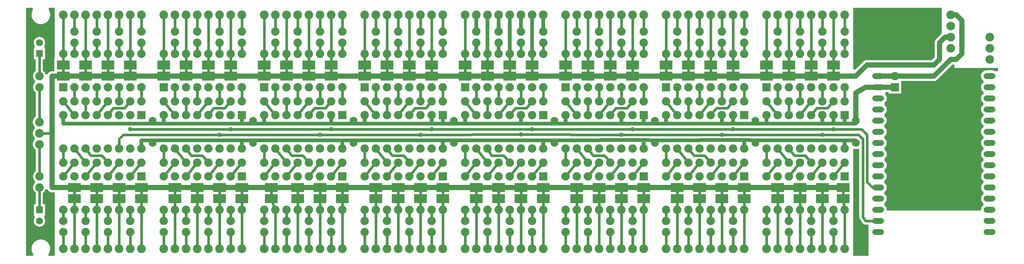
<source format=gbl>
G04 MADE WITH FRITZING*
G04 WWW.FRITZING.ORG*
G04 DOUBLE SIDED*
G04 HOLES PLATED*
G04 CONTOUR ON CENTER OF CONTOUR VECTOR*
%ASAXBY*%
%FSLAX23Y23*%
%MOIN*%
%OFA0B0*%
%SFA1.0B1.0*%
%ADD10C,0.075000*%
%ADD11C,0.052000*%
%ADD12C,0.078000*%
%ADD13C,0.070000*%
%ADD14C,0.062992*%
%ADD15C,0.039370*%
%ADD16R,0.075000X0.075000*%
%ADD17R,0.062992X0.062992*%
%ADD18R,0.118110X0.078740*%
%ADD19C,0.048000*%
%ADD20C,0.024000*%
%ADD21C,0.032000*%
%ADD22R,0.001000X0.001000*%
%LNCOPPER0*%
G90*
G70*
G54D10*
X7524Y2190D03*
X8288Y1641D03*
X7501Y287D03*
X196Y2045D03*
G54D11*
X7665Y1655D03*
X7665Y1555D03*
X7665Y1455D03*
X7665Y1355D03*
X7665Y1255D03*
X7665Y1155D03*
X7665Y1055D03*
X7665Y955D03*
X7665Y855D03*
X7665Y755D03*
X7665Y655D03*
X7665Y555D03*
X7665Y455D03*
X7665Y355D03*
X7665Y255D03*
X8665Y255D03*
X8665Y355D03*
X8665Y455D03*
X8665Y555D03*
X8665Y655D03*
X8665Y755D03*
X8665Y855D03*
X8665Y955D03*
X8665Y1055D03*
X8665Y1155D03*
X8665Y1255D03*
X8665Y1355D03*
X8665Y1455D03*
X8665Y1555D03*
X8665Y1655D03*
G54D12*
X8315Y1905D03*
X8315Y2005D03*
X8315Y2105D03*
X8315Y2205D03*
X8665Y1805D03*
X8665Y1905D03*
X8665Y2005D03*
G54D13*
X7465Y1255D03*
X7465Y1055D03*
X1165Y1255D03*
X1165Y1055D03*
X2065Y1255D03*
X2065Y1055D03*
X2965Y1255D03*
X2965Y1055D03*
X3865Y1255D03*
X3865Y1055D03*
X4765Y1255D03*
X4765Y1055D03*
X5665Y1255D03*
X5665Y1055D03*
X6565Y1255D03*
X6565Y1055D03*
G54D10*
X7815Y1555D03*
X7815Y1655D03*
G54D14*
X153Y454D03*
X153Y355D03*
X153Y1857D03*
X153Y1955D03*
G54D10*
X153Y755D03*
X153Y655D03*
X153Y1555D03*
X153Y1655D03*
G54D12*
X153Y1243D03*
X153Y1143D03*
X153Y1043D03*
G54D15*
X5465Y1180D03*
X5365Y1130D03*
X6265Y1130D03*
X6365Y1180D03*
X7265Y1180D03*
X7165Y1130D03*
X4565Y1180D03*
X4466Y1131D03*
X965Y1180D03*
X3665Y1180D03*
X3566Y1130D03*
X1867Y1177D03*
X1765Y1130D03*
X2666Y1130D03*
X2765Y1180D03*
G54D12*
X1065Y2205D03*
X965Y2205D03*
X865Y2205D03*
X765Y2205D03*
X665Y2205D03*
X565Y2205D03*
X465Y2205D03*
X365Y2205D03*
X1965Y2205D03*
X1865Y2205D03*
X1765Y2205D03*
X1665Y2205D03*
X1565Y2205D03*
X1465Y2205D03*
X1365Y2205D03*
X1265Y2205D03*
X2865Y2205D03*
X2765Y2205D03*
X2665Y2205D03*
X2565Y2205D03*
X2465Y2205D03*
X2365Y2205D03*
X2265Y2205D03*
X2165Y2205D03*
X3765Y2205D03*
X3665Y2205D03*
X3565Y2205D03*
X3465Y2205D03*
X3365Y2205D03*
X3265Y2205D03*
X3165Y2205D03*
X3065Y2205D03*
X4665Y2205D03*
X4565Y2205D03*
X4465Y2205D03*
X4365Y2205D03*
X4265Y2205D03*
X4165Y2205D03*
X4065Y2205D03*
X3965Y2205D03*
X5565Y2205D03*
X5465Y2205D03*
X5365Y2205D03*
X5265Y2205D03*
X5165Y2205D03*
X5065Y2205D03*
X4965Y2205D03*
X4865Y2205D03*
X6465Y2205D03*
X6365Y2205D03*
X6265Y2205D03*
X6165Y2205D03*
X6065Y2205D03*
X5965Y2205D03*
X5865Y2205D03*
X5765Y2205D03*
X7365Y2205D03*
X7265Y2205D03*
X7165Y2205D03*
X7065Y2205D03*
X6965Y2205D03*
X6865Y2205D03*
X6765Y2205D03*
X6665Y2205D03*
G54D10*
X1065Y1305D03*
X1065Y1005D03*
X965Y1305D03*
X965Y1005D03*
X865Y1305D03*
X865Y1005D03*
X765Y1305D03*
X765Y1005D03*
X665Y1305D03*
X665Y1005D03*
X565Y1305D03*
X565Y1005D03*
X465Y1305D03*
X465Y1005D03*
X365Y1305D03*
X365Y1005D03*
X1965Y1305D03*
X1965Y1005D03*
X1865Y1305D03*
X1865Y1005D03*
X1765Y1305D03*
X1765Y1005D03*
X1665Y1305D03*
X1665Y1005D03*
X1565Y1305D03*
X1565Y1005D03*
X1465Y1305D03*
X1465Y1005D03*
X1365Y1305D03*
X1365Y1005D03*
X1265Y1305D03*
X1265Y1005D03*
X2865Y1305D03*
X2865Y1005D03*
X2765Y1305D03*
X2765Y1005D03*
X2665Y1305D03*
X2665Y1005D03*
X2565Y1305D03*
X2565Y1005D03*
X2465Y1305D03*
X2465Y1005D03*
X2365Y1305D03*
X2365Y1005D03*
X2265Y1305D03*
X2265Y1005D03*
X2165Y1305D03*
X2165Y1005D03*
X3765Y1305D03*
X3765Y1005D03*
X3665Y1305D03*
X3665Y1005D03*
X3565Y1305D03*
X3565Y1005D03*
X3465Y1305D03*
X3465Y1005D03*
X3365Y1305D03*
X3365Y1005D03*
X3265Y1305D03*
X3265Y1005D03*
X3165Y1305D03*
X3165Y1005D03*
X3065Y1305D03*
X3065Y1005D03*
X4665Y1305D03*
X4665Y1005D03*
X4565Y1305D03*
X4565Y1005D03*
X4465Y1305D03*
X4465Y1005D03*
X4365Y1305D03*
X4365Y1005D03*
X4265Y1305D03*
X4265Y1005D03*
X4165Y1305D03*
X4165Y1005D03*
X4065Y1305D03*
X4065Y1005D03*
X3965Y1305D03*
X3965Y1005D03*
X5565Y1305D03*
X5565Y1005D03*
X5465Y1305D03*
X5465Y1005D03*
X5365Y1305D03*
X5365Y1005D03*
X5265Y1305D03*
X5265Y1005D03*
X5165Y1305D03*
X5165Y1005D03*
X5065Y1305D03*
X5065Y1005D03*
X4965Y1305D03*
X4965Y1005D03*
X4865Y1305D03*
X4865Y1005D03*
X6465Y1305D03*
X6465Y1005D03*
X6365Y1305D03*
X6365Y1005D03*
X6265Y1305D03*
X6265Y1005D03*
X6165Y1305D03*
X6165Y1005D03*
X6065Y1305D03*
X6065Y1005D03*
X5965Y1305D03*
X5965Y1005D03*
X5865Y1305D03*
X5865Y1005D03*
X5765Y1305D03*
X5765Y1005D03*
X7365Y1305D03*
X7365Y1005D03*
X7265Y1305D03*
X7265Y1005D03*
X7165Y1305D03*
X7165Y1005D03*
X7065Y1305D03*
X7065Y1005D03*
X6965Y1305D03*
X6965Y1005D03*
X6865Y1305D03*
X6865Y1005D03*
X6765Y1305D03*
X6765Y1005D03*
X6665Y1305D03*
X6665Y1005D03*
X1065Y755D03*
X1065Y455D03*
X965Y755D03*
X965Y455D03*
X865Y755D03*
X865Y455D03*
X765Y755D03*
X765Y455D03*
X665Y755D03*
X665Y455D03*
X565Y755D03*
X565Y455D03*
X465Y755D03*
X465Y455D03*
X365Y755D03*
X365Y455D03*
X1965Y755D03*
X1965Y455D03*
X1865Y755D03*
X1865Y455D03*
X1765Y755D03*
X1765Y455D03*
X1665Y755D03*
X1665Y455D03*
X1565Y755D03*
X1565Y455D03*
X1465Y755D03*
X1465Y455D03*
X1365Y755D03*
X1365Y455D03*
X1265Y755D03*
X1265Y455D03*
X2865Y755D03*
X2865Y455D03*
X2765Y755D03*
X2765Y455D03*
X2665Y755D03*
X2665Y455D03*
X2565Y755D03*
X2565Y455D03*
X2465Y755D03*
X2465Y455D03*
X2365Y755D03*
X2365Y455D03*
X2265Y755D03*
X2265Y455D03*
X2165Y755D03*
X2165Y455D03*
X3765Y755D03*
X3765Y455D03*
X3665Y755D03*
X3665Y455D03*
X3565Y755D03*
X3565Y455D03*
X3465Y755D03*
X3465Y455D03*
X3365Y755D03*
X3365Y455D03*
X3265Y755D03*
X3265Y455D03*
X3165Y755D03*
X3165Y455D03*
X3065Y755D03*
X3065Y455D03*
X4665Y755D03*
X4665Y455D03*
X4565Y755D03*
X4565Y455D03*
X4465Y755D03*
X4465Y455D03*
X4365Y755D03*
X4365Y455D03*
X4265Y755D03*
X4265Y455D03*
X4165Y755D03*
X4165Y455D03*
X4065Y755D03*
X4065Y455D03*
X3965Y755D03*
X3965Y455D03*
X5565Y755D03*
X5565Y455D03*
X5465Y755D03*
X5465Y455D03*
X5365Y755D03*
X5365Y455D03*
X5265Y755D03*
X5265Y455D03*
X5165Y755D03*
X5165Y455D03*
X5065Y755D03*
X5065Y455D03*
X4965Y755D03*
X4965Y455D03*
X4865Y755D03*
X4865Y455D03*
X6465Y755D03*
X6465Y455D03*
X6365Y755D03*
X6365Y455D03*
X6265Y755D03*
X6265Y455D03*
X6165Y755D03*
X6165Y455D03*
X6065Y755D03*
X6065Y455D03*
X5965Y755D03*
X5965Y455D03*
X5865Y755D03*
X5865Y455D03*
X5765Y755D03*
X5765Y455D03*
X7365Y755D03*
X7365Y455D03*
X7265Y755D03*
X7265Y455D03*
X7165Y755D03*
X7165Y455D03*
X7065Y755D03*
X7065Y455D03*
X6965Y755D03*
X6965Y455D03*
X6865Y755D03*
X6865Y455D03*
X6765Y755D03*
X6765Y455D03*
X6665Y755D03*
X6665Y455D03*
X365Y1555D03*
X365Y1855D03*
X465Y1555D03*
X465Y1855D03*
X565Y1555D03*
X565Y1855D03*
X665Y1555D03*
X665Y1855D03*
X765Y1555D03*
X765Y1855D03*
X865Y1555D03*
X865Y1855D03*
X965Y1555D03*
X965Y1855D03*
X1065Y1555D03*
X1065Y1855D03*
X1265Y1555D03*
X1265Y1855D03*
X1365Y1555D03*
X1365Y1855D03*
X1465Y1555D03*
X1465Y1855D03*
X1565Y1555D03*
X1565Y1855D03*
X1665Y1555D03*
X1665Y1855D03*
X1765Y1555D03*
X1765Y1855D03*
X1865Y1555D03*
X1865Y1855D03*
X1965Y1555D03*
X1965Y1855D03*
X2165Y1555D03*
X2165Y1855D03*
X2265Y1555D03*
X2265Y1855D03*
X2365Y1555D03*
X2365Y1855D03*
X2465Y1555D03*
X2465Y1855D03*
X2565Y1555D03*
X2565Y1855D03*
X2665Y1555D03*
X2665Y1855D03*
X2765Y1555D03*
X2765Y1855D03*
X2865Y1555D03*
X2865Y1855D03*
X3065Y1555D03*
X3065Y1855D03*
X3165Y1555D03*
X3165Y1855D03*
X3265Y1555D03*
X3265Y1855D03*
X3365Y1555D03*
X3365Y1855D03*
X3465Y1555D03*
X3465Y1855D03*
X3565Y1555D03*
X3565Y1855D03*
X3665Y1555D03*
X3665Y1855D03*
X3765Y1555D03*
X3765Y1855D03*
X3965Y1555D03*
X3965Y1855D03*
X4065Y1555D03*
X4065Y1855D03*
X4165Y1555D03*
X4165Y1855D03*
X4265Y1555D03*
X4265Y1855D03*
X4365Y1555D03*
X4365Y1855D03*
X4465Y1555D03*
X4465Y1855D03*
X4565Y1555D03*
X4565Y1855D03*
X4665Y1555D03*
X4665Y1855D03*
X5766Y1555D03*
X5766Y1855D03*
X5866Y1555D03*
X5866Y1855D03*
X5966Y1555D03*
X5966Y1855D03*
X6066Y1555D03*
X6066Y1855D03*
X6166Y1555D03*
X6166Y1855D03*
X6266Y1555D03*
X6266Y1855D03*
X6366Y1555D03*
X6366Y1855D03*
X6466Y1555D03*
X6466Y1855D03*
X4865Y1555D03*
X4865Y1855D03*
X4965Y1555D03*
X4965Y1855D03*
X5065Y1555D03*
X5065Y1855D03*
X5165Y1555D03*
X5165Y1855D03*
X5265Y1555D03*
X5265Y1855D03*
X5365Y1555D03*
X5365Y1855D03*
X5465Y1555D03*
X5465Y1855D03*
X5565Y1555D03*
X5565Y1855D03*
X6666Y1554D03*
X6666Y1854D03*
X6766Y1554D03*
X6766Y1854D03*
X6866Y1554D03*
X6866Y1854D03*
X6966Y1554D03*
X6966Y1854D03*
X7066Y1554D03*
X7066Y1854D03*
X7166Y1554D03*
X7166Y1854D03*
X7266Y1554D03*
X7266Y1854D03*
X7366Y1554D03*
X7366Y1854D03*
X7365Y1955D03*
X7365Y2055D03*
X6965Y2055D03*
X6965Y1955D03*
X5565Y2055D03*
X5565Y1955D03*
X6465Y2055D03*
X6465Y1955D03*
X5365Y2055D03*
X5365Y1955D03*
X6265Y2055D03*
X6265Y1955D03*
X5165Y2055D03*
X5165Y1955D03*
X6065Y2055D03*
X6065Y1955D03*
X4965Y2055D03*
X4965Y1955D03*
X5865Y2055D03*
X5865Y1955D03*
X7265Y880D03*
X7365Y880D03*
X7065Y880D03*
X7165Y880D03*
X6865Y880D03*
X6965Y880D03*
X365Y880D03*
X465Y880D03*
X1265Y880D03*
X1365Y880D03*
X2165Y880D03*
X2265Y880D03*
X3065Y880D03*
X3165Y880D03*
X3965Y880D03*
X4065Y880D03*
X4865Y880D03*
X4965Y880D03*
X5765Y880D03*
X5865Y880D03*
X565Y880D03*
X665Y880D03*
X1465Y880D03*
X1565Y880D03*
X2365Y880D03*
X2465Y880D03*
X3265Y880D03*
X3365Y880D03*
X4165Y880D03*
X4265Y880D03*
X5065Y880D03*
X5165Y880D03*
X5965Y880D03*
X6065Y880D03*
X765Y880D03*
X865Y880D03*
X1665Y880D03*
X1765Y880D03*
X2565Y880D03*
X2665Y880D03*
X3465Y880D03*
X3565Y880D03*
X4365Y880D03*
X4465Y880D03*
X5265Y880D03*
X5365Y880D03*
X6165Y880D03*
X6265Y880D03*
X965Y880D03*
X1065Y880D03*
X1865Y880D03*
X1965Y880D03*
X2765Y880D03*
X2865Y880D03*
X3665Y880D03*
X3765Y880D03*
X4565Y880D03*
X4665Y880D03*
X5465Y880D03*
X5565Y880D03*
X6365Y880D03*
X6465Y880D03*
X6665Y880D03*
X6765Y880D03*
X7265Y1430D03*
X7365Y1430D03*
X6865Y1430D03*
X6965Y1430D03*
X7165Y1430D03*
X7065Y1430D03*
X965Y1430D03*
X1065Y1430D03*
X1865Y1430D03*
X1965Y1430D03*
X2765Y1430D03*
X2865Y1430D03*
X3665Y1430D03*
X3765Y1430D03*
X4565Y1430D03*
X4665Y1430D03*
X5465Y1430D03*
X5565Y1430D03*
X6365Y1430D03*
X6465Y1430D03*
X865Y1430D03*
X765Y1430D03*
X1765Y1430D03*
X1665Y1430D03*
X2665Y1430D03*
X2565Y1430D03*
X3565Y1430D03*
X3465Y1430D03*
X4465Y1430D03*
X4365Y1430D03*
X5365Y1430D03*
X5265Y1430D03*
X6265Y1430D03*
X6165Y1430D03*
X565Y1430D03*
X665Y1430D03*
X1465Y1430D03*
X1565Y1430D03*
X2365Y1430D03*
X2465Y1430D03*
X3265Y1430D03*
X3365Y1430D03*
X4165Y1430D03*
X4265Y1430D03*
X5065Y1430D03*
X5165Y1430D03*
X5965Y1430D03*
X6065Y1430D03*
X465Y1430D03*
X365Y1430D03*
X1365Y1430D03*
X1265Y1430D03*
X2265Y1430D03*
X2165Y1430D03*
X3165Y1430D03*
X3065Y1430D03*
X4065Y1430D03*
X3965Y1430D03*
X4965Y1430D03*
X4865Y1430D03*
X5865Y1430D03*
X5765Y1430D03*
X6765Y1430D03*
X6665Y1430D03*
X7265Y355D03*
X7265Y255D03*
X7065Y355D03*
X7065Y255D03*
X6865Y355D03*
X6865Y255D03*
X965Y355D03*
X965Y255D03*
X1865Y355D03*
X1865Y255D03*
X2765Y355D03*
X2765Y255D03*
X3665Y355D03*
X3665Y255D03*
X4565Y355D03*
X4565Y255D03*
X5465Y355D03*
X5465Y255D03*
X6365Y355D03*
X6365Y255D03*
X765Y355D03*
X765Y255D03*
X1665Y355D03*
X1665Y255D03*
X2565Y355D03*
X2565Y255D03*
X3465Y355D03*
X3465Y255D03*
X4365Y355D03*
X4365Y255D03*
X5265Y355D03*
X5265Y255D03*
X6165Y355D03*
X6165Y255D03*
X565Y355D03*
X565Y255D03*
X1465Y355D03*
X1465Y255D03*
X2365Y355D03*
X2365Y255D03*
X3265Y355D03*
X3265Y255D03*
X4165Y355D03*
X4165Y255D03*
X5065Y355D03*
X5065Y255D03*
X5965Y355D03*
X5965Y255D03*
X365Y355D03*
X365Y255D03*
X1265Y355D03*
X1265Y255D03*
X2165Y355D03*
X2165Y255D03*
X3065Y355D03*
X3065Y255D03*
X3965Y355D03*
X3965Y255D03*
X4865Y355D03*
X4865Y255D03*
X5765Y355D03*
X5765Y255D03*
X6665Y355D03*
X6665Y255D03*
X4665Y2055D03*
X4665Y1955D03*
X4465Y2055D03*
X4465Y1955D03*
X1065Y2055D03*
X1065Y1955D03*
X665Y2055D03*
X665Y1955D03*
X865Y2055D03*
X865Y1955D03*
X465Y2055D03*
X465Y1955D03*
X1965Y2055D03*
X1965Y1955D03*
X1565Y2055D03*
X1565Y1955D03*
X1765Y2055D03*
X1765Y1955D03*
X1365Y2055D03*
X1365Y1955D03*
X2865Y2055D03*
X2865Y1955D03*
X2465Y2055D03*
X2465Y1955D03*
X2665Y2055D03*
X2665Y1955D03*
X2265Y2055D03*
X2265Y1955D03*
X3165Y2055D03*
X3165Y1955D03*
X3365Y2055D03*
X3365Y1955D03*
X3565Y2055D03*
X3565Y1955D03*
X3765Y2055D03*
X3765Y1955D03*
X4065Y2055D03*
X4065Y1955D03*
X4265Y2055D03*
X4265Y1955D03*
G54D12*
X365Y105D03*
X465Y105D03*
X565Y105D03*
X665Y105D03*
X765Y105D03*
X865Y105D03*
X965Y105D03*
X1065Y105D03*
X1265Y105D03*
X1365Y105D03*
X1465Y105D03*
X1565Y105D03*
X1665Y105D03*
X1765Y105D03*
X1865Y105D03*
X1965Y105D03*
X2165Y105D03*
X2265Y105D03*
X2365Y105D03*
X2465Y105D03*
X2565Y105D03*
X2665Y105D03*
X2765Y105D03*
X2865Y105D03*
X3065Y105D03*
X3165Y105D03*
X3265Y105D03*
X3365Y105D03*
X3465Y105D03*
X3565Y105D03*
X3665Y105D03*
X3765Y105D03*
X3965Y105D03*
X4065Y105D03*
X4165Y105D03*
X4265Y105D03*
X4365Y105D03*
X4465Y105D03*
X4565Y105D03*
X4665Y105D03*
X6665Y105D03*
X6765Y105D03*
X6865Y105D03*
X6965Y105D03*
X7065Y105D03*
X7165Y105D03*
X7265Y105D03*
X7365Y105D03*
X5765Y105D03*
X5865Y105D03*
X5965Y105D03*
X6065Y105D03*
X6165Y105D03*
X6265Y105D03*
X6365Y105D03*
X6465Y105D03*
X4865Y105D03*
X4965Y105D03*
X5065Y105D03*
X5165Y105D03*
X5265Y105D03*
X5365Y105D03*
X5465Y105D03*
X5565Y105D03*
G54D10*
X7165Y1955D03*
X7165Y2055D03*
X6765Y2055D03*
X6765Y1955D03*
G54D16*
X7815Y1555D03*
G54D17*
X153Y454D03*
X153Y1857D03*
G54D18*
X365Y1755D03*
X1265Y1755D03*
X2165Y1755D03*
X3065Y1755D03*
X3965Y1755D03*
X365Y1655D03*
X1265Y1655D03*
X2165Y1655D03*
X3065Y1655D03*
X3965Y1655D03*
X965Y1655D03*
X1865Y1655D03*
X2765Y1655D03*
X3665Y1655D03*
X4565Y1655D03*
X765Y1755D03*
X1665Y1755D03*
X2565Y1755D03*
X3465Y1755D03*
X4365Y1755D03*
X965Y1755D03*
X1865Y1755D03*
X2765Y1755D03*
X3665Y1755D03*
X4565Y1755D03*
X565Y1755D03*
X1465Y1755D03*
X2365Y1755D03*
X3265Y1755D03*
X4165Y1755D03*
X565Y1655D03*
X1465Y1655D03*
X2365Y1655D03*
X3265Y1655D03*
X4165Y1655D03*
X765Y1655D03*
X1665Y1655D03*
X2565Y1655D03*
X3465Y1655D03*
X4365Y1655D03*
X4865Y1755D03*
X4865Y1655D03*
X5465Y1655D03*
X5265Y1755D03*
X5465Y1755D03*
X5065Y1755D03*
X5065Y1655D03*
X5265Y1655D03*
X5765Y1755D03*
X5765Y1655D03*
X6365Y1655D03*
X6165Y1755D03*
X6365Y1755D03*
X5965Y1755D03*
X5965Y1655D03*
X6165Y1655D03*
X6665Y1755D03*
X6665Y1655D03*
X7265Y1655D03*
X7065Y1755D03*
X7265Y1755D03*
X6865Y1755D03*
X6865Y1655D03*
X7065Y1655D03*
X6965Y555D03*
X7353Y555D03*
X6965Y655D03*
X7353Y655D03*
X7165Y655D03*
X7165Y555D03*
X6765Y555D03*
X6765Y655D03*
X6065Y555D03*
X6465Y555D03*
X6065Y655D03*
X6465Y655D03*
X6265Y655D03*
X6265Y555D03*
X5865Y555D03*
X5865Y655D03*
X5165Y555D03*
X5565Y555D03*
X5165Y655D03*
X5565Y655D03*
X5365Y655D03*
X5365Y555D03*
X4965Y555D03*
X4965Y655D03*
X1065Y655D03*
X1965Y655D03*
X2865Y655D03*
X3765Y655D03*
X4665Y655D03*
X1065Y555D03*
X1965Y555D03*
X2865Y555D03*
X3765Y555D03*
X4665Y555D03*
X865Y555D03*
X1765Y555D03*
X2665Y555D03*
X3565Y555D03*
X4465Y555D03*
X865Y655D03*
X1765Y655D03*
X2665Y655D03*
X3565Y655D03*
X4465Y655D03*
X665Y555D03*
X1565Y555D03*
X2465Y555D03*
X3365Y555D03*
X4265Y555D03*
X665Y655D03*
X1565Y655D03*
X2465Y655D03*
X3365Y655D03*
X4265Y655D03*
X465Y555D03*
X1365Y555D03*
X2228Y555D03*
X3165Y555D03*
X4065Y555D03*
X465Y655D03*
X1365Y655D03*
X2228Y655D03*
X3165Y655D03*
X4065Y655D03*
G54D16*
X1065Y1305D03*
X1965Y1305D03*
X2865Y1305D03*
X3765Y1305D03*
X4665Y1305D03*
X5565Y1305D03*
X6465Y1305D03*
X7365Y1305D03*
X1065Y755D03*
X1965Y755D03*
X2865Y755D03*
X3765Y755D03*
X4665Y755D03*
X5565Y755D03*
X6465Y755D03*
X7365Y755D03*
X365Y1555D03*
X1265Y1555D03*
X2165Y1555D03*
X3065Y1555D03*
X3965Y1555D03*
X5766Y1555D03*
X4865Y1555D03*
X6666Y1554D03*
G54D19*
X7684Y1555D02*
X7798Y1555D01*
G54D20*
D02*
X7565Y1131D02*
X7515Y1180D01*
D02*
X7515Y1180D02*
X7273Y1180D01*
D02*
X7565Y705D02*
X7565Y1131D01*
D02*
X7615Y654D02*
X7565Y705D01*
D02*
X7665Y656D02*
X7615Y654D01*
D02*
X7654Y670D02*
X7665Y656D01*
G54D19*
D02*
X7684Y1655D02*
X7798Y1655D01*
D02*
X8315Y1805D02*
X8365Y1805D01*
D02*
X8365Y1805D02*
X8415Y1855D01*
D02*
X8165Y1655D02*
X8315Y1805D01*
D02*
X7833Y1655D02*
X8165Y1655D01*
D02*
X8415Y2155D02*
X8366Y2205D01*
D02*
X8415Y1855D02*
X8415Y2155D01*
D02*
X8366Y2205D02*
X8334Y2205D01*
G54D20*
D02*
X865Y1092D02*
X865Y1023D01*
D02*
X903Y1130D02*
X865Y1092D01*
G54D21*
D02*
X7465Y1080D02*
X7365Y1080D01*
D02*
X7465Y1070D02*
X7465Y1080D01*
D02*
X7465Y1230D02*
X7465Y1240D01*
D02*
X7365Y1230D02*
X7465Y1230D01*
G54D19*
D02*
X7553Y1555D02*
X7646Y1555D01*
D02*
X7466Y1505D02*
X7553Y1555D01*
D02*
X7465Y1270D02*
X7466Y1505D01*
G54D21*
D02*
X7465Y1255D02*
X7466Y1231D01*
G54D20*
D02*
X6965Y1938D02*
X6966Y1871D01*
D02*
X6965Y2073D02*
X6965Y2186D01*
D02*
X754Y894D02*
X714Y943D01*
D02*
X714Y943D02*
X614Y943D01*
D02*
X614Y943D02*
X576Y991D01*
D02*
X265Y1142D02*
X172Y1143D01*
D02*
X153Y638D02*
X153Y469D01*
D02*
X3065Y1873D02*
X3065Y2186D01*
D02*
X3265Y1873D02*
X3265Y2186D01*
D02*
X3465Y1873D02*
X3465Y2186D01*
D02*
X3665Y1873D02*
X3665Y2186D01*
D02*
X2765Y1873D02*
X2765Y2186D01*
D02*
X2565Y1873D02*
X2565Y2186D01*
D02*
X2365Y1873D02*
X2365Y2186D01*
D02*
X2165Y1873D02*
X2165Y2186D01*
D02*
X1265Y1873D02*
X1265Y2186D01*
D02*
X1465Y1873D02*
X1465Y2186D01*
D02*
X1665Y1873D02*
X1665Y2186D01*
D02*
X1865Y1873D02*
X1865Y2186D01*
D02*
X365Y1873D02*
X365Y2186D01*
D02*
X565Y1873D02*
X565Y2186D01*
D02*
X765Y1873D02*
X765Y2186D01*
D02*
X965Y1873D02*
X965Y2186D01*
D02*
X465Y2073D02*
X465Y2186D01*
D02*
X665Y2073D02*
X665Y2186D01*
D02*
X865Y2073D02*
X865Y2186D01*
D02*
X1065Y2073D02*
X1065Y2186D01*
D02*
X465Y1873D02*
X465Y1938D01*
D02*
X665Y1873D02*
X665Y1938D01*
D02*
X865Y1873D02*
X865Y1938D01*
D02*
X1065Y1873D02*
X1065Y1938D01*
D02*
X1365Y2073D02*
X1365Y2186D01*
D02*
X1365Y1873D02*
X1365Y1938D01*
D02*
X1565Y2073D02*
X1565Y2186D01*
D02*
X1565Y1873D02*
X1565Y1938D01*
D02*
X1765Y2073D02*
X1765Y2186D01*
D02*
X1765Y1873D02*
X1765Y1938D01*
D02*
X1965Y2073D02*
X1965Y2186D01*
D02*
X1965Y1873D02*
X1965Y1938D01*
D02*
X2265Y2073D02*
X2265Y2186D01*
D02*
X2265Y1873D02*
X2265Y1938D01*
D02*
X2465Y2073D02*
X2465Y2186D01*
D02*
X2465Y1873D02*
X2465Y1938D01*
D02*
X2665Y2073D02*
X2665Y2186D01*
D02*
X2665Y1873D02*
X2665Y1938D01*
D02*
X2865Y2073D02*
X2865Y2186D01*
D02*
X2865Y1873D02*
X2865Y1938D01*
D02*
X3165Y2073D02*
X3165Y2186D01*
D02*
X3165Y1873D02*
X3165Y1938D01*
D02*
X3365Y2073D02*
X3365Y2186D01*
D02*
X3365Y1873D02*
X3365Y1938D01*
D02*
X3565Y2073D02*
X3565Y2186D01*
D02*
X3565Y1873D02*
X3565Y1938D01*
D02*
X3765Y2073D02*
X3765Y2186D01*
D02*
X3765Y1873D02*
X3765Y1938D01*
D02*
X3765Y1448D02*
X3765Y1538D01*
D02*
X3516Y1368D02*
X3615Y1368D01*
D02*
X3615Y1368D02*
X3654Y1417D01*
D02*
X3476Y1319D02*
X3516Y1368D01*
D02*
X3565Y1448D02*
X3565Y1538D01*
D02*
X3365Y1448D02*
X3365Y1538D01*
D02*
X3376Y1319D02*
X3454Y1416D01*
D02*
X3265Y1323D02*
X3265Y1413D01*
D02*
X3165Y1448D02*
X3165Y1538D01*
D02*
X3154Y1319D02*
X3076Y1416D01*
D02*
X2865Y1448D02*
X2865Y1538D01*
D02*
X2665Y1448D02*
X2665Y1538D01*
D02*
X2465Y1448D02*
X2465Y1538D01*
D02*
X2265Y1448D02*
X2265Y1538D01*
D02*
X2254Y1319D02*
X2176Y1416D01*
D02*
X2365Y1323D02*
X2365Y1413D01*
D02*
X2476Y1319D02*
X2554Y1416D01*
D02*
X2616Y1368D02*
X2715Y1368D01*
D02*
X2715Y1368D02*
X2754Y1417D01*
D02*
X2576Y1319D02*
X2616Y1368D01*
D02*
X1965Y1448D02*
X1965Y1538D01*
D02*
X1765Y1448D02*
X1765Y1538D01*
D02*
X1565Y1448D02*
X1565Y1538D01*
D02*
X1365Y1448D02*
X1365Y1538D01*
D02*
X1354Y1319D02*
X1276Y1416D01*
D02*
X1465Y1323D02*
X1465Y1413D01*
D02*
X1576Y1319D02*
X1654Y1416D01*
D02*
X1714Y1367D02*
X1814Y1367D01*
D02*
X1814Y1367D02*
X1854Y1417D01*
D02*
X1676Y1319D02*
X1714Y1367D01*
D02*
X1065Y1448D02*
X1065Y1538D01*
D02*
X865Y1448D02*
X865Y1538D01*
D02*
X665Y1448D02*
X665Y1538D01*
D02*
X465Y1448D02*
X465Y1538D01*
D02*
X454Y1319D02*
X376Y1416D01*
D02*
X565Y1323D02*
X565Y1413D01*
D02*
X676Y1319D02*
X754Y1416D01*
D02*
X814Y1367D02*
X915Y1368D01*
D02*
X915Y1368D02*
X954Y1417D01*
D02*
X776Y1319D02*
X814Y1367D01*
D02*
X3065Y898D02*
X3065Y988D01*
D02*
X3254Y894D02*
X3176Y991D01*
D02*
X3417Y943D02*
X3314Y943D01*
D02*
X3314Y943D02*
X3276Y991D01*
D02*
X3455Y894D02*
X3417Y943D01*
D02*
X3676Y769D02*
X3754Y866D01*
D02*
X3476Y769D02*
X3554Y866D01*
D02*
X3276Y769D02*
X3354Y866D01*
D02*
X3076Y769D02*
X3154Y866D01*
D02*
X2776Y769D02*
X2854Y866D01*
D02*
X2576Y769D02*
X2654Y866D01*
D02*
X2376Y769D02*
X2454Y866D01*
D02*
X2176Y769D02*
X2254Y866D01*
D02*
X2165Y898D02*
X2165Y988D01*
D02*
X2354Y894D02*
X2276Y991D01*
D02*
X2514Y943D02*
X2414Y943D01*
D02*
X2414Y943D02*
X2376Y991D01*
D02*
X2554Y894D02*
X2514Y943D01*
D02*
X1276Y769D02*
X1354Y866D01*
D02*
X1476Y769D02*
X1554Y866D01*
D02*
X1676Y769D02*
X1754Y866D01*
D02*
X1876Y769D02*
X1954Y866D01*
D02*
X1265Y898D02*
X1265Y988D01*
D02*
X1454Y894D02*
X1376Y991D01*
D02*
X1614Y943D02*
X1514Y943D01*
D02*
X1514Y943D02*
X1476Y991D01*
D02*
X1654Y894D02*
X1614Y943D01*
D02*
X365Y898D02*
X365Y988D01*
D02*
X376Y769D02*
X454Y866D01*
D02*
X576Y769D02*
X654Y866D01*
D02*
X776Y769D02*
X854Y866D01*
D02*
X976Y769D02*
X1054Y866D01*
D02*
X554Y894D02*
X476Y991D01*
D02*
X3765Y124D02*
X3765Y438D01*
D02*
X3665Y373D02*
X3665Y438D01*
D02*
X3665Y124D02*
X3665Y238D01*
D02*
X3565Y124D02*
X3565Y438D01*
D02*
X3465Y373D02*
X3465Y438D01*
D02*
X3465Y124D02*
X3465Y238D01*
D02*
X3365Y124D02*
X3365Y438D01*
D02*
X3265Y373D02*
X3265Y438D01*
D02*
X3265Y124D02*
X3265Y238D01*
D02*
X3165Y124D02*
X3165Y438D01*
D02*
X3065Y373D02*
X3065Y438D01*
D02*
X3065Y124D02*
X3065Y238D01*
D02*
X2865Y124D02*
X2865Y438D01*
D02*
X2765Y373D02*
X2765Y438D01*
D02*
X2765Y124D02*
X2765Y238D01*
D02*
X2665Y124D02*
X2665Y438D01*
D02*
X2565Y373D02*
X2565Y438D01*
D02*
X2565Y124D02*
X2565Y238D01*
D02*
X2465Y124D02*
X2465Y438D01*
D02*
X2365Y373D02*
X2365Y438D01*
D02*
X2365Y124D02*
X2365Y238D01*
D02*
X2265Y124D02*
X2265Y438D01*
D02*
X2165Y373D02*
X2165Y438D01*
D02*
X2165Y124D02*
X2165Y238D01*
D02*
X1965Y124D02*
X1965Y438D01*
D02*
X1865Y373D02*
X1865Y438D01*
D02*
X1865Y124D02*
X1865Y238D01*
D02*
X1765Y124D02*
X1765Y438D01*
D02*
X1665Y373D02*
X1665Y438D01*
D02*
X1665Y124D02*
X1665Y238D01*
D02*
X1565Y124D02*
X1565Y438D01*
D02*
X1465Y373D02*
X1465Y438D01*
D02*
X1465Y124D02*
X1465Y238D01*
D02*
X1365Y124D02*
X1365Y438D01*
D02*
X1265Y373D02*
X1265Y438D01*
D02*
X1265Y124D02*
X1265Y238D01*
D02*
X1065Y124D02*
X1065Y438D01*
D02*
X965Y373D02*
X965Y438D01*
D02*
X965Y124D02*
X965Y238D01*
D02*
X865Y124D02*
X865Y438D01*
D02*
X765Y373D02*
X765Y438D01*
D02*
X765Y124D02*
X765Y238D01*
D02*
X665Y124D02*
X665Y438D01*
D02*
X565Y373D02*
X565Y438D01*
D02*
X565Y124D02*
X565Y238D01*
D02*
X465Y124D02*
X465Y438D01*
D02*
X365Y373D02*
X365Y438D01*
D02*
X365Y124D02*
X365Y238D01*
D02*
X2165Y1789D02*
X2165Y1838D01*
D02*
X2365Y1789D02*
X2365Y1838D01*
D02*
X2565Y1789D02*
X2565Y1838D01*
D02*
X2765Y1789D02*
X2765Y1838D01*
D02*
X3065Y1789D02*
X3065Y1838D01*
D02*
X3265Y1789D02*
X3265Y1838D01*
D02*
X3465Y1789D02*
X3465Y1838D01*
D02*
X3665Y1789D02*
X3665Y1838D01*
G54D19*
D02*
X2312Y1655D02*
X2219Y1655D01*
D02*
X2419Y1655D02*
X2512Y1655D01*
D02*
X2619Y1655D02*
X2712Y1655D01*
D02*
X3212Y1655D02*
X3119Y1655D01*
D02*
X3319Y1655D02*
X3412Y1655D01*
D02*
X3519Y1655D02*
X3612Y1655D01*
G54D20*
D02*
X3665Y1689D02*
X3665Y1721D01*
D02*
X3465Y1689D02*
X3465Y1721D01*
D02*
X3265Y1689D02*
X3265Y1721D01*
D02*
X3065Y1689D02*
X3065Y1721D01*
D02*
X2765Y1689D02*
X2765Y1721D01*
D02*
X2565Y1689D02*
X2565Y1721D01*
D02*
X2365Y1689D02*
X2365Y1721D01*
D02*
X2165Y1689D02*
X2165Y1721D01*
D02*
X365Y1789D02*
X365Y1838D01*
D02*
X365Y1721D02*
X365Y1689D01*
D02*
X565Y1789D02*
X565Y1838D01*
D02*
X565Y1721D02*
X565Y1689D01*
D02*
X765Y1789D02*
X765Y1838D01*
D02*
X765Y1721D02*
X765Y1689D01*
D02*
X965Y1789D02*
X965Y1838D01*
D02*
X965Y1721D02*
X965Y1689D01*
G54D19*
D02*
X819Y1655D02*
X912Y1655D01*
D02*
X619Y1655D02*
X712Y1655D01*
D02*
X419Y1655D02*
X512Y1655D01*
G54D20*
D02*
X1265Y1789D02*
X1265Y1838D01*
D02*
X1265Y1721D02*
X1265Y1689D01*
D02*
X1465Y1789D02*
X1465Y1838D01*
D02*
X1465Y1721D02*
X1465Y1689D01*
D02*
X1665Y1789D02*
X1665Y1838D01*
D02*
X1665Y1721D02*
X1665Y1689D01*
D02*
X1865Y1838D02*
X1865Y1789D01*
D02*
X1865Y1721D02*
X1865Y1689D01*
G54D19*
D02*
X1812Y1655D02*
X1719Y1655D01*
D02*
X1612Y1655D02*
X1519Y1655D01*
D02*
X1412Y1655D02*
X1319Y1655D01*
G54D20*
D02*
X3765Y589D02*
X3765Y621D01*
D02*
X3765Y521D02*
X3765Y473D01*
D02*
X3565Y521D02*
X3565Y473D01*
D02*
X3565Y589D02*
X3565Y621D01*
D02*
X3365Y589D02*
X3365Y621D01*
D02*
X3365Y521D02*
X3365Y473D01*
D02*
X3165Y521D02*
X3165Y473D01*
D02*
X3165Y589D02*
X3165Y621D01*
G54D19*
D02*
X3312Y655D02*
X3219Y655D01*
D02*
X3512Y655D02*
X3419Y655D01*
D02*
X3712Y655D02*
X3619Y655D01*
G54D20*
D02*
X2241Y521D02*
X2259Y472D01*
D02*
X2228Y589D02*
X2228Y621D01*
D02*
X2465Y521D02*
X2465Y473D01*
D02*
X2465Y589D02*
X2465Y621D01*
G54D19*
D02*
X2412Y655D02*
X2281Y655D01*
D02*
X2612Y655D02*
X2519Y655D01*
G54D20*
D02*
X2665Y521D02*
X2665Y473D01*
D02*
X2665Y589D02*
X2665Y621D01*
D02*
X2865Y521D02*
X2865Y473D01*
D02*
X2865Y589D02*
X2865Y621D01*
G54D19*
D02*
X2719Y655D02*
X2812Y655D01*
G54D20*
D02*
X1365Y521D02*
X1365Y473D01*
D02*
X1565Y521D02*
X1565Y473D01*
D02*
X1765Y521D02*
X1765Y473D01*
D02*
X1965Y521D02*
X1965Y473D01*
D02*
X1965Y589D02*
X1965Y621D01*
D02*
X1765Y589D02*
X1765Y621D01*
D02*
X1565Y589D02*
X1565Y621D01*
D02*
X1365Y589D02*
X1365Y621D01*
G54D19*
D02*
X1512Y655D02*
X1419Y655D01*
D02*
X1712Y655D02*
X1619Y655D01*
D02*
X1912Y655D02*
X1819Y655D01*
G54D20*
D02*
X1065Y521D02*
X1065Y473D01*
D02*
X865Y521D02*
X865Y473D01*
D02*
X665Y521D02*
X665Y473D01*
D02*
X465Y521D02*
X465Y473D01*
D02*
X465Y589D02*
X465Y621D01*
D02*
X665Y589D02*
X665Y621D01*
D02*
X865Y589D02*
X865Y621D01*
D02*
X1065Y589D02*
X1065Y621D01*
G54D19*
D02*
X612Y655D02*
X519Y655D01*
D02*
X812Y655D02*
X719Y655D01*
D02*
X1012Y655D02*
X919Y655D01*
D02*
X2112Y1655D02*
X1919Y1655D01*
D02*
X3012Y1655D02*
X2819Y1655D01*
D02*
X1212Y1655D02*
X1019Y1655D01*
D02*
X3912Y1655D02*
X3719Y1655D01*
D02*
X4812Y1655D02*
X4619Y1655D01*
D02*
X5712Y1655D02*
X5519Y1655D01*
D02*
X6612Y1655D02*
X6419Y1655D01*
D02*
X1312Y655D02*
X1119Y655D01*
D02*
X2174Y655D02*
X2019Y655D01*
D02*
X3112Y655D02*
X2919Y655D01*
D02*
X4012Y655D02*
X3819Y655D01*
D02*
X4912Y655D02*
X4719Y655D01*
D02*
X5812Y655D02*
X5619Y655D01*
D02*
X6712Y655D02*
X6519Y655D01*
D02*
X7390Y1654D02*
X7319Y1655D01*
D02*
X8165Y1755D02*
X7841Y1756D01*
D02*
X8216Y1805D02*
X8165Y1755D01*
D02*
X7566Y1755D02*
X7466Y1655D01*
D02*
X7841Y1756D02*
X7566Y1755D01*
D02*
X7466Y1655D02*
X7390Y1654D01*
D02*
X8216Y1955D02*
X8216Y1805D01*
D02*
X8265Y2005D02*
X8216Y1955D01*
D02*
X8296Y2005D02*
X8265Y2005D01*
D02*
X265Y1142D02*
X266Y1655D01*
D02*
X266Y654D02*
X265Y1142D01*
D02*
X266Y1655D02*
X312Y1655D01*
D02*
X412Y655D02*
X266Y654D01*
G54D20*
D02*
X153Y1262D02*
X153Y1538D01*
D02*
X153Y1673D02*
X153Y1841D01*
D02*
X153Y773D02*
X153Y1024D01*
D02*
X4054Y1319D02*
X3976Y1416D01*
D02*
X4165Y1323D02*
X4165Y1413D01*
D02*
X4276Y1319D02*
X4354Y1416D01*
D02*
X4415Y1368D02*
X4515Y1368D01*
D02*
X4515Y1368D02*
X4554Y1417D01*
D02*
X4376Y1319D02*
X4415Y1368D01*
G54D21*
D02*
X3966Y1230D02*
X3966Y1288D01*
D02*
X4466Y1230D02*
X3966Y1230D01*
D02*
X4766Y1230D02*
X4466Y1230D01*
D02*
X4766Y1230D02*
X4766Y1240D01*
D02*
X4766Y1240D02*
X4766Y1230D01*
D02*
X4866Y1230D02*
X4766Y1230D01*
D02*
X4865Y1288D02*
X4866Y1230D01*
D02*
X5566Y1230D02*
X5365Y1230D01*
D02*
X5365Y1230D02*
X4866Y1230D01*
D02*
X5665Y1230D02*
X5665Y1240D01*
D02*
X5665Y1230D02*
X5566Y1230D01*
D02*
X5665Y1240D02*
X5665Y1230D01*
D02*
X5765Y1230D02*
X5665Y1230D01*
D02*
X5765Y1288D02*
X5765Y1230D01*
D02*
X6365Y1230D02*
X6266Y1230D01*
D02*
X6266Y1230D02*
X5765Y1230D01*
D02*
X6665Y1288D02*
X6665Y1230D01*
D02*
X6565Y1230D02*
X6365Y1230D01*
D02*
X6565Y1230D02*
X6565Y1240D01*
D02*
X6565Y1240D02*
X6565Y1230D01*
D02*
X6665Y1230D02*
X6565Y1230D01*
D02*
X4466Y1230D02*
X4466Y1288D01*
D02*
X5365Y1230D02*
X5365Y1288D01*
D02*
X6266Y1230D02*
X6266Y1288D01*
D02*
X7165Y1288D02*
X7165Y1230D01*
D02*
X7165Y1230D02*
X6665Y1230D01*
D02*
X7265Y1230D02*
X7265Y1288D01*
D02*
X7165Y1230D02*
X7265Y1230D01*
D02*
X7365Y1230D02*
X7365Y1288D01*
D02*
X7265Y1230D02*
X7365Y1230D01*
D02*
X6365Y1230D02*
X6365Y1288D01*
D02*
X5566Y1023D02*
X5566Y1081D01*
D02*
X4766Y1080D02*
X4666Y1080D01*
D02*
X4766Y1070D02*
X4766Y1080D01*
D02*
X4766Y1080D02*
X4766Y1070D01*
D02*
X5566Y1081D02*
X4766Y1080D01*
D02*
X4666Y1080D02*
X4666Y1023D01*
D02*
X6466Y1081D02*
X6465Y1023D01*
D02*
X5665Y1080D02*
X5665Y1070D01*
D02*
X5665Y1070D02*
X5665Y1080D01*
D02*
X5665Y1080D02*
X6466Y1081D01*
D02*
X5566Y1081D02*
X5665Y1080D01*
D02*
X6565Y1080D02*
X6565Y1070D01*
D02*
X6565Y1080D02*
X7365Y1080D01*
D02*
X6565Y1070D02*
X6565Y1080D01*
D02*
X6466Y1081D02*
X6565Y1080D01*
D02*
X7365Y1080D02*
X7365Y1023D01*
G54D20*
D02*
X7115Y1368D02*
X7214Y1367D01*
D02*
X7214Y1367D02*
X7254Y1417D01*
D02*
X7076Y1319D02*
X7115Y1368D01*
D02*
X6976Y1319D02*
X7054Y1416D01*
D02*
X6865Y1323D02*
X6865Y1413D01*
D02*
X6754Y1319D02*
X6676Y1416D01*
D02*
X6215Y1368D02*
X6315Y1368D01*
D02*
X6315Y1368D02*
X6354Y1417D01*
D02*
X6176Y1319D02*
X6215Y1368D01*
D02*
X6076Y1319D02*
X6154Y1416D01*
D02*
X5965Y1323D02*
X5965Y1413D01*
D02*
X5854Y1319D02*
X5776Y1416D01*
G54D21*
D02*
X5566Y1230D02*
X5566Y1288D01*
G54D20*
D02*
X4954Y1319D02*
X4876Y1416D01*
D02*
X5065Y1323D02*
X5065Y1413D01*
D02*
X5176Y1319D02*
X5254Y1416D01*
D02*
X5316Y1368D02*
X5416Y1368D01*
D02*
X5416Y1368D02*
X5454Y1416D01*
D02*
X5276Y1319D02*
X5316Y1368D01*
D02*
X4573Y1180D02*
X5458Y1180D01*
D02*
X4473Y1131D02*
X5358Y1130D01*
D02*
X5373Y1130D02*
X6258Y1130D01*
D02*
X6358Y1180D02*
X5473Y1180D01*
D02*
X7258Y1180D02*
X6373Y1180D01*
D02*
X7158Y1130D02*
X6273Y1130D01*
D02*
X7553Y355D02*
X7528Y392D01*
D02*
X7646Y355D02*
X7553Y355D01*
D02*
X7528Y392D02*
X7528Y1093D01*
D02*
X7528Y1093D02*
X7490Y1130D01*
D02*
X7490Y1130D02*
X7173Y1130D01*
G54D19*
D02*
X4212Y655D02*
X4119Y655D01*
D02*
X4412Y655D02*
X4319Y655D01*
D02*
X4612Y655D02*
X4519Y655D01*
G54D20*
D02*
X4065Y473D02*
X4065Y521D01*
D02*
X4265Y473D02*
X4265Y521D01*
D02*
X4465Y473D02*
X4465Y521D01*
D02*
X4665Y473D02*
X4665Y521D01*
D02*
X4065Y589D02*
X4065Y621D01*
D02*
X4265Y589D02*
X4265Y621D01*
D02*
X4465Y589D02*
X4465Y621D01*
D02*
X4665Y589D02*
X4665Y621D01*
G54D19*
D02*
X5112Y655D02*
X5019Y655D01*
D02*
X5312Y655D02*
X5219Y655D01*
D02*
X5512Y655D02*
X5419Y655D01*
G54D20*
D02*
X4965Y473D02*
X4965Y521D01*
D02*
X5165Y473D02*
X5165Y521D01*
D02*
X5365Y473D02*
X5365Y521D01*
D02*
X5565Y473D02*
X5565Y521D01*
D02*
X5565Y589D02*
X5565Y621D01*
D02*
X5365Y589D02*
X5365Y621D01*
D02*
X5165Y589D02*
X5165Y621D01*
D02*
X4965Y589D02*
X4965Y621D01*
G54D19*
D02*
X6012Y655D02*
X5919Y655D01*
D02*
X6212Y655D02*
X6119Y655D01*
D02*
X6412Y655D02*
X6319Y655D01*
G54D20*
D02*
X5865Y473D02*
X5865Y521D01*
D02*
X6065Y473D02*
X6065Y521D01*
D02*
X6265Y473D02*
X6265Y521D01*
D02*
X6465Y473D02*
X6465Y521D01*
D02*
X5865Y589D02*
X5865Y621D01*
D02*
X6065Y589D02*
X6065Y621D01*
D02*
X6265Y621D02*
X6265Y589D01*
D02*
X6465Y621D02*
X6465Y589D01*
D02*
X7165Y589D02*
X7165Y621D01*
D02*
X7363Y472D02*
X7357Y521D01*
D02*
X7353Y589D02*
X7353Y621D01*
G54D19*
D02*
X7299Y655D02*
X7219Y655D01*
D02*
X7112Y655D02*
X7019Y655D01*
D02*
X6912Y655D02*
X6819Y655D01*
G54D20*
D02*
X6965Y521D02*
X6965Y472D01*
D02*
X6765Y521D02*
X6765Y472D01*
D02*
X6765Y621D02*
X6765Y589D01*
D02*
X6965Y621D02*
X6965Y589D01*
D02*
X7165Y521D02*
X7165Y472D01*
D02*
X3965Y1789D02*
X3965Y1838D01*
D02*
X4165Y1789D02*
X4165Y1838D01*
D02*
X4365Y1789D02*
X4365Y1838D01*
D02*
X4565Y1789D02*
X4565Y1838D01*
G54D19*
D02*
X4512Y1655D02*
X4419Y1655D01*
D02*
X4312Y1655D02*
X4219Y1655D01*
D02*
X4112Y1655D02*
X4019Y1655D01*
G54D20*
D02*
X3965Y1689D02*
X3965Y1721D01*
D02*
X4165Y1689D02*
X4165Y1721D01*
D02*
X4365Y1689D02*
X4365Y1721D01*
D02*
X4565Y1689D02*
X4565Y1721D01*
D02*
X5465Y1789D02*
X5465Y1838D01*
D02*
X5465Y1721D02*
X5465Y1689D01*
D02*
X5265Y1789D02*
X5265Y1838D01*
D02*
X5265Y1721D02*
X5265Y1689D01*
D02*
X5065Y1838D02*
X5065Y1789D01*
D02*
X5065Y1721D02*
X5065Y1689D01*
D02*
X4865Y1838D02*
X4865Y1789D01*
D02*
X4865Y1721D02*
X4865Y1689D01*
G54D19*
D02*
X5012Y1655D02*
X4919Y1655D01*
D02*
X5212Y1655D02*
X5119Y1655D01*
D02*
X5412Y1655D02*
X5319Y1655D01*
G54D20*
D02*
X5766Y1789D02*
X5766Y1837D01*
D02*
X5765Y1721D02*
X5765Y1689D01*
D02*
X5965Y1721D02*
X5965Y1689D01*
D02*
X5966Y1789D02*
X5966Y1837D01*
D02*
X6166Y1789D02*
X6166Y1837D01*
D02*
X6165Y1689D02*
X6165Y1721D01*
D02*
X6366Y1789D02*
X6366Y1837D01*
D02*
X6365Y1689D02*
X6365Y1721D01*
G54D19*
D02*
X5912Y1655D02*
X5819Y1655D01*
D02*
X6112Y1655D02*
X6019Y1655D01*
D02*
X6312Y1655D02*
X6219Y1655D01*
G54D20*
D02*
X6665Y1789D02*
X6666Y1836D01*
D02*
X6865Y1789D02*
X6866Y1836D01*
D02*
X7065Y1789D02*
X7066Y1836D01*
D02*
X7265Y1789D02*
X7266Y1836D01*
D02*
X7265Y1689D02*
X7265Y1721D01*
D02*
X7065Y1689D02*
X7065Y1721D01*
D02*
X6865Y1689D02*
X6865Y1721D01*
D02*
X6665Y1689D02*
X6665Y1721D01*
G54D19*
D02*
X6812Y1655D02*
X6719Y1655D01*
D02*
X7012Y1655D02*
X6919Y1655D01*
D02*
X7212Y1655D02*
X7119Y1655D01*
G54D21*
D02*
X1966Y1230D02*
X1266Y1230D01*
D02*
X2765Y1230D02*
X2166Y1230D01*
D02*
X3665Y1230D02*
X3066Y1230D01*
D02*
X3766Y1230D02*
X3665Y1230D01*
D02*
X2965Y1230D02*
X2765Y1230D01*
D02*
X2965Y1240D02*
X2965Y1230D01*
D02*
X2965Y1230D02*
X2965Y1240D01*
D02*
X3066Y1230D02*
X2965Y1230D01*
D02*
X2065Y1230D02*
X1966Y1230D01*
D02*
X2065Y1240D02*
X2065Y1230D01*
D02*
X2065Y1230D02*
X2065Y1240D01*
D02*
X2166Y1230D02*
X2065Y1230D01*
D02*
X1165Y1230D02*
X366Y1230D01*
D02*
X1165Y1240D02*
X1165Y1230D01*
D02*
X1165Y1230D02*
X1165Y1240D01*
D02*
X1266Y1230D02*
X1165Y1230D01*
D02*
X366Y1230D02*
X366Y1288D01*
D02*
X3866Y1230D02*
X3766Y1230D01*
D02*
X3866Y1230D02*
X3865Y1240D01*
D02*
X3865Y1240D02*
X3866Y1230D01*
D02*
X3966Y1230D02*
X3866Y1230D01*
D02*
X2065Y1080D02*
X1965Y1080D01*
D02*
X2065Y1080D02*
X2065Y1070D01*
D02*
X2866Y1080D02*
X2065Y1080D01*
D02*
X1165Y1080D02*
X1066Y1080D01*
D02*
X1165Y1070D02*
X1165Y1080D01*
D02*
X1965Y1080D02*
X1165Y1080D01*
D02*
X2965Y1080D02*
X2866Y1080D01*
D02*
X2965Y1080D02*
X2965Y1070D01*
D02*
X2965Y1070D02*
X2965Y1080D01*
D02*
X3765Y1080D02*
X2965Y1080D01*
D02*
X1066Y1080D02*
X1066Y1023D01*
D02*
X3866Y1080D02*
X3865Y1070D01*
D02*
X3866Y1080D02*
X3765Y1080D01*
D02*
X3865Y1070D02*
X3866Y1080D01*
D02*
X4666Y1080D02*
X3866Y1080D01*
G54D20*
D02*
X2757Y1180D02*
X1874Y1177D01*
D02*
X1859Y1177D02*
X973Y1180D01*
D02*
X3657Y1180D02*
X2773Y1180D01*
D02*
X4557Y1180D02*
X3673Y1180D01*
D02*
X2658Y1130D02*
X1773Y1130D01*
D02*
X1758Y1130D02*
X903Y1130D01*
D02*
X3558Y1130D02*
X2674Y1130D01*
D02*
X4458Y1131D02*
X3574Y1130D01*
G54D21*
D02*
X1266Y1230D02*
X1266Y1288D01*
D02*
X2166Y1230D02*
X2166Y1288D01*
D02*
X3066Y1230D02*
X3066Y1288D01*
D02*
X3765Y1080D02*
X3765Y1023D01*
D02*
X3766Y1230D02*
X3766Y1288D01*
D02*
X3665Y1230D02*
X3665Y1288D01*
D02*
X2765Y1230D02*
X2765Y1288D01*
D02*
X1966Y1230D02*
X1966Y1288D01*
D02*
X1965Y1080D02*
X1965Y1023D01*
D02*
X2866Y1080D02*
X2865Y1023D01*
G54D20*
D02*
X6666Y1871D02*
X6665Y2186D01*
D02*
X6765Y2073D02*
X6765Y2186D01*
D02*
X6866Y1871D02*
X6865Y2186D01*
D02*
X7066Y1871D02*
X7065Y2186D01*
D02*
X7165Y2073D02*
X7165Y2186D01*
D02*
X7266Y1871D02*
X7265Y2186D01*
D02*
X7365Y2073D02*
X7365Y2186D01*
D02*
X5766Y1872D02*
X5765Y2186D01*
D02*
X5865Y2073D02*
X5865Y2186D01*
D02*
X5966Y1872D02*
X5965Y2186D01*
D02*
X6065Y2073D02*
X6065Y2186D01*
D02*
X6166Y1872D02*
X6165Y2186D01*
D02*
X6265Y2073D02*
X6265Y2186D01*
D02*
X6366Y1872D02*
X6365Y2186D01*
D02*
X6465Y2073D02*
X6465Y2186D01*
D02*
X5565Y2073D02*
X5565Y2186D01*
D02*
X5465Y1873D02*
X5465Y2186D01*
D02*
X5365Y2073D02*
X5365Y2186D01*
D02*
X5265Y1873D02*
X5265Y2186D01*
D02*
X5165Y2073D02*
X5165Y2186D01*
D02*
X5065Y1873D02*
X5065Y2186D01*
D02*
X4965Y2073D02*
X4965Y2186D01*
D02*
X4865Y1873D02*
X4865Y2186D01*
G54D21*
D02*
X4165Y1873D02*
X4165Y2186D01*
D02*
X4365Y1873D02*
X4365Y2186D01*
D02*
X4565Y1873D02*
X4565Y2186D01*
G54D20*
D02*
X4965Y1873D02*
X4965Y1938D01*
D02*
X5165Y1873D02*
X5165Y1938D01*
D02*
X5365Y1873D02*
X5365Y1938D01*
D02*
X5565Y1873D02*
X5565Y1938D01*
D02*
X5565Y1448D02*
X5565Y1538D01*
D02*
X5365Y1448D02*
X5365Y1538D01*
D02*
X5165Y1448D02*
X5165Y1538D01*
D02*
X4965Y1448D02*
X4965Y1538D01*
D02*
X4065Y1448D02*
X4065Y1538D01*
D02*
X4265Y1448D02*
X4265Y1538D01*
D02*
X4465Y1448D02*
X4465Y1538D01*
D02*
X4665Y1448D02*
X4665Y1538D01*
D02*
X3965Y898D02*
X3965Y988D01*
D02*
X4154Y894D02*
X4076Y991D01*
D02*
X4314Y943D02*
X4203Y943D01*
D02*
X4203Y943D02*
X4175Y990D01*
D02*
X4354Y894D02*
X4314Y943D01*
D02*
X4865Y898D02*
X4865Y988D01*
D02*
X5054Y894D02*
X4976Y991D01*
D02*
X5114Y943D02*
X5076Y991D01*
D02*
X5217Y943D02*
X5114Y943D01*
D02*
X5255Y894D02*
X5217Y943D01*
D02*
X3976Y769D02*
X4054Y866D01*
D02*
X4176Y769D02*
X4254Y866D01*
D02*
X4376Y769D02*
X4454Y866D01*
D02*
X4576Y769D02*
X4654Y866D01*
D02*
X4876Y769D02*
X4954Y866D01*
D02*
X5076Y769D02*
X5154Y866D01*
D02*
X5276Y769D02*
X5354Y866D01*
D02*
X5476Y769D02*
X5554Y866D01*
D02*
X4865Y373D02*
X4865Y438D01*
D02*
X5065Y373D02*
X5065Y438D01*
D02*
X5265Y373D02*
X5265Y438D01*
D02*
X5465Y373D02*
X5465Y438D01*
D02*
X4565Y373D02*
X4565Y438D01*
D02*
X4365Y373D02*
X4365Y438D01*
D02*
X4165Y373D02*
X4165Y438D01*
D02*
X3965Y373D02*
X3965Y438D01*
D02*
X6766Y1536D02*
X6765Y1448D01*
D02*
X6966Y1536D02*
X6965Y1448D01*
D02*
X7166Y1536D02*
X7165Y1448D01*
D02*
X7366Y1536D02*
X7365Y1448D01*
D02*
X6665Y373D02*
X6665Y437D01*
D02*
X6865Y373D02*
X6865Y437D01*
D02*
X7065Y373D02*
X7065Y437D01*
D02*
X7265Y373D02*
X7265Y437D01*
D02*
X6676Y768D02*
X6754Y866D01*
D02*
X6876Y768D02*
X6954Y866D01*
D02*
X7076Y768D02*
X7154Y866D01*
D02*
X7276Y768D02*
X7354Y866D01*
D02*
X5866Y1872D02*
X5865Y1938D01*
D02*
X6066Y1872D02*
X6065Y1938D01*
D02*
X6266Y1872D02*
X6265Y1938D01*
D02*
X6466Y1872D02*
X6465Y1938D01*
D02*
X6766Y1871D02*
X6765Y1938D01*
D02*
X7166Y1871D02*
X7165Y1938D01*
D02*
X7366Y1871D02*
X7365Y1938D01*
D02*
X5865Y1448D02*
X5866Y1537D01*
D02*
X6065Y1448D02*
X6066Y1537D01*
D02*
X6265Y1448D02*
X6266Y1537D01*
D02*
X6465Y1448D02*
X6466Y1537D01*
D02*
X5765Y898D02*
X5765Y988D01*
D02*
X5954Y894D02*
X5876Y991D01*
D02*
X6015Y943D02*
X5976Y991D01*
D02*
X6114Y943D02*
X6015Y943D01*
D02*
X6154Y894D02*
X6114Y943D01*
D02*
X6376Y769D02*
X6454Y866D01*
D02*
X6176Y769D02*
X6254Y866D01*
D02*
X5976Y769D02*
X6054Y866D01*
D02*
X5776Y769D02*
X5854Y866D01*
D02*
X5765Y373D02*
X5765Y438D01*
D02*
X5965Y373D02*
X5965Y438D01*
D02*
X6165Y373D02*
X6165Y438D01*
D02*
X6365Y373D02*
X6365Y438D01*
D02*
X6915Y943D02*
X6876Y992D01*
D02*
X7014Y943D02*
X6915Y943D01*
D02*
X7054Y894D02*
X7014Y943D01*
D02*
X6854Y894D02*
X6776Y991D01*
D02*
X6665Y898D02*
X6665Y988D01*
G54D21*
D02*
X4465Y2073D02*
X4465Y2186D01*
D02*
X4665Y2073D02*
X4665Y2186D01*
G54D20*
D02*
X4665Y1873D02*
X4665Y1938D01*
D02*
X4465Y1873D02*
X4465Y1938D01*
D02*
X3965Y1873D02*
X3965Y2186D01*
D02*
X3965Y238D02*
X3965Y124D01*
D02*
X4065Y438D02*
X4065Y124D01*
D02*
X4265Y438D02*
X4265Y124D01*
D02*
X4165Y238D02*
X4165Y124D01*
D02*
X4365Y238D02*
X4365Y124D01*
D02*
X4465Y438D02*
X4465Y124D01*
D02*
X4565Y238D02*
X4565Y124D01*
D02*
X4665Y438D02*
X4665Y124D01*
D02*
X4865Y124D02*
X4865Y238D01*
D02*
X4965Y124D02*
X4965Y438D01*
D02*
X5065Y124D02*
X5065Y238D01*
D02*
X5165Y124D02*
X5165Y438D01*
D02*
X5265Y124D02*
X5265Y238D01*
D02*
X5365Y124D02*
X5365Y438D01*
D02*
X5465Y124D02*
X5465Y238D01*
D02*
X5565Y124D02*
X5565Y438D01*
D02*
X5765Y124D02*
X5765Y238D01*
D02*
X5865Y124D02*
X5865Y438D01*
D02*
X6065Y124D02*
X6065Y438D01*
D02*
X6265Y124D02*
X6265Y438D01*
D02*
X6165Y124D02*
X6165Y238D01*
D02*
X5965Y124D02*
X5965Y238D01*
D02*
X6365Y124D02*
X6365Y238D01*
D02*
X6465Y124D02*
X6465Y438D01*
D02*
X6665Y124D02*
X6665Y238D01*
D02*
X6765Y124D02*
X6765Y437D01*
D02*
X6865Y124D02*
X6865Y238D01*
D02*
X6965Y124D02*
X6965Y437D01*
D02*
X7065Y124D02*
X7065Y238D01*
D02*
X7165Y124D02*
X7165Y437D01*
D02*
X7265Y124D02*
X7265Y238D01*
D02*
X7365Y124D02*
X7365Y437D01*
G54D21*
D02*
X4265Y1873D02*
X4265Y1938D01*
D02*
X4065Y1873D02*
X4065Y1938D01*
D02*
X4065Y2073D02*
X4065Y2186D01*
D02*
X4265Y2073D02*
X4265Y2186D01*
G36*
X7444Y2267D02*
X7444Y1715D01*
X7464Y1715D01*
X7464Y1717D01*
X7466Y1717D01*
X7466Y1719D01*
X7468Y1719D01*
X7468Y1721D01*
X7470Y1721D01*
X7470Y1723D01*
X7472Y1723D01*
X7472Y1725D01*
X7474Y1725D01*
X7474Y1727D01*
X7476Y1727D01*
X7476Y1729D01*
X7478Y1729D01*
X7478Y1731D01*
X7480Y1731D01*
X7480Y1733D01*
X7482Y1733D01*
X7482Y1735D01*
X7484Y1735D01*
X7484Y1737D01*
X7486Y1737D01*
X7486Y1739D01*
X7488Y1739D01*
X7488Y1741D01*
X7490Y1741D01*
X7490Y1743D01*
X7492Y1743D01*
X7492Y1745D01*
X7494Y1745D01*
X7494Y1747D01*
X7496Y1747D01*
X7496Y1749D01*
X7498Y1749D01*
X7498Y1751D01*
X7500Y1751D01*
X7500Y1753D01*
X7502Y1753D01*
X7502Y1755D01*
X7504Y1755D01*
X7504Y1757D01*
X7506Y1757D01*
X7506Y1759D01*
X7508Y1759D01*
X7508Y1761D01*
X7510Y1761D01*
X7510Y1763D01*
X7512Y1763D01*
X7512Y1765D01*
X7514Y1765D01*
X7514Y1767D01*
X7516Y1767D01*
X7516Y1769D01*
X7518Y1769D01*
X7518Y1771D01*
X7520Y1771D01*
X7520Y1773D01*
X7522Y1773D01*
X7522Y1775D01*
X7524Y1775D01*
X7524Y1777D01*
X7526Y1777D01*
X7526Y1779D01*
X7528Y1779D01*
X7528Y1781D01*
X7530Y1781D01*
X7530Y1783D01*
X7532Y1783D01*
X7532Y1785D01*
X7534Y1785D01*
X7534Y1787D01*
X7536Y1787D01*
X7536Y1789D01*
X7538Y1789D01*
X7538Y1791D01*
X7542Y1791D01*
X7542Y1793D01*
X7546Y1793D01*
X7546Y1795D01*
X7548Y1795D01*
X7548Y1797D01*
X7556Y1797D01*
X7556Y1799D01*
X8148Y1799D01*
X8148Y1801D01*
X8150Y1801D01*
X8150Y1803D01*
X8152Y1803D01*
X8152Y1805D01*
X8154Y1805D01*
X8154Y1807D01*
X8156Y1807D01*
X8156Y1809D01*
X8158Y1809D01*
X8158Y1811D01*
X8160Y1811D01*
X8160Y1813D01*
X8162Y1813D01*
X8162Y1815D01*
X8164Y1815D01*
X8164Y1817D01*
X8166Y1817D01*
X8166Y1819D01*
X8168Y1819D01*
X8168Y1821D01*
X8170Y1821D01*
X8170Y1823D01*
X8172Y1823D01*
X8172Y1965D01*
X8174Y1965D01*
X8174Y1971D01*
X8176Y1971D01*
X8176Y1975D01*
X8178Y1975D01*
X8178Y1979D01*
X8180Y1979D01*
X8180Y1983D01*
X8182Y1983D01*
X8182Y1985D01*
X8184Y1985D01*
X8184Y1987D01*
X8186Y1987D01*
X8186Y1989D01*
X8188Y1989D01*
X8188Y1991D01*
X8190Y1991D01*
X8190Y1993D01*
X8192Y1993D01*
X8192Y1995D01*
X8194Y1995D01*
X8194Y1997D01*
X8196Y1997D01*
X8196Y1999D01*
X8198Y1999D01*
X8198Y2001D01*
X8200Y2001D01*
X8200Y2003D01*
X8202Y2003D01*
X8202Y2005D01*
X8204Y2005D01*
X8204Y2007D01*
X8206Y2007D01*
X8206Y2009D01*
X8208Y2009D01*
X8208Y2011D01*
X8210Y2011D01*
X8210Y2013D01*
X8212Y2013D01*
X8212Y2015D01*
X8214Y2015D01*
X8214Y2017D01*
X8216Y2017D01*
X8216Y2019D01*
X8218Y2019D01*
X8218Y2021D01*
X8220Y2021D01*
X8220Y2023D01*
X8222Y2023D01*
X8222Y2025D01*
X8224Y2025D01*
X8224Y2027D01*
X8226Y2027D01*
X8226Y2029D01*
X8228Y2029D01*
X8228Y2031D01*
X8230Y2031D01*
X8230Y2033D01*
X8232Y2033D01*
X8232Y2035D01*
X8234Y2035D01*
X8234Y2037D01*
X8236Y2037D01*
X8236Y2267D01*
X7444Y2267D01*
G37*
D02*
G36*
X8330Y1759D02*
X8330Y1757D01*
X8328Y1757D01*
X8328Y1755D01*
X8326Y1755D01*
X8326Y1753D01*
X8324Y1753D01*
X8324Y1751D01*
X8322Y1751D01*
X8322Y1749D01*
X8320Y1749D01*
X8320Y1747D01*
X8318Y1747D01*
X8318Y1745D01*
X8316Y1745D01*
X8316Y1743D01*
X8314Y1743D01*
X8314Y1741D01*
X8312Y1741D01*
X8312Y1739D01*
X8310Y1739D01*
X8310Y1737D01*
X8308Y1737D01*
X8308Y1735D01*
X8306Y1735D01*
X8306Y1733D01*
X8304Y1733D01*
X8304Y1731D01*
X8302Y1731D01*
X8302Y1729D01*
X8300Y1729D01*
X8300Y1727D01*
X8298Y1727D01*
X8298Y1725D01*
X8296Y1725D01*
X8296Y1723D01*
X8294Y1723D01*
X8294Y1721D01*
X8292Y1721D01*
X8292Y1719D01*
X8290Y1719D01*
X8290Y1717D01*
X8288Y1717D01*
X8288Y1715D01*
X8286Y1715D01*
X8286Y1713D01*
X8284Y1713D01*
X8284Y1711D01*
X8282Y1711D01*
X8282Y1709D01*
X8280Y1709D01*
X8280Y1707D01*
X8692Y1707D01*
X8692Y1705D01*
X8704Y1705D01*
X8704Y1703D01*
X8710Y1703D01*
X8710Y1701D01*
X8714Y1701D01*
X8714Y1699D01*
X8718Y1699D01*
X8718Y1697D01*
X8738Y1697D01*
X8738Y1729D01*
X8350Y1729D01*
X8350Y1759D01*
X8330Y1759D01*
G37*
D02*
G36*
X8278Y1707D02*
X8278Y1705D01*
X8276Y1705D01*
X8276Y1703D01*
X8274Y1703D01*
X8274Y1701D01*
X8272Y1701D01*
X8272Y1699D01*
X8270Y1699D01*
X8270Y1697D01*
X8268Y1697D01*
X8268Y1695D01*
X8266Y1695D01*
X8266Y1693D01*
X8264Y1693D01*
X8264Y1691D01*
X8262Y1691D01*
X8262Y1689D01*
X8260Y1689D01*
X8260Y1687D01*
X8258Y1687D01*
X8258Y1685D01*
X8256Y1685D01*
X8256Y1683D01*
X8254Y1683D01*
X8254Y1681D01*
X8252Y1681D01*
X8252Y1679D01*
X8250Y1679D01*
X8250Y1677D01*
X8248Y1677D01*
X8248Y1675D01*
X8246Y1675D01*
X8246Y1673D01*
X8244Y1673D01*
X8244Y1671D01*
X8242Y1671D01*
X8242Y1669D01*
X8240Y1669D01*
X8240Y1667D01*
X8238Y1667D01*
X8238Y1665D01*
X8236Y1665D01*
X8236Y1663D01*
X8234Y1663D01*
X8234Y1661D01*
X8232Y1661D01*
X8232Y1659D01*
X8230Y1659D01*
X8230Y1657D01*
X8228Y1657D01*
X8228Y1655D01*
X8226Y1655D01*
X8226Y1653D01*
X8224Y1653D01*
X8224Y1651D01*
X8222Y1651D01*
X8222Y1649D01*
X8220Y1649D01*
X8220Y1647D01*
X8218Y1647D01*
X8218Y1645D01*
X8216Y1645D01*
X8216Y1643D01*
X8214Y1643D01*
X8214Y1641D01*
X8212Y1641D01*
X8212Y1639D01*
X8210Y1639D01*
X8210Y1637D01*
X8208Y1637D01*
X8208Y1635D01*
X8206Y1635D01*
X8206Y1633D01*
X8204Y1633D01*
X8204Y1631D01*
X8202Y1631D01*
X8202Y1629D01*
X8200Y1629D01*
X8200Y1627D01*
X8198Y1627D01*
X8198Y1625D01*
X8196Y1625D01*
X8196Y1623D01*
X8194Y1623D01*
X8194Y1621D01*
X8192Y1621D01*
X8192Y1619D01*
X8190Y1619D01*
X8190Y1617D01*
X8186Y1617D01*
X8186Y1615D01*
X8182Y1615D01*
X8182Y1613D01*
X8174Y1613D01*
X8174Y1611D01*
X7872Y1611D01*
X7872Y1497D01*
X8608Y1497D01*
X8608Y1515D01*
X8606Y1515D01*
X8606Y1517D01*
X8604Y1517D01*
X8604Y1519D01*
X8602Y1519D01*
X8602Y1521D01*
X8600Y1521D01*
X8600Y1523D01*
X8598Y1523D01*
X8598Y1525D01*
X8596Y1525D01*
X8596Y1529D01*
X8594Y1529D01*
X8594Y1531D01*
X8592Y1531D01*
X8592Y1535D01*
X8590Y1535D01*
X8590Y1541D01*
X8588Y1541D01*
X8588Y1555D01*
X8586Y1555D01*
X8586Y1565D01*
X8588Y1565D01*
X8588Y1581D01*
X8594Y1581D01*
X8594Y1583D01*
X8596Y1583D01*
X8596Y1585D01*
X8598Y1585D01*
X8598Y1587D01*
X8600Y1587D01*
X8600Y1589D01*
X8602Y1589D01*
X8602Y1591D01*
X8604Y1591D01*
X8604Y1593D01*
X8606Y1593D01*
X8606Y1595D01*
X8608Y1595D01*
X8608Y1615D01*
X8606Y1615D01*
X8606Y1617D01*
X8604Y1617D01*
X8604Y1619D01*
X8602Y1619D01*
X8602Y1621D01*
X8600Y1621D01*
X8600Y1623D01*
X8598Y1623D01*
X8598Y1625D01*
X8596Y1625D01*
X8596Y1629D01*
X8594Y1629D01*
X8594Y1631D01*
X8592Y1631D01*
X8592Y1635D01*
X8590Y1635D01*
X8590Y1641D01*
X8588Y1641D01*
X8588Y1655D01*
X8586Y1655D01*
X8586Y1665D01*
X8588Y1665D01*
X8588Y1681D01*
X8594Y1681D01*
X8594Y1683D01*
X8596Y1683D01*
X8596Y1685D01*
X8598Y1685D01*
X8598Y1687D01*
X8600Y1687D01*
X8600Y1689D01*
X8602Y1689D01*
X8602Y1691D01*
X8604Y1691D01*
X8604Y1693D01*
X8606Y1693D01*
X8606Y1695D01*
X8608Y1695D01*
X8608Y1697D01*
X8610Y1697D01*
X8610Y1699D01*
X8614Y1699D01*
X8614Y1701D01*
X8618Y1701D01*
X8618Y1703D01*
X8624Y1703D01*
X8624Y1705D01*
X8636Y1705D01*
X8636Y1707D01*
X8278Y1707D01*
G37*
D02*
G36*
X7728Y1511D02*
X7728Y1497D01*
X7758Y1497D01*
X7758Y1511D01*
X7728Y1511D01*
G37*
D02*
G36*
X7728Y1497D02*
X7728Y1495D01*
X8608Y1495D01*
X8608Y1497D01*
X7728Y1497D01*
G37*
D02*
G36*
X7728Y1497D02*
X7728Y1495D01*
X8608Y1495D01*
X8608Y1497D01*
X7728Y1497D01*
G37*
D02*
G36*
X7728Y1495D02*
X7728Y1491D01*
X7730Y1491D01*
X7730Y1487D01*
X7732Y1487D01*
X7732Y1485D01*
X7734Y1485D01*
X7734Y1483D01*
X7736Y1483D01*
X7736Y1479D01*
X7738Y1479D01*
X7738Y1475D01*
X7740Y1475D01*
X7740Y1471D01*
X7742Y1471D01*
X7742Y1461D01*
X7744Y1461D01*
X7744Y1449D01*
X7742Y1449D01*
X7742Y1439D01*
X7740Y1439D01*
X7740Y1435D01*
X7738Y1435D01*
X7738Y1431D01*
X7736Y1431D01*
X7736Y1427D01*
X7734Y1427D01*
X7734Y1425D01*
X7732Y1425D01*
X7732Y1423D01*
X7730Y1423D01*
X7730Y1419D01*
X7728Y1419D01*
X7728Y1417D01*
X7724Y1417D01*
X7724Y1415D01*
X7722Y1415D01*
X7722Y1395D01*
X7724Y1395D01*
X7724Y1393D01*
X7728Y1393D01*
X7728Y1391D01*
X7730Y1391D01*
X7730Y1387D01*
X7732Y1387D01*
X7732Y1385D01*
X7734Y1385D01*
X7734Y1383D01*
X7736Y1383D01*
X7736Y1379D01*
X7738Y1379D01*
X7738Y1375D01*
X7740Y1375D01*
X7740Y1371D01*
X7742Y1371D01*
X7742Y1361D01*
X7744Y1361D01*
X7744Y1349D01*
X7742Y1349D01*
X7742Y1339D01*
X7740Y1339D01*
X7740Y1335D01*
X7738Y1335D01*
X7738Y1331D01*
X7736Y1331D01*
X7736Y1327D01*
X7734Y1327D01*
X7734Y1325D01*
X7732Y1325D01*
X7732Y1323D01*
X7730Y1323D01*
X7730Y1319D01*
X7728Y1319D01*
X7728Y1317D01*
X7724Y1317D01*
X7724Y1315D01*
X7722Y1315D01*
X7722Y1295D01*
X7724Y1295D01*
X7724Y1293D01*
X7728Y1293D01*
X7728Y1291D01*
X7730Y1291D01*
X7730Y1287D01*
X7732Y1287D01*
X7732Y1285D01*
X7734Y1285D01*
X7734Y1283D01*
X7736Y1283D01*
X7736Y1279D01*
X7738Y1279D01*
X7738Y1275D01*
X7740Y1275D01*
X7740Y1271D01*
X7742Y1271D01*
X7742Y1261D01*
X7744Y1261D01*
X7744Y1249D01*
X7742Y1249D01*
X7742Y1239D01*
X7740Y1239D01*
X7740Y1235D01*
X7738Y1235D01*
X7738Y1231D01*
X7736Y1231D01*
X7736Y1227D01*
X7734Y1227D01*
X7734Y1225D01*
X7732Y1225D01*
X7732Y1223D01*
X7730Y1223D01*
X7730Y1219D01*
X7728Y1219D01*
X7728Y1217D01*
X7724Y1217D01*
X7724Y1215D01*
X7722Y1215D01*
X7722Y1195D01*
X7724Y1195D01*
X7724Y1193D01*
X7728Y1193D01*
X7728Y1191D01*
X7730Y1191D01*
X7730Y1187D01*
X7732Y1187D01*
X7732Y1185D01*
X7734Y1185D01*
X7734Y1183D01*
X7736Y1183D01*
X7736Y1179D01*
X7738Y1179D01*
X7738Y1175D01*
X7740Y1175D01*
X7740Y1171D01*
X7742Y1171D01*
X7742Y1161D01*
X7744Y1161D01*
X7744Y1149D01*
X7742Y1149D01*
X7742Y1139D01*
X7740Y1139D01*
X7740Y1135D01*
X7738Y1135D01*
X7738Y1131D01*
X7736Y1131D01*
X7736Y1127D01*
X7734Y1127D01*
X7734Y1125D01*
X7732Y1125D01*
X7732Y1123D01*
X7730Y1123D01*
X7730Y1119D01*
X7728Y1119D01*
X7728Y1117D01*
X7724Y1117D01*
X7724Y1115D01*
X7722Y1115D01*
X7722Y1095D01*
X7724Y1095D01*
X7724Y1093D01*
X7728Y1093D01*
X7728Y1091D01*
X7730Y1091D01*
X7730Y1087D01*
X7732Y1087D01*
X7732Y1085D01*
X7734Y1085D01*
X7734Y1083D01*
X7736Y1083D01*
X7736Y1079D01*
X7738Y1079D01*
X7738Y1075D01*
X7740Y1075D01*
X7740Y1071D01*
X7742Y1071D01*
X7742Y1061D01*
X7744Y1061D01*
X7744Y1049D01*
X7742Y1049D01*
X7742Y1039D01*
X7740Y1039D01*
X7740Y1035D01*
X7738Y1035D01*
X7738Y1031D01*
X7736Y1031D01*
X7736Y1027D01*
X7734Y1027D01*
X7734Y1025D01*
X7732Y1025D01*
X7732Y1023D01*
X7730Y1023D01*
X7730Y1019D01*
X7728Y1019D01*
X7728Y1017D01*
X7724Y1017D01*
X7724Y1015D01*
X7722Y1015D01*
X7722Y995D01*
X7724Y995D01*
X7724Y993D01*
X7728Y993D01*
X7728Y991D01*
X7730Y991D01*
X7730Y987D01*
X7732Y987D01*
X7732Y985D01*
X7734Y985D01*
X7734Y983D01*
X7736Y983D01*
X7736Y979D01*
X7738Y979D01*
X7738Y975D01*
X7740Y975D01*
X7740Y971D01*
X7742Y971D01*
X7742Y961D01*
X7744Y961D01*
X7744Y949D01*
X7742Y949D01*
X7742Y939D01*
X7740Y939D01*
X7740Y935D01*
X7738Y935D01*
X7738Y931D01*
X7736Y931D01*
X7736Y927D01*
X7734Y927D01*
X7734Y925D01*
X7732Y925D01*
X7732Y923D01*
X7730Y923D01*
X7730Y919D01*
X7728Y919D01*
X7728Y917D01*
X7724Y917D01*
X7724Y915D01*
X7722Y915D01*
X7722Y895D01*
X7724Y895D01*
X7724Y893D01*
X7728Y893D01*
X7728Y891D01*
X7730Y891D01*
X7730Y887D01*
X7732Y887D01*
X7732Y885D01*
X7734Y885D01*
X7734Y883D01*
X7736Y883D01*
X7736Y879D01*
X7738Y879D01*
X7738Y875D01*
X7740Y875D01*
X7740Y871D01*
X7742Y871D01*
X7742Y861D01*
X7744Y861D01*
X7744Y849D01*
X7742Y849D01*
X7742Y839D01*
X7740Y839D01*
X7740Y835D01*
X7738Y835D01*
X7738Y831D01*
X7736Y831D01*
X7736Y827D01*
X7734Y827D01*
X7734Y825D01*
X7732Y825D01*
X7732Y823D01*
X7730Y823D01*
X7730Y819D01*
X7728Y819D01*
X7728Y817D01*
X7724Y817D01*
X7724Y815D01*
X7722Y815D01*
X7722Y795D01*
X7724Y795D01*
X7724Y793D01*
X7728Y793D01*
X7728Y791D01*
X7730Y791D01*
X7730Y787D01*
X7732Y787D01*
X7732Y785D01*
X7734Y785D01*
X7734Y783D01*
X7736Y783D01*
X7736Y779D01*
X7738Y779D01*
X7738Y775D01*
X7740Y775D01*
X7740Y771D01*
X7742Y771D01*
X7742Y761D01*
X7744Y761D01*
X7744Y749D01*
X7742Y749D01*
X7742Y739D01*
X7740Y739D01*
X7740Y735D01*
X7738Y735D01*
X7738Y731D01*
X7736Y731D01*
X7736Y727D01*
X7734Y727D01*
X7734Y725D01*
X7732Y725D01*
X7732Y723D01*
X7730Y723D01*
X7730Y719D01*
X7728Y719D01*
X7728Y717D01*
X7724Y717D01*
X7724Y715D01*
X7722Y715D01*
X7722Y695D01*
X7724Y695D01*
X7724Y693D01*
X7728Y693D01*
X7728Y691D01*
X7730Y691D01*
X7730Y687D01*
X7732Y687D01*
X7732Y685D01*
X7734Y685D01*
X7734Y683D01*
X7736Y683D01*
X7736Y679D01*
X7738Y679D01*
X7738Y675D01*
X7740Y675D01*
X7740Y671D01*
X7742Y671D01*
X7742Y661D01*
X7744Y661D01*
X7744Y649D01*
X7742Y649D01*
X7742Y639D01*
X7740Y639D01*
X7740Y635D01*
X7738Y635D01*
X7738Y631D01*
X7736Y631D01*
X7736Y627D01*
X7734Y627D01*
X7734Y625D01*
X7732Y625D01*
X7732Y623D01*
X7730Y623D01*
X7730Y619D01*
X7728Y619D01*
X7728Y617D01*
X7724Y617D01*
X7724Y615D01*
X7722Y615D01*
X7722Y595D01*
X7724Y595D01*
X7724Y593D01*
X7728Y593D01*
X7728Y591D01*
X7730Y591D01*
X7730Y587D01*
X7732Y587D01*
X7732Y585D01*
X7734Y585D01*
X7734Y583D01*
X7736Y583D01*
X7736Y579D01*
X7738Y579D01*
X7738Y575D01*
X7740Y575D01*
X7740Y571D01*
X7742Y571D01*
X7742Y561D01*
X7744Y561D01*
X7744Y549D01*
X7742Y549D01*
X7742Y539D01*
X7740Y539D01*
X7740Y535D01*
X7738Y535D01*
X7738Y531D01*
X7736Y531D01*
X7736Y527D01*
X7734Y527D01*
X7734Y525D01*
X7732Y525D01*
X7732Y523D01*
X7730Y523D01*
X7730Y519D01*
X7728Y519D01*
X7728Y517D01*
X7724Y517D01*
X7724Y515D01*
X7722Y515D01*
X7722Y495D01*
X7724Y495D01*
X7724Y493D01*
X7728Y493D01*
X7728Y491D01*
X7730Y491D01*
X7730Y487D01*
X7732Y487D01*
X7732Y485D01*
X7734Y485D01*
X7734Y483D01*
X7736Y483D01*
X7736Y479D01*
X7738Y479D01*
X7738Y475D01*
X7740Y475D01*
X7740Y471D01*
X7742Y471D01*
X7742Y461D01*
X7744Y461D01*
X7744Y447D01*
X8586Y447D01*
X8586Y459D01*
X8588Y459D01*
X8588Y469D01*
X8590Y469D01*
X8590Y475D01*
X8592Y475D01*
X8592Y479D01*
X8594Y479D01*
X8594Y483D01*
X8596Y483D01*
X8596Y485D01*
X8598Y485D01*
X8598Y487D01*
X8600Y487D01*
X8600Y489D01*
X8602Y489D01*
X8602Y491D01*
X8604Y491D01*
X8604Y493D01*
X8606Y493D01*
X8606Y495D01*
X8608Y495D01*
X8608Y515D01*
X8606Y515D01*
X8606Y517D01*
X8604Y517D01*
X8604Y519D01*
X8602Y519D01*
X8602Y521D01*
X8600Y521D01*
X8600Y523D01*
X8598Y523D01*
X8598Y525D01*
X8596Y525D01*
X8596Y529D01*
X8594Y529D01*
X8594Y531D01*
X8592Y531D01*
X8592Y535D01*
X8590Y535D01*
X8590Y541D01*
X8588Y541D01*
X8588Y555D01*
X8586Y555D01*
X8586Y559D01*
X8588Y559D01*
X8588Y569D01*
X8590Y569D01*
X8590Y575D01*
X8592Y575D01*
X8592Y579D01*
X8594Y579D01*
X8594Y583D01*
X8596Y583D01*
X8596Y585D01*
X8598Y585D01*
X8598Y587D01*
X8600Y587D01*
X8600Y589D01*
X8602Y589D01*
X8602Y591D01*
X8604Y591D01*
X8604Y593D01*
X8606Y593D01*
X8606Y595D01*
X8608Y595D01*
X8608Y615D01*
X8606Y615D01*
X8606Y617D01*
X8604Y617D01*
X8604Y619D01*
X8602Y619D01*
X8602Y621D01*
X8600Y621D01*
X8600Y623D01*
X8598Y623D01*
X8598Y627D01*
X8596Y627D01*
X8596Y629D01*
X8594Y629D01*
X8594Y633D01*
X8592Y633D01*
X8592Y639D01*
X8590Y639D01*
X8590Y645D01*
X8588Y645D01*
X8588Y665D01*
X8590Y665D01*
X8590Y671D01*
X8592Y671D01*
X8592Y677D01*
X8594Y677D01*
X8594Y681D01*
X8596Y681D01*
X8596Y683D01*
X8598Y683D01*
X8598Y687D01*
X8600Y687D01*
X8600Y689D01*
X8602Y689D01*
X8602Y691D01*
X8604Y691D01*
X8604Y693D01*
X8606Y693D01*
X8606Y695D01*
X8608Y695D01*
X8608Y715D01*
X8606Y715D01*
X8606Y717D01*
X8604Y717D01*
X8604Y719D01*
X8602Y719D01*
X8602Y721D01*
X8600Y721D01*
X8600Y723D01*
X8598Y723D01*
X8598Y725D01*
X8596Y725D01*
X8596Y729D01*
X8594Y729D01*
X8594Y731D01*
X8592Y731D01*
X8592Y735D01*
X8590Y735D01*
X8590Y741D01*
X8588Y741D01*
X8588Y755D01*
X8586Y755D01*
X8586Y759D01*
X8588Y759D01*
X8588Y769D01*
X8590Y769D01*
X8590Y775D01*
X8592Y775D01*
X8592Y779D01*
X8594Y779D01*
X8594Y783D01*
X8596Y783D01*
X8596Y785D01*
X8598Y785D01*
X8598Y787D01*
X8600Y787D01*
X8600Y789D01*
X8602Y789D01*
X8602Y791D01*
X8604Y791D01*
X8604Y793D01*
X8606Y793D01*
X8606Y795D01*
X8608Y795D01*
X8608Y815D01*
X8606Y815D01*
X8606Y817D01*
X8604Y817D01*
X8604Y819D01*
X8602Y819D01*
X8602Y821D01*
X8600Y821D01*
X8600Y823D01*
X8598Y823D01*
X8598Y825D01*
X8596Y825D01*
X8596Y829D01*
X8594Y829D01*
X8594Y831D01*
X8592Y831D01*
X8592Y835D01*
X8590Y835D01*
X8590Y841D01*
X8588Y841D01*
X8588Y869D01*
X8590Y869D01*
X8590Y875D01*
X8592Y875D01*
X8592Y879D01*
X8594Y879D01*
X8594Y883D01*
X8596Y883D01*
X8596Y885D01*
X8598Y885D01*
X8598Y887D01*
X8600Y887D01*
X8600Y889D01*
X8602Y889D01*
X8602Y891D01*
X8604Y891D01*
X8604Y893D01*
X8606Y893D01*
X8606Y895D01*
X8608Y895D01*
X8608Y915D01*
X8606Y915D01*
X8606Y917D01*
X8604Y917D01*
X8604Y919D01*
X8602Y919D01*
X8602Y921D01*
X8600Y921D01*
X8600Y923D01*
X8598Y923D01*
X8598Y925D01*
X8596Y925D01*
X8596Y929D01*
X8594Y929D01*
X8594Y931D01*
X8592Y931D01*
X8592Y935D01*
X8590Y935D01*
X8590Y941D01*
X8588Y941D01*
X8588Y969D01*
X8590Y969D01*
X8590Y975D01*
X8592Y975D01*
X8592Y979D01*
X8594Y979D01*
X8594Y983D01*
X8596Y983D01*
X8596Y985D01*
X8598Y985D01*
X8598Y987D01*
X8600Y987D01*
X8600Y989D01*
X8602Y989D01*
X8602Y991D01*
X8604Y991D01*
X8604Y993D01*
X8606Y993D01*
X8606Y995D01*
X8608Y995D01*
X8608Y1015D01*
X8606Y1015D01*
X8606Y1017D01*
X8604Y1017D01*
X8604Y1019D01*
X8602Y1019D01*
X8602Y1021D01*
X8600Y1021D01*
X8600Y1023D01*
X8598Y1023D01*
X8598Y1025D01*
X8596Y1025D01*
X8596Y1029D01*
X8594Y1029D01*
X8594Y1031D01*
X8592Y1031D01*
X8592Y1035D01*
X8590Y1035D01*
X8590Y1041D01*
X8588Y1041D01*
X8588Y1055D01*
X8586Y1055D01*
X8586Y1057D01*
X8588Y1057D01*
X8588Y1069D01*
X8590Y1069D01*
X8590Y1075D01*
X8592Y1075D01*
X8592Y1079D01*
X8594Y1079D01*
X8594Y1083D01*
X8596Y1083D01*
X8596Y1085D01*
X8598Y1085D01*
X8598Y1087D01*
X8600Y1087D01*
X8600Y1089D01*
X8602Y1089D01*
X8602Y1091D01*
X8604Y1091D01*
X8604Y1093D01*
X8606Y1093D01*
X8606Y1095D01*
X8608Y1095D01*
X8608Y1115D01*
X8606Y1115D01*
X8606Y1117D01*
X8604Y1117D01*
X8604Y1119D01*
X8602Y1119D01*
X8602Y1121D01*
X8600Y1121D01*
X8600Y1123D01*
X8598Y1123D01*
X8598Y1125D01*
X8596Y1125D01*
X8596Y1129D01*
X8594Y1129D01*
X8594Y1131D01*
X8592Y1131D01*
X8592Y1135D01*
X8590Y1135D01*
X8590Y1141D01*
X8588Y1141D01*
X8588Y1155D01*
X8586Y1155D01*
X8586Y1165D01*
X8588Y1165D01*
X8588Y1181D01*
X8594Y1181D01*
X8594Y1183D01*
X8596Y1183D01*
X8596Y1185D01*
X8598Y1185D01*
X8598Y1187D01*
X8600Y1187D01*
X8600Y1189D01*
X8602Y1189D01*
X8602Y1191D01*
X8604Y1191D01*
X8604Y1193D01*
X8606Y1193D01*
X8606Y1195D01*
X8608Y1195D01*
X8608Y1215D01*
X8606Y1215D01*
X8606Y1217D01*
X8604Y1217D01*
X8604Y1219D01*
X8602Y1219D01*
X8602Y1221D01*
X8600Y1221D01*
X8600Y1223D01*
X8598Y1223D01*
X8598Y1225D01*
X8596Y1225D01*
X8596Y1229D01*
X8594Y1229D01*
X8594Y1231D01*
X8592Y1231D01*
X8592Y1235D01*
X8590Y1235D01*
X8590Y1241D01*
X8588Y1241D01*
X8588Y1255D01*
X8586Y1255D01*
X8586Y1265D01*
X8588Y1265D01*
X8588Y1281D01*
X8594Y1281D01*
X8594Y1283D01*
X8596Y1283D01*
X8596Y1285D01*
X8598Y1285D01*
X8598Y1287D01*
X8600Y1287D01*
X8600Y1289D01*
X8602Y1289D01*
X8602Y1291D01*
X8604Y1291D01*
X8604Y1293D01*
X8606Y1293D01*
X8606Y1295D01*
X8608Y1295D01*
X8608Y1315D01*
X8606Y1315D01*
X8606Y1317D01*
X8604Y1317D01*
X8604Y1319D01*
X8602Y1319D01*
X8602Y1321D01*
X8600Y1321D01*
X8600Y1323D01*
X8598Y1323D01*
X8598Y1325D01*
X8596Y1325D01*
X8596Y1329D01*
X8594Y1329D01*
X8594Y1331D01*
X8592Y1331D01*
X8592Y1335D01*
X8590Y1335D01*
X8590Y1341D01*
X8588Y1341D01*
X8588Y1355D01*
X8586Y1355D01*
X8586Y1365D01*
X8588Y1365D01*
X8588Y1381D01*
X8594Y1381D01*
X8594Y1383D01*
X8596Y1383D01*
X8596Y1385D01*
X8598Y1385D01*
X8598Y1387D01*
X8600Y1387D01*
X8600Y1389D01*
X8602Y1389D01*
X8602Y1391D01*
X8604Y1391D01*
X8604Y1393D01*
X8606Y1393D01*
X8606Y1395D01*
X8608Y1395D01*
X8608Y1415D01*
X8606Y1415D01*
X8606Y1417D01*
X8604Y1417D01*
X8604Y1419D01*
X8602Y1419D01*
X8602Y1421D01*
X8600Y1421D01*
X8600Y1423D01*
X8598Y1423D01*
X8598Y1425D01*
X8596Y1425D01*
X8596Y1429D01*
X8594Y1429D01*
X8594Y1431D01*
X8592Y1431D01*
X8592Y1435D01*
X8590Y1435D01*
X8590Y1441D01*
X8588Y1441D01*
X8588Y1455D01*
X8586Y1455D01*
X8586Y1465D01*
X8588Y1465D01*
X8588Y1481D01*
X8594Y1481D01*
X8594Y1483D01*
X8596Y1483D01*
X8596Y1485D01*
X8598Y1485D01*
X8598Y1487D01*
X8600Y1487D01*
X8600Y1489D01*
X8602Y1489D01*
X8602Y1491D01*
X8604Y1491D01*
X8604Y1493D01*
X8606Y1493D01*
X8606Y1495D01*
X7728Y1495D01*
G37*
D02*
G36*
X7444Y1001D02*
X7444Y41D01*
X7578Y41D01*
X7578Y323D01*
X7544Y323D01*
X7544Y325D01*
X7540Y325D01*
X7540Y327D01*
X7536Y327D01*
X7536Y329D01*
X7534Y329D01*
X7534Y331D01*
X7530Y331D01*
X7530Y335D01*
X7528Y335D01*
X7528Y337D01*
X7526Y337D01*
X7526Y339D01*
X7524Y339D01*
X7524Y343D01*
X7522Y343D01*
X7522Y345D01*
X7520Y345D01*
X7520Y349D01*
X7518Y349D01*
X7518Y351D01*
X7516Y351D01*
X7516Y355D01*
X7514Y355D01*
X7514Y357D01*
X7512Y357D01*
X7512Y361D01*
X7510Y361D01*
X7510Y363D01*
X7508Y363D01*
X7508Y365D01*
X7506Y365D01*
X7506Y369D01*
X7504Y369D01*
X7504Y371D01*
X7502Y371D01*
X7502Y375D01*
X7500Y375D01*
X7500Y379D01*
X7498Y379D01*
X7498Y385D01*
X7496Y385D01*
X7496Y1001D01*
X7444Y1001D01*
G37*
D02*
G36*
X34Y2267D02*
X34Y2123D01*
X148Y2123D01*
X148Y2125D01*
X140Y2125D01*
X140Y2127D01*
X134Y2127D01*
X134Y2129D01*
X130Y2129D01*
X130Y2131D01*
X126Y2131D01*
X126Y2133D01*
X122Y2133D01*
X122Y2135D01*
X120Y2135D01*
X120Y2137D01*
X116Y2137D01*
X116Y2139D01*
X114Y2139D01*
X114Y2141D01*
X112Y2141D01*
X112Y2143D01*
X110Y2143D01*
X110Y2145D01*
X108Y2145D01*
X108Y2147D01*
X106Y2147D01*
X106Y2149D01*
X104Y2149D01*
X104Y2151D01*
X102Y2151D01*
X102Y2153D01*
X100Y2153D01*
X100Y2155D01*
X98Y2155D01*
X98Y2159D01*
X96Y2159D01*
X96Y2161D01*
X94Y2161D01*
X94Y2165D01*
X92Y2165D01*
X92Y2169D01*
X90Y2169D01*
X90Y2173D01*
X88Y2173D01*
X88Y2177D01*
X86Y2177D01*
X86Y2185D01*
X84Y2185D01*
X84Y2195D01*
X82Y2195D01*
X82Y2215D01*
X84Y2215D01*
X84Y2225D01*
X86Y2225D01*
X86Y2233D01*
X88Y2233D01*
X88Y2237D01*
X90Y2237D01*
X90Y2241D01*
X92Y2241D01*
X92Y2245D01*
X94Y2245D01*
X94Y2267D01*
X34Y2267D01*
G37*
D02*
G36*
X236Y2267D02*
X236Y2247D01*
X238Y2247D01*
X238Y2243D01*
X240Y2243D01*
X240Y2239D01*
X242Y2239D01*
X242Y2233D01*
X244Y2233D01*
X244Y2227D01*
X246Y2227D01*
X246Y2219D01*
X248Y2219D01*
X248Y2191D01*
X246Y2191D01*
X246Y2183D01*
X244Y2183D01*
X244Y2177D01*
X242Y2177D01*
X242Y2171D01*
X240Y2171D01*
X240Y2167D01*
X238Y2167D01*
X238Y2163D01*
X236Y2163D01*
X236Y2161D01*
X234Y2161D01*
X234Y2157D01*
X232Y2157D01*
X232Y2155D01*
X230Y2155D01*
X230Y2151D01*
X228Y2151D01*
X228Y2149D01*
X226Y2149D01*
X226Y2147D01*
X224Y2147D01*
X224Y2145D01*
X222Y2145D01*
X222Y2143D01*
X220Y2143D01*
X220Y2141D01*
X216Y2141D01*
X216Y2139D01*
X214Y2139D01*
X214Y2137D01*
X212Y2137D01*
X212Y2135D01*
X208Y2135D01*
X208Y2133D01*
X204Y2133D01*
X204Y2131D01*
X200Y2131D01*
X200Y2129D01*
X196Y2129D01*
X196Y2127D01*
X190Y2127D01*
X190Y2125D01*
X182Y2125D01*
X182Y2123D01*
X288Y2123D01*
X288Y2267D01*
X236Y2267D01*
G37*
D02*
G36*
X34Y2123D02*
X34Y2121D01*
X288Y2121D01*
X288Y2123D01*
X34Y2123D01*
G37*
D02*
G36*
X34Y2123D02*
X34Y2121D01*
X288Y2121D01*
X288Y2123D01*
X34Y2123D01*
G37*
D02*
G36*
X34Y2121D02*
X34Y2007D01*
X160Y2007D01*
X160Y2005D01*
X168Y2005D01*
X168Y2003D01*
X174Y2003D01*
X174Y2001D01*
X178Y2001D01*
X178Y1999D01*
X180Y1999D01*
X180Y1997D01*
X184Y1997D01*
X184Y1995D01*
X186Y1995D01*
X186Y1993D01*
X188Y1993D01*
X188Y1991D01*
X190Y1991D01*
X190Y1989D01*
X192Y1989D01*
X192Y1987D01*
X194Y1987D01*
X194Y1985D01*
X196Y1985D01*
X196Y1981D01*
X198Y1981D01*
X198Y1977D01*
X200Y1977D01*
X200Y1973D01*
X202Y1973D01*
X202Y1965D01*
X204Y1965D01*
X204Y1945D01*
X202Y1945D01*
X202Y1937D01*
X200Y1937D01*
X200Y1933D01*
X198Y1933D01*
X198Y1929D01*
X196Y1929D01*
X196Y1909D01*
X204Y1909D01*
X204Y1805D01*
X184Y1805D01*
X184Y1703D01*
X186Y1703D01*
X186Y1701D01*
X188Y1701D01*
X188Y1699D01*
X190Y1699D01*
X190Y1697D01*
X194Y1697D01*
X194Y1693D01*
X196Y1693D01*
X196Y1691D01*
X198Y1691D01*
X198Y1689D01*
X200Y1689D01*
X200Y1687D01*
X202Y1687D01*
X202Y1683D01*
X204Y1683D01*
X204Y1679D01*
X206Y1679D01*
X206Y1673D01*
X226Y1673D01*
X226Y1675D01*
X228Y1675D01*
X228Y1677D01*
X230Y1677D01*
X230Y1681D01*
X232Y1681D01*
X232Y1683D01*
X234Y1683D01*
X234Y1685D01*
X236Y1685D01*
X236Y1687D01*
X238Y1687D01*
X238Y1689D01*
X240Y1689D01*
X240Y1691D01*
X244Y1691D01*
X244Y1693D01*
X246Y1693D01*
X246Y1695D01*
X252Y1695D01*
X252Y1697D01*
X258Y1697D01*
X258Y1699D01*
X286Y1699D01*
X286Y1815D01*
X288Y1815D01*
X288Y2121D01*
X34Y2121D01*
G37*
D02*
G36*
X34Y2007D02*
X34Y303D01*
X146Y303D01*
X146Y305D01*
X138Y305D01*
X138Y307D01*
X132Y307D01*
X132Y309D01*
X128Y309D01*
X128Y311D01*
X124Y311D01*
X124Y313D01*
X122Y313D01*
X122Y315D01*
X120Y315D01*
X120Y317D01*
X118Y317D01*
X118Y319D01*
X116Y319D01*
X116Y321D01*
X114Y321D01*
X114Y323D01*
X112Y323D01*
X112Y325D01*
X110Y325D01*
X110Y329D01*
X108Y329D01*
X108Y333D01*
X106Y333D01*
X106Y335D01*
X104Y335D01*
X104Y343D01*
X102Y343D01*
X102Y367D01*
X104Y367D01*
X104Y375D01*
X106Y375D01*
X106Y379D01*
X108Y379D01*
X108Y381D01*
X110Y381D01*
X110Y401D01*
X102Y401D01*
X102Y505D01*
X120Y505D01*
X120Y609D01*
X118Y609D01*
X118Y611D01*
X116Y611D01*
X116Y613D01*
X112Y613D01*
X112Y615D01*
X110Y615D01*
X110Y619D01*
X108Y619D01*
X108Y621D01*
X106Y621D01*
X106Y623D01*
X104Y623D01*
X104Y627D01*
X102Y627D01*
X102Y631D01*
X100Y631D01*
X100Y635D01*
X98Y635D01*
X98Y641D01*
X96Y641D01*
X96Y669D01*
X98Y669D01*
X98Y675D01*
X100Y675D01*
X100Y679D01*
X102Y679D01*
X102Y683D01*
X104Y683D01*
X104Y687D01*
X106Y687D01*
X106Y689D01*
X108Y689D01*
X108Y691D01*
X110Y691D01*
X110Y695D01*
X112Y695D01*
X112Y715D01*
X110Y715D01*
X110Y719D01*
X108Y719D01*
X108Y721D01*
X106Y721D01*
X106Y723D01*
X104Y723D01*
X104Y727D01*
X102Y727D01*
X102Y731D01*
X100Y731D01*
X100Y735D01*
X98Y735D01*
X98Y741D01*
X96Y741D01*
X96Y769D01*
X98Y769D01*
X98Y775D01*
X100Y775D01*
X100Y779D01*
X102Y779D01*
X102Y783D01*
X104Y783D01*
X104Y787D01*
X106Y787D01*
X106Y789D01*
X108Y789D01*
X108Y791D01*
X110Y791D01*
X110Y795D01*
X112Y795D01*
X112Y797D01*
X114Y797D01*
X114Y799D01*
X118Y799D01*
X118Y801D01*
X120Y801D01*
X120Y995D01*
X118Y995D01*
X118Y997D01*
X114Y997D01*
X114Y999D01*
X112Y999D01*
X112Y1001D01*
X110Y1001D01*
X110Y1003D01*
X108Y1003D01*
X108Y1005D01*
X106Y1005D01*
X106Y1009D01*
X104Y1009D01*
X104Y1011D01*
X102Y1011D01*
X102Y1015D01*
X100Y1015D01*
X100Y1019D01*
X98Y1019D01*
X98Y1023D01*
X96Y1023D01*
X96Y1031D01*
X94Y1031D01*
X94Y1053D01*
X96Y1053D01*
X96Y1061D01*
X98Y1061D01*
X98Y1067D01*
X100Y1067D01*
X100Y1071D01*
X102Y1071D01*
X102Y1073D01*
X104Y1073D01*
X104Y1077D01*
X106Y1077D01*
X106Y1079D01*
X108Y1079D01*
X108Y1081D01*
X110Y1081D01*
X110Y1103D01*
X108Y1103D01*
X108Y1105D01*
X106Y1105D01*
X106Y1109D01*
X104Y1109D01*
X104Y1111D01*
X102Y1111D01*
X102Y1115D01*
X100Y1115D01*
X100Y1119D01*
X98Y1119D01*
X98Y1123D01*
X96Y1123D01*
X96Y1131D01*
X94Y1131D01*
X94Y1153D01*
X96Y1153D01*
X96Y1161D01*
X98Y1161D01*
X98Y1167D01*
X100Y1167D01*
X100Y1171D01*
X102Y1171D01*
X102Y1173D01*
X104Y1173D01*
X104Y1177D01*
X106Y1177D01*
X106Y1179D01*
X108Y1179D01*
X108Y1181D01*
X110Y1181D01*
X110Y1203D01*
X108Y1203D01*
X108Y1205D01*
X106Y1205D01*
X106Y1209D01*
X104Y1209D01*
X104Y1211D01*
X102Y1211D01*
X102Y1215D01*
X100Y1215D01*
X100Y1219D01*
X98Y1219D01*
X98Y1223D01*
X96Y1223D01*
X96Y1231D01*
X94Y1231D01*
X94Y1253D01*
X96Y1253D01*
X96Y1261D01*
X98Y1261D01*
X98Y1267D01*
X100Y1267D01*
X100Y1271D01*
X102Y1271D01*
X102Y1273D01*
X104Y1273D01*
X104Y1277D01*
X106Y1277D01*
X106Y1279D01*
X108Y1279D01*
X108Y1281D01*
X110Y1281D01*
X110Y1285D01*
X114Y1285D01*
X114Y1287D01*
X116Y1287D01*
X116Y1289D01*
X118Y1289D01*
X118Y1291D01*
X120Y1291D01*
X120Y1509D01*
X118Y1509D01*
X118Y1511D01*
X116Y1511D01*
X116Y1513D01*
X112Y1513D01*
X112Y1515D01*
X110Y1515D01*
X110Y1519D01*
X108Y1519D01*
X108Y1521D01*
X106Y1521D01*
X106Y1523D01*
X104Y1523D01*
X104Y1527D01*
X102Y1527D01*
X102Y1531D01*
X100Y1531D01*
X100Y1535D01*
X98Y1535D01*
X98Y1541D01*
X96Y1541D01*
X96Y1569D01*
X98Y1569D01*
X98Y1575D01*
X100Y1575D01*
X100Y1579D01*
X102Y1579D01*
X102Y1583D01*
X104Y1583D01*
X104Y1587D01*
X106Y1587D01*
X106Y1589D01*
X108Y1589D01*
X108Y1591D01*
X110Y1591D01*
X110Y1595D01*
X112Y1595D01*
X112Y1615D01*
X110Y1615D01*
X110Y1619D01*
X108Y1619D01*
X108Y1621D01*
X106Y1621D01*
X106Y1623D01*
X104Y1623D01*
X104Y1627D01*
X102Y1627D01*
X102Y1631D01*
X100Y1631D01*
X100Y1635D01*
X98Y1635D01*
X98Y1641D01*
X96Y1641D01*
X96Y1669D01*
X98Y1669D01*
X98Y1675D01*
X100Y1675D01*
X100Y1679D01*
X102Y1679D01*
X102Y1683D01*
X104Y1683D01*
X104Y1687D01*
X106Y1687D01*
X106Y1689D01*
X108Y1689D01*
X108Y1691D01*
X110Y1691D01*
X110Y1695D01*
X112Y1695D01*
X112Y1697D01*
X114Y1697D01*
X114Y1699D01*
X118Y1699D01*
X118Y1701D01*
X120Y1701D01*
X120Y1805D01*
X102Y1805D01*
X102Y1909D01*
X110Y1909D01*
X110Y1929D01*
X108Y1929D01*
X108Y1933D01*
X106Y1933D01*
X106Y1935D01*
X104Y1935D01*
X104Y1943D01*
X102Y1943D01*
X102Y1967D01*
X104Y1967D01*
X104Y1975D01*
X106Y1975D01*
X106Y1979D01*
X108Y1979D01*
X108Y1981D01*
X110Y1981D01*
X110Y1985D01*
X112Y1985D01*
X112Y1987D01*
X114Y1987D01*
X114Y1989D01*
X116Y1989D01*
X116Y1991D01*
X118Y1991D01*
X118Y1993D01*
X120Y1993D01*
X120Y1995D01*
X122Y1995D01*
X122Y1997D01*
X124Y1997D01*
X124Y1999D01*
X128Y1999D01*
X128Y2001D01*
X132Y2001D01*
X132Y2003D01*
X138Y2003D01*
X138Y2005D01*
X146Y2005D01*
X146Y2007D01*
X34Y2007D01*
G37*
D02*
G36*
X206Y637D02*
X206Y631D01*
X204Y631D01*
X204Y627D01*
X202Y627D01*
X202Y625D01*
X200Y625D01*
X200Y621D01*
X198Y621D01*
X198Y619D01*
X196Y619D01*
X196Y617D01*
X194Y617D01*
X194Y615D01*
X192Y615D01*
X192Y613D01*
X190Y613D01*
X190Y611D01*
X188Y611D01*
X188Y609D01*
X186Y609D01*
X186Y607D01*
X184Y607D01*
X184Y505D01*
X204Y505D01*
X204Y401D01*
X196Y401D01*
X196Y381D01*
X198Y381D01*
X198Y377D01*
X200Y377D01*
X200Y373D01*
X202Y373D01*
X202Y365D01*
X204Y365D01*
X204Y345D01*
X202Y345D01*
X202Y337D01*
X200Y337D01*
X200Y333D01*
X198Y333D01*
X198Y329D01*
X196Y329D01*
X196Y325D01*
X194Y325D01*
X194Y323D01*
X192Y323D01*
X192Y321D01*
X190Y321D01*
X190Y319D01*
X188Y319D01*
X188Y317D01*
X186Y317D01*
X186Y315D01*
X184Y315D01*
X184Y313D01*
X180Y313D01*
X180Y311D01*
X178Y311D01*
X178Y309D01*
X174Y309D01*
X174Y307D01*
X168Y307D01*
X168Y305D01*
X158Y305D01*
X158Y303D01*
X288Y303D01*
X288Y611D01*
X256Y611D01*
X256Y613D01*
X248Y613D01*
X248Y615D01*
X246Y615D01*
X246Y617D01*
X242Y617D01*
X242Y619D01*
X240Y619D01*
X240Y621D01*
X236Y621D01*
X236Y623D01*
X234Y623D01*
X234Y625D01*
X232Y625D01*
X232Y629D01*
X230Y629D01*
X230Y631D01*
X228Y631D01*
X228Y635D01*
X226Y635D01*
X226Y637D01*
X206Y637D01*
G37*
D02*
G36*
X34Y303D02*
X34Y301D01*
X288Y301D01*
X288Y303D01*
X34Y303D01*
G37*
D02*
G36*
X34Y303D02*
X34Y301D01*
X288Y301D01*
X288Y303D01*
X34Y303D01*
G37*
D02*
G36*
X34Y301D02*
X34Y189D01*
X166Y189D01*
X166Y187D01*
X184Y187D01*
X184Y185D01*
X190Y185D01*
X190Y183D01*
X196Y183D01*
X196Y181D01*
X200Y181D01*
X200Y179D01*
X204Y179D01*
X204Y177D01*
X208Y177D01*
X208Y175D01*
X212Y175D01*
X212Y173D01*
X214Y173D01*
X214Y171D01*
X216Y171D01*
X216Y169D01*
X220Y169D01*
X220Y167D01*
X222Y167D01*
X222Y165D01*
X224Y165D01*
X224Y163D01*
X226Y163D01*
X226Y161D01*
X228Y161D01*
X228Y159D01*
X230Y159D01*
X230Y155D01*
X232Y155D01*
X232Y153D01*
X234Y153D01*
X234Y149D01*
X236Y149D01*
X236Y147D01*
X238Y147D01*
X238Y143D01*
X240Y143D01*
X240Y139D01*
X242Y139D01*
X242Y133D01*
X244Y133D01*
X244Y127D01*
X246Y127D01*
X246Y119D01*
X248Y119D01*
X248Y91D01*
X246Y91D01*
X246Y83D01*
X244Y83D01*
X244Y77D01*
X242Y77D01*
X242Y71D01*
X240Y71D01*
X240Y67D01*
X238Y67D01*
X238Y63D01*
X236Y63D01*
X236Y61D01*
X234Y61D01*
X234Y41D01*
X288Y41D01*
X288Y301D01*
X34Y301D01*
G37*
D02*
G36*
X34Y189D02*
X34Y41D01*
X96Y41D01*
X96Y61D01*
X94Y61D01*
X94Y65D01*
X92Y65D01*
X92Y69D01*
X90Y69D01*
X90Y73D01*
X88Y73D01*
X88Y77D01*
X86Y77D01*
X86Y85D01*
X84Y85D01*
X84Y95D01*
X82Y95D01*
X82Y115D01*
X84Y115D01*
X84Y125D01*
X86Y125D01*
X86Y133D01*
X88Y133D01*
X88Y137D01*
X90Y137D01*
X90Y141D01*
X92Y141D01*
X92Y145D01*
X94Y145D01*
X94Y149D01*
X96Y149D01*
X96Y153D01*
X98Y153D01*
X98Y155D01*
X100Y155D01*
X100Y157D01*
X102Y157D01*
X102Y159D01*
X104Y159D01*
X104Y161D01*
X106Y161D01*
X106Y165D01*
X110Y165D01*
X110Y167D01*
X112Y167D01*
X112Y169D01*
X114Y169D01*
X114Y171D01*
X116Y171D01*
X116Y173D01*
X120Y173D01*
X120Y175D01*
X122Y175D01*
X122Y177D01*
X126Y177D01*
X126Y179D01*
X130Y179D01*
X130Y181D01*
X134Y181D01*
X134Y183D01*
X140Y183D01*
X140Y185D01*
X148Y185D01*
X148Y187D01*
X164Y187D01*
X164Y189D01*
X34Y189D01*
G37*
D02*
G54D22*
X7636Y1681D02*
X7697Y1681D01*
X8633Y1681D02*
X8695Y1681D01*
X7632Y1680D02*
X7701Y1680D01*
X8630Y1680D02*
X8698Y1680D01*
X7630Y1679D02*
X7703Y1679D01*
X8627Y1679D02*
X8701Y1679D01*
X7628Y1678D02*
X7705Y1678D01*
X8626Y1678D02*
X8702Y1678D01*
X7626Y1677D02*
X7707Y1677D01*
X8624Y1677D02*
X8704Y1677D01*
X7625Y1676D02*
X7708Y1676D01*
X8623Y1676D02*
X8705Y1676D01*
X7624Y1675D02*
X7709Y1675D01*
X8621Y1675D02*
X8707Y1675D01*
X7623Y1674D02*
X7710Y1674D01*
X8620Y1674D02*
X8708Y1674D01*
X7622Y1673D02*
X7711Y1673D01*
X8619Y1673D02*
X8709Y1673D01*
X7621Y1672D02*
X7712Y1672D01*
X8618Y1672D02*
X8709Y1672D01*
X7620Y1671D02*
X7663Y1671D01*
X7672Y1671D02*
X7713Y1671D01*
X8618Y1671D02*
X8659Y1671D01*
X8669Y1671D02*
X8710Y1671D01*
X7619Y1670D02*
X7660Y1670D01*
X7675Y1670D02*
X7714Y1670D01*
X8617Y1670D02*
X8657Y1670D01*
X8671Y1670D02*
X8711Y1670D01*
X7619Y1669D02*
X7658Y1669D01*
X7677Y1669D02*
X7714Y1669D01*
X8616Y1669D02*
X8655Y1669D01*
X8673Y1669D02*
X8712Y1669D01*
X7618Y1668D02*
X7657Y1668D01*
X7678Y1668D02*
X7715Y1668D01*
X8616Y1668D02*
X8653Y1668D01*
X8674Y1668D02*
X8712Y1668D01*
X7618Y1667D02*
X7656Y1667D01*
X7679Y1667D02*
X7715Y1667D01*
X8615Y1667D02*
X8652Y1667D01*
X8676Y1667D02*
X8713Y1667D01*
X7617Y1666D02*
X7655Y1666D01*
X7680Y1666D02*
X7716Y1666D01*
X8615Y1666D02*
X8651Y1666D01*
X8677Y1666D02*
X8713Y1666D01*
X7617Y1665D02*
X7654Y1665D01*
X7681Y1665D02*
X7716Y1665D01*
X8614Y1665D02*
X8651Y1665D01*
X8677Y1665D02*
X8714Y1665D01*
X7617Y1664D02*
X7653Y1664D01*
X7681Y1664D02*
X7717Y1664D01*
X8614Y1664D02*
X8650Y1664D01*
X8678Y1664D02*
X8714Y1664D01*
X7616Y1663D02*
X7653Y1663D01*
X7682Y1663D02*
X7717Y1663D01*
X8614Y1663D02*
X8649Y1663D01*
X8679Y1663D02*
X8714Y1663D01*
X7616Y1662D02*
X7652Y1662D01*
X7682Y1662D02*
X7717Y1662D01*
X8613Y1662D02*
X8649Y1662D01*
X8679Y1662D02*
X8715Y1662D01*
X7616Y1661D02*
X7652Y1661D01*
X7683Y1661D02*
X7717Y1661D01*
X8613Y1661D02*
X8648Y1661D01*
X8679Y1661D02*
X8715Y1661D01*
X7615Y1660D02*
X7652Y1660D01*
X7683Y1660D02*
X7718Y1660D01*
X8613Y1660D02*
X8648Y1660D01*
X8680Y1660D02*
X8715Y1660D01*
X7615Y1659D02*
X7651Y1659D01*
X7683Y1659D02*
X7718Y1659D01*
X8613Y1659D02*
X8648Y1659D01*
X8680Y1659D02*
X8715Y1659D01*
X7615Y1658D02*
X7651Y1658D01*
X7684Y1658D02*
X7718Y1658D01*
X8613Y1658D02*
X8648Y1658D01*
X8680Y1658D02*
X8715Y1658D01*
X7615Y1657D02*
X7651Y1657D01*
X7684Y1657D02*
X7718Y1657D01*
X8613Y1657D02*
X8648Y1657D01*
X8680Y1657D02*
X8715Y1657D01*
X7615Y1656D02*
X7651Y1656D01*
X7684Y1656D02*
X7718Y1656D01*
X8613Y1656D02*
X8647Y1656D01*
X8680Y1656D02*
X8715Y1656D01*
X7615Y1655D02*
X7651Y1655D01*
X7684Y1655D02*
X7718Y1655D01*
X8613Y1655D02*
X8648Y1655D01*
X8680Y1655D02*
X8715Y1655D01*
X7615Y1654D02*
X7651Y1654D01*
X7684Y1654D02*
X7718Y1654D01*
X8613Y1654D02*
X8648Y1654D01*
X8680Y1654D02*
X8715Y1654D01*
X7615Y1653D02*
X7651Y1653D01*
X7684Y1653D02*
X7718Y1653D01*
X8613Y1653D02*
X8648Y1653D01*
X8680Y1653D02*
X8715Y1653D01*
X7615Y1652D02*
X7651Y1652D01*
X7683Y1652D02*
X7718Y1652D01*
X8613Y1652D02*
X8648Y1652D01*
X8680Y1652D02*
X8715Y1652D01*
X7616Y1651D02*
X7652Y1651D01*
X7683Y1651D02*
X7718Y1651D01*
X8613Y1651D02*
X8648Y1651D01*
X8680Y1651D02*
X8715Y1651D01*
X7616Y1650D02*
X7652Y1650D01*
X7683Y1650D02*
X7717Y1650D01*
X8613Y1650D02*
X8649Y1650D01*
X8679Y1650D02*
X8715Y1650D01*
X7616Y1649D02*
X7652Y1649D01*
X7682Y1649D02*
X7717Y1649D01*
X8613Y1649D02*
X8649Y1649D01*
X8679Y1649D02*
X8715Y1649D01*
X7616Y1648D02*
X7653Y1648D01*
X7682Y1648D02*
X7717Y1648D01*
X8614Y1648D02*
X8649Y1648D01*
X8678Y1648D02*
X8714Y1648D01*
X7617Y1647D02*
X7653Y1647D01*
X7681Y1647D02*
X7717Y1647D01*
X8614Y1647D02*
X8650Y1647D01*
X8678Y1647D02*
X8714Y1647D01*
X7617Y1646D02*
X7654Y1646D01*
X7680Y1646D02*
X7716Y1646D01*
X8614Y1646D02*
X8651Y1646D01*
X8677Y1646D02*
X8714Y1646D01*
X7617Y1645D02*
X7655Y1645D01*
X7680Y1645D02*
X7716Y1645D01*
X8615Y1645D02*
X8652Y1645D01*
X8676Y1645D02*
X8713Y1645D01*
X7618Y1644D02*
X7656Y1644D01*
X7679Y1644D02*
X7715Y1644D01*
X8615Y1644D02*
X8653Y1644D01*
X8675Y1644D02*
X8713Y1644D01*
X7618Y1643D02*
X7657Y1643D01*
X7677Y1643D02*
X7715Y1643D01*
X8616Y1643D02*
X8654Y1643D01*
X8674Y1643D02*
X8712Y1643D01*
X7619Y1642D02*
X7659Y1642D01*
X7676Y1642D02*
X7714Y1642D01*
X8616Y1642D02*
X8655Y1642D01*
X8673Y1642D02*
X8712Y1642D01*
X7620Y1641D02*
X7660Y1641D01*
X7674Y1641D02*
X7714Y1641D01*
X8617Y1641D02*
X8657Y1641D01*
X8671Y1641D02*
X8711Y1641D01*
X7620Y1640D02*
X7664Y1640D01*
X7671Y1640D02*
X7713Y1640D01*
X8618Y1640D02*
X8660Y1640D01*
X8668Y1640D02*
X8710Y1640D01*
X7621Y1639D02*
X7712Y1639D01*
X8619Y1639D02*
X8709Y1639D01*
X7622Y1638D02*
X7711Y1638D01*
X8619Y1638D02*
X8708Y1638D01*
X7623Y1637D02*
X7710Y1637D01*
X8620Y1637D02*
X8708Y1637D01*
X7624Y1636D02*
X7709Y1636D01*
X8622Y1636D02*
X8706Y1636D01*
X7625Y1635D02*
X7708Y1635D01*
X8623Y1635D02*
X8705Y1635D01*
X7627Y1634D02*
X7706Y1634D01*
X8624Y1634D02*
X8704Y1634D01*
X7628Y1633D02*
X7705Y1633D01*
X8626Y1633D02*
X8702Y1633D01*
X7630Y1632D02*
X7703Y1632D01*
X8628Y1632D02*
X8700Y1632D01*
X7633Y1631D02*
X7700Y1631D01*
X8630Y1631D02*
X8698Y1631D01*
X7637Y1630D02*
X7696Y1630D01*
X8634Y1630D02*
X8694Y1630D01*
X7636Y1581D02*
X7697Y1581D01*
X8633Y1581D02*
X8695Y1581D01*
X7632Y1580D02*
X7701Y1580D01*
X8630Y1580D02*
X8698Y1580D01*
X7630Y1579D02*
X7703Y1579D01*
X8627Y1579D02*
X8701Y1579D01*
X7628Y1578D02*
X7705Y1578D01*
X8626Y1578D02*
X8702Y1578D01*
X7626Y1577D02*
X7707Y1577D01*
X8624Y1577D02*
X8704Y1577D01*
X7625Y1576D02*
X7708Y1576D01*
X8623Y1576D02*
X8705Y1576D01*
X7624Y1575D02*
X7709Y1575D01*
X8621Y1575D02*
X8707Y1575D01*
X7623Y1574D02*
X7710Y1574D01*
X8620Y1574D02*
X8708Y1574D01*
X7622Y1573D02*
X7711Y1573D01*
X8619Y1573D02*
X8709Y1573D01*
X7621Y1572D02*
X7712Y1572D01*
X8618Y1572D02*
X8709Y1572D01*
X7620Y1571D02*
X7662Y1571D01*
X7672Y1571D02*
X7713Y1571D01*
X8618Y1571D02*
X8659Y1571D01*
X8669Y1571D02*
X8710Y1571D01*
X7619Y1570D02*
X7660Y1570D01*
X7675Y1570D02*
X7714Y1570D01*
X8617Y1570D02*
X8656Y1570D01*
X8672Y1570D02*
X8711Y1570D01*
X7619Y1569D02*
X7658Y1569D01*
X7677Y1569D02*
X7714Y1569D01*
X8616Y1569D02*
X8655Y1569D01*
X8673Y1569D02*
X8712Y1569D01*
X7618Y1568D02*
X7656Y1568D01*
X7678Y1568D02*
X7715Y1568D01*
X8616Y1568D02*
X8653Y1568D01*
X8675Y1568D02*
X8712Y1568D01*
X7618Y1567D02*
X7655Y1567D01*
X7679Y1567D02*
X7715Y1567D01*
X8615Y1567D02*
X8652Y1567D01*
X8676Y1567D02*
X8713Y1567D01*
X7617Y1566D02*
X7654Y1566D01*
X7680Y1566D02*
X7716Y1566D01*
X8615Y1566D02*
X8651Y1566D01*
X8677Y1566D02*
X8713Y1566D01*
X7617Y1565D02*
X7654Y1565D01*
X7681Y1565D02*
X7716Y1565D01*
X8614Y1565D02*
X8650Y1565D01*
X8678Y1565D02*
X8714Y1565D01*
X7616Y1564D02*
X7653Y1564D01*
X7682Y1564D02*
X7717Y1564D01*
X8614Y1564D02*
X8650Y1564D01*
X8678Y1564D02*
X8714Y1564D01*
X7616Y1563D02*
X7652Y1563D01*
X7682Y1563D02*
X7717Y1563D01*
X8614Y1563D02*
X8649Y1563D01*
X8679Y1563D02*
X8714Y1563D01*
X7616Y1562D02*
X7652Y1562D01*
X7683Y1562D02*
X7717Y1562D01*
X8613Y1562D02*
X8649Y1562D01*
X8679Y1562D02*
X8715Y1562D01*
X7616Y1561D02*
X7651Y1561D01*
X7683Y1561D02*
X7717Y1561D01*
X8613Y1561D02*
X8648Y1561D01*
X8680Y1561D02*
X8715Y1561D01*
X7615Y1560D02*
X7651Y1560D01*
X7683Y1560D02*
X7718Y1560D01*
X8613Y1560D02*
X8648Y1560D01*
X8680Y1560D02*
X8715Y1560D01*
X7615Y1559D02*
X7651Y1559D01*
X7684Y1559D02*
X7718Y1559D01*
X8613Y1559D02*
X8648Y1559D01*
X8680Y1559D02*
X8715Y1559D01*
X7615Y1558D02*
X7651Y1558D01*
X7684Y1558D02*
X7718Y1558D01*
X8613Y1558D02*
X8647Y1558D01*
X8680Y1558D02*
X8715Y1558D01*
X7615Y1557D02*
X7651Y1557D01*
X7684Y1557D02*
X7718Y1557D01*
X8613Y1557D02*
X8647Y1557D01*
X8681Y1557D02*
X8715Y1557D01*
X7615Y1556D02*
X7651Y1556D01*
X7684Y1556D02*
X7718Y1556D01*
X8613Y1556D02*
X8647Y1556D01*
X8681Y1556D02*
X8715Y1556D01*
X7615Y1555D02*
X7651Y1555D01*
X7684Y1555D02*
X7718Y1555D01*
X8613Y1555D02*
X8647Y1555D01*
X8681Y1555D02*
X8715Y1555D01*
X7615Y1554D02*
X7651Y1554D01*
X7684Y1554D02*
X7718Y1554D01*
X8613Y1554D02*
X8647Y1554D01*
X8681Y1554D02*
X8715Y1554D01*
X7615Y1553D02*
X7651Y1553D01*
X7684Y1553D02*
X7718Y1553D01*
X8613Y1553D02*
X8648Y1553D01*
X8680Y1553D02*
X8715Y1553D01*
X7615Y1552D02*
X7651Y1552D01*
X7683Y1552D02*
X7718Y1552D01*
X8613Y1552D02*
X8648Y1552D01*
X8680Y1552D02*
X8715Y1552D01*
X7615Y1551D02*
X7651Y1551D01*
X7683Y1551D02*
X7718Y1551D01*
X8613Y1551D02*
X8648Y1551D01*
X8680Y1551D02*
X8715Y1551D01*
X7616Y1550D02*
X7652Y1550D01*
X7683Y1550D02*
X7717Y1550D01*
X8613Y1550D02*
X8648Y1550D01*
X8680Y1550D02*
X8715Y1550D01*
X7616Y1549D02*
X7652Y1549D01*
X7682Y1549D02*
X7717Y1549D01*
X8613Y1549D02*
X8649Y1549D01*
X8679Y1549D02*
X8715Y1549D01*
X7616Y1548D02*
X7653Y1548D01*
X7682Y1548D02*
X7717Y1548D01*
X8614Y1548D02*
X8649Y1548D01*
X8679Y1548D02*
X8714Y1548D01*
X7616Y1547D02*
X7653Y1547D01*
X7681Y1547D02*
X7716Y1547D01*
X8614Y1547D02*
X8650Y1547D01*
X8678Y1547D02*
X8714Y1547D01*
X7617Y1546D02*
X7654Y1546D01*
X7681Y1546D02*
X7716Y1546D01*
X8614Y1546D02*
X8651Y1546D01*
X8677Y1546D02*
X8714Y1546D01*
X7617Y1545D02*
X7655Y1545D01*
X7680Y1545D02*
X7716Y1545D01*
X8615Y1545D02*
X8651Y1545D01*
X8677Y1545D02*
X8713Y1545D01*
X7618Y1544D02*
X7656Y1544D01*
X7679Y1544D02*
X7715Y1544D01*
X8615Y1544D02*
X8652Y1544D01*
X8676Y1544D02*
X8713Y1544D01*
X7618Y1543D02*
X7657Y1543D01*
X7678Y1543D02*
X7715Y1543D01*
X8616Y1543D02*
X8654Y1543D01*
X8674Y1543D02*
X8712Y1543D01*
X7619Y1542D02*
X7658Y1542D01*
X7676Y1542D02*
X7714Y1542D01*
X8616Y1542D02*
X8655Y1542D01*
X8673Y1542D02*
X8712Y1542D01*
X7620Y1541D02*
X7660Y1541D01*
X7674Y1541D02*
X7713Y1541D01*
X8617Y1541D02*
X8657Y1541D01*
X8671Y1541D02*
X8711Y1541D01*
X7620Y1540D02*
X7663Y1540D01*
X7671Y1540D02*
X7713Y1540D01*
X8618Y1540D02*
X8660Y1540D01*
X8668Y1540D02*
X8710Y1540D01*
X7621Y1539D02*
X7712Y1539D01*
X8619Y1539D02*
X8709Y1539D01*
X7622Y1538D02*
X7711Y1538D01*
X8619Y1538D02*
X8708Y1538D01*
X7623Y1537D02*
X7710Y1537D01*
X8620Y1537D02*
X8708Y1537D01*
X7624Y1536D02*
X7709Y1536D01*
X8622Y1536D02*
X8706Y1536D01*
X7625Y1535D02*
X7708Y1535D01*
X8623Y1535D02*
X8705Y1535D01*
X7627Y1534D02*
X7706Y1534D01*
X8624Y1534D02*
X8704Y1534D01*
X7628Y1533D02*
X7705Y1533D01*
X8626Y1533D02*
X8702Y1533D01*
X7630Y1532D02*
X7703Y1532D01*
X8628Y1532D02*
X8700Y1532D01*
X7633Y1531D02*
X7700Y1531D01*
X8630Y1531D02*
X8698Y1531D01*
X7637Y1530D02*
X7696Y1530D01*
X8634Y1530D02*
X8694Y1530D01*
X7635Y1481D02*
X7697Y1481D01*
X8633Y1481D02*
X8695Y1481D01*
X7632Y1480D02*
X7701Y1480D01*
X8630Y1480D02*
X8698Y1480D01*
X7630Y1479D02*
X7703Y1479D01*
X8627Y1479D02*
X8701Y1479D01*
X7628Y1478D02*
X7705Y1478D01*
X8626Y1478D02*
X8702Y1478D01*
X7626Y1477D02*
X7707Y1477D01*
X8624Y1477D02*
X8704Y1477D01*
X7625Y1476D02*
X7708Y1476D01*
X8623Y1476D02*
X8705Y1476D01*
X7624Y1475D02*
X7709Y1475D01*
X8621Y1475D02*
X8707Y1475D01*
X7623Y1474D02*
X7710Y1474D01*
X8620Y1474D02*
X8708Y1474D01*
X7622Y1473D02*
X7711Y1473D01*
X8619Y1473D02*
X8709Y1473D01*
X7621Y1472D02*
X7712Y1472D01*
X8618Y1472D02*
X8709Y1472D01*
X7620Y1471D02*
X7662Y1471D01*
X7672Y1471D02*
X7713Y1471D01*
X8618Y1471D02*
X8659Y1471D01*
X8669Y1471D02*
X8710Y1471D01*
X7619Y1470D02*
X7660Y1470D01*
X7675Y1470D02*
X7714Y1470D01*
X8617Y1470D02*
X8656Y1470D01*
X8672Y1470D02*
X8711Y1470D01*
X7619Y1469D02*
X7658Y1469D01*
X7677Y1469D02*
X7714Y1469D01*
X8616Y1469D02*
X8655Y1469D01*
X8673Y1469D02*
X8712Y1469D01*
X7618Y1468D02*
X7656Y1468D01*
X7678Y1468D02*
X7715Y1468D01*
X8616Y1468D02*
X8653Y1468D01*
X8675Y1468D02*
X8712Y1468D01*
X7618Y1467D02*
X7655Y1467D01*
X7679Y1467D02*
X7715Y1467D01*
X8615Y1467D02*
X8652Y1467D01*
X8676Y1467D02*
X8713Y1467D01*
X7617Y1466D02*
X7654Y1466D01*
X7680Y1466D02*
X7716Y1466D01*
X8615Y1466D02*
X8651Y1466D01*
X8677Y1466D02*
X8713Y1466D01*
X7617Y1465D02*
X7654Y1465D01*
X7681Y1465D02*
X7716Y1465D01*
X8614Y1465D02*
X8650Y1465D01*
X8678Y1465D02*
X8714Y1465D01*
X7616Y1464D02*
X7653Y1464D01*
X7682Y1464D02*
X7717Y1464D01*
X8614Y1464D02*
X8650Y1464D01*
X8678Y1464D02*
X8714Y1464D01*
X7616Y1463D02*
X7652Y1463D01*
X7682Y1463D02*
X7717Y1463D01*
X8614Y1463D02*
X8649Y1463D01*
X8679Y1463D02*
X8714Y1463D01*
X7616Y1462D02*
X7652Y1462D01*
X7683Y1462D02*
X7717Y1462D01*
X8613Y1462D02*
X8649Y1462D01*
X8679Y1462D02*
X8715Y1462D01*
X7616Y1461D02*
X7651Y1461D01*
X7683Y1461D02*
X7717Y1461D01*
X8613Y1461D02*
X8648Y1461D01*
X8680Y1461D02*
X8715Y1461D01*
X7615Y1460D02*
X7651Y1460D01*
X7683Y1460D02*
X7718Y1460D01*
X8613Y1460D02*
X8648Y1460D01*
X8680Y1460D02*
X8715Y1460D01*
X7615Y1459D02*
X7651Y1459D01*
X7684Y1459D02*
X7718Y1459D01*
X8613Y1459D02*
X8648Y1459D01*
X8680Y1459D02*
X8715Y1459D01*
X7615Y1458D02*
X7651Y1458D01*
X7684Y1458D02*
X7718Y1458D01*
X8613Y1458D02*
X8647Y1458D01*
X8680Y1458D02*
X8715Y1458D01*
X7615Y1457D02*
X7651Y1457D01*
X7684Y1457D02*
X7718Y1457D01*
X8613Y1457D02*
X8647Y1457D01*
X8681Y1457D02*
X8715Y1457D01*
X7615Y1456D02*
X7651Y1456D01*
X7684Y1456D02*
X7718Y1456D01*
X8613Y1456D02*
X8647Y1456D01*
X8681Y1456D02*
X8715Y1456D01*
X7615Y1455D02*
X7651Y1455D01*
X7684Y1455D02*
X7718Y1455D01*
X8613Y1455D02*
X8647Y1455D01*
X8681Y1455D02*
X8715Y1455D01*
X7615Y1454D02*
X7651Y1454D01*
X7684Y1454D02*
X7718Y1454D01*
X8613Y1454D02*
X8647Y1454D01*
X8681Y1454D02*
X8715Y1454D01*
X7615Y1453D02*
X7651Y1453D01*
X7684Y1453D02*
X7718Y1453D01*
X8613Y1453D02*
X8648Y1453D01*
X8680Y1453D02*
X8715Y1453D01*
X7615Y1452D02*
X7651Y1452D01*
X7683Y1452D02*
X7718Y1452D01*
X8613Y1452D02*
X8648Y1452D01*
X8680Y1452D02*
X8715Y1452D01*
X7615Y1451D02*
X7651Y1451D01*
X7683Y1451D02*
X7718Y1451D01*
X8613Y1451D02*
X8648Y1451D01*
X8680Y1451D02*
X8715Y1451D01*
X7616Y1450D02*
X7652Y1450D01*
X7683Y1450D02*
X7717Y1450D01*
X8613Y1450D02*
X8648Y1450D01*
X8680Y1450D02*
X8715Y1450D01*
X7616Y1449D02*
X7652Y1449D01*
X7682Y1449D02*
X7717Y1449D01*
X8613Y1449D02*
X8649Y1449D01*
X8679Y1449D02*
X8715Y1449D01*
X7616Y1448D02*
X7652Y1448D01*
X7682Y1448D02*
X7717Y1448D01*
X8614Y1448D02*
X8649Y1448D01*
X8679Y1448D02*
X8714Y1448D01*
X7616Y1447D02*
X7653Y1447D01*
X7681Y1447D02*
X7716Y1447D01*
X8614Y1447D02*
X8650Y1447D01*
X8678Y1447D02*
X8714Y1447D01*
X7617Y1446D02*
X7654Y1446D01*
X7681Y1446D02*
X7716Y1446D01*
X8614Y1446D02*
X8651Y1446D01*
X8677Y1446D02*
X8714Y1446D01*
X7617Y1445D02*
X7655Y1445D01*
X7680Y1445D02*
X7716Y1445D01*
X8615Y1445D02*
X8651Y1445D01*
X8677Y1445D02*
X8713Y1445D01*
X7618Y1444D02*
X7656Y1444D01*
X7679Y1444D02*
X7715Y1444D01*
X8615Y1444D02*
X8652Y1444D01*
X8676Y1444D02*
X8713Y1444D01*
X7618Y1443D02*
X7657Y1443D01*
X7678Y1443D02*
X7715Y1443D01*
X8616Y1443D02*
X8654Y1443D01*
X8674Y1443D02*
X8712Y1443D01*
X7619Y1442D02*
X7658Y1442D01*
X7676Y1442D02*
X7714Y1442D01*
X8616Y1442D02*
X8655Y1442D01*
X8673Y1442D02*
X8712Y1442D01*
X7619Y1441D02*
X7660Y1441D01*
X7674Y1441D02*
X7713Y1441D01*
X8617Y1441D02*
X8657Y1441D01*
X8671Y1441D02*
X8711Y1441D01*
X7620Y1440D02*
X7663Y1440D01*
X7671Y1440D02*
X7713Y1440D01*
X8618Y1440D02*
X8660Y1440D01*
X8668Y1440D02*
X8710Y1440D01*
X7621Y1439D02*
X7712Y1439D01*
X8619Y1439D02*
X8709Y1439D01*
X7622Y1438D02*
X7711Y1438D01*
X8619Y1438D02*
X8708Y1438D01*
X7623Y1437D02*
X7710Y1437D01*
X8620Y1437D02*
X8708Y1437D01*
X7624Y1436D02*
X7709Y1436D01*
X8622Y1436D02*
X8706Y1436D01*
X7625Y1435D02*
X7708Y1435D01*
X8623Y1435D02*
X8705Y1435D01*
X7627Y1434D02*
X7706Y1434D01*
X8624Y1434D02*
X8704Y1434D01*
X7628Y1433D02*
X7705Y1433D01*
X8626Y1433D02*
X8702Y1433D01*
X7630Y1432D02*
X7703Y1432D01*
X8628Y1432D02*
X8700Y1432D01*
X7633Y1431D02*
X7700Y1431D01*
X8630Y1431D02*
X8698Y1431D01*
X7637Y1430D02*
X7696Y1430D01*
X8634Y1430D02*
X8694Y1430D01*
X7636Y1381D02*
X7697Y1381D01*
X8633Y1381D02*
X8695Y1381D01*
X7632Y1380D02*
X7701Y1380D01*
X8630Y1380D02*
X8698Y1380D01*
X7630Y1379D02*
X7703Y1379D01*
X8627Y1379D02*
X8701Y1379D01*
X7628Y1378D02*
X7705Y1378D01*
X8626Y1378D02*
X8702Y1378D01*
X7626Y1377D02*
X7707Y1377D01*
X8624Y1377D02*
X8704Y1377D01*
X7625Y1376D02*
X7708Y1376D01*
X8623Y1376D02*
X8705Y1376D01*
X7624Y1375D02*
X7709Y1375D01*
X8621Y1375D02*
X8707Y1375D01*
X7623Y1374D02*
X7710Y1374D01*
X8620Y1374D02*
X8708Y1374D01*
X7622Y1373D02*
X7711Y1373D01*
X8619Y1373D02*
X8709Y1373D01*
X7621Y1372D02*
X7712Y1372D01*
X8618Y1372D02*
X8709Y1372D01*
X7620Y1371D02*
X7662Y1371D01*
X7672Y1371D02*
X7713Y1371D01*
X8618Y1371D02*
X8659Y1371D01*
X8669Y1371D02*
X8710Y1371D01*
X7619Y1370D02*
X7660Y1370D01*
X7675Y1370D02*
X7714Y1370D01*
X8617Y1370D02*
X8656Y1370D01*
X8672Y1370D02*
X8711Y1370D01*
X7619Y1369D02*
X7658Y1369D01*
X7677Y1369D02*
X7714Y1369D01*
X8616Y1369D02*
X8654Y1369D01*
X8673Y1369D02*
X8712Y1369D01*
X7618Y1368D02*
X7656Y1368D01*
X7678Y1368D02*
X7715Y1368D01*
X8616Y1368D02*
X8653Y1368D01*
X8675Y1368D02*
X8712Y1368D01*
X7618Y1367D02*
X7655Y1367D01*
X7679Y1367D02*
X7715Y1367D01*
X8615Y1367D02*
X8652Y1367D01*
X8676Y1367D02*
X8713Y1367D01*
X7617Y1366D02*
X7654Y1366D01*
X7680Y1366D02*
X7716Y1366D01*
X8615Y1366D02*
X8651Y1366D01*
X8677Y1366D02*
X8713Y1366D01*
X7617Y1365D02*
X7654Y1365D01*
X7681Y1365D02*
X7716Y1365D01*
X8614Y1365D02*
X8650Y1365D01*
X8678Y1365D02*
X8714Y1365D01*
X7616Y1364D02*
X7653Y1364D01*
X7682Y1364D02*
X7717Y1364D01*
X8614Y1364D02*
X8650Y1364D01*
X8678Y1364D02*
X8714Y1364D01*
X7616Y1363D02*
X7652Y1363D01*
X7682Y1363D02*
X7717Y1363D01*
X8614Y1363D02*
X8649Y1363D01*
X8679Y1363D02*
X8714Y1363D01*
X7616Y1362D02*
X7652Y1362D01*
X7683Y1362D02*
X7717Y1362D01*
X8613Y1362D02*
X8649Y1362D01*
X8679Y1362D02*
X8715Y1362D01*
X7616Y1361D02*
X7652Y1361D01*
X7683Y1361D02*
X7717Y1361D01*
X8613Y1361D02*
X8648Y1361D01*
X8680Y1361D02*
X8715Y1361D01*
X7615Y1360D02*
X7651Y1360D01*
X7683Y1360D02*
X7718Y1360D01*
X8613Y1360D02*
X8648Y1360D01*
X8680Y1360D02*
X8715Y1360D01*
X7615Y1359D02*
X7651Y1359D01*
X7684Y1359D02*
X7718Y1359D01*
X8613Y1359D02*
X8648Y1359D01*
X8680Y1359D02*
X8715Y1359D01*
X7615Y1358D02*
X7651Y1358D01*
X7684Y1358D02*
X7718Y1358D01*
X8613Y1358D02*
X8647Y1358D01*
X8680Y1358D02*
X8715Y1358D01*
X7615Y1357D02*
X7651Y1357D01*
X7684Y1357D02*
X7718Y1357D01*
X8613Y1357D02*
X8647Y1357D01*
X8681Y1357D02*
X8715Y1357D01*
X7615Y1356D02*
X7651Y1356D01*
X7684Y1356D02*
X7718Y1356D01*
X8613Y1356D02*
X8647Y1356D01*
X8681Y1356D02*
X8715Y1356D01*
X7615Y1355D02*
X7651Y1355D01*
X7684Y1355D02*
X7718Y1355D01*
X8613Y1355D02*
X8647Y1355D01*
X8681Y1355D02*
X8715Y1355D01*
X7615Y1354D02*
X7651Y1354D01*
X7684Y1354D02*
X7718Y1354D01*
X8613Y1354D02*
X8647Y1354D01*
X8681Y1354D02*
X8715Y1354D01*
X7615Y1353D02*
X7651Y1353D01*
X7684Y1353D02*
X7718Y1353D01*
X8613Y1353D02*
X8648Y1353D01*
X8680Y1353D02*
X8715Y1353D01*
X7615Y1352D02*
X7651Y1352D01*
X7683Y1352D02*
X7718Y1352D01*
X8613Y1352D02*
X8648Y1352D01*
X8680Y1352D02*
X8715Y1352D01*
X7615Y1351D02*
X7651Y1351D01*
X7683Y1351D02*
X7718Y1351D01*
X8613Y1351D02*
X8648Y1351D01*
X8680Y1351D02*
X8715Y1351D01*
X7616Y1350D02*
X7652Y1350D01*
X7683Y1350D02*
X7717Y1350D01*
X8613Y1350D02*
X8648Y1350D01*
X8680Y1350D02*
X8715Y1350D01*
X7616Y1349D02*
X7652Y1349D01*
X7682Y1349D02*
X7717Y1349D01*
X8613Y1349D02*
X8649Y1349D01*
X8679Y1349D02*
X8715Y1349D01*
X7616Y1348D02*
X7653Y1348D01*
X7682Y1348D02*
X7717Y1348D01*
X8614Y1348D02*
X8649Y1348D01*
X8679Y1348D02*
X8714Y1348D01*
X7616Y1347D02*
X7653Y1347D01*
X7681Y1347D02*
X7716Y1347D01*
X8614Y1347D02*
X8650Y1347D01*
X8678Y1347D02*
X8714Y1347D01*
X7617Y1346D02*
X7654Y1346D01*
X7681Y1346D02*
X7716Y1346D01*
X8614Y1346D02*
X8651Y1346D01*
X8677Y1346D02*
X8714Y1346D01*
X7617Y1345D02*
X7655Y1345D01*
X7680Y1345D02*
X7716Y1345D01*
X8615Y1345D02*
X8651Y1345D01*
X8676Y1345D02*
X8713Y1345D01*
X7618Y1344D02*
X7656Y1344D01*
X7679Y1344D02*
X7715Y1344D01*
X8615Y1344D02*
X8652Y1344D01*
X8676Y1344D02*
X8713Y1344D01*
X7618Y1343D02*
X7657Y1343D01*
X7678Y1343D02*
X7715Y1343D01*
X8616Y1343D02*
X8654Y1343D01*
X8674Y1343D02*
X8712Y1343D01*
X7619Y1342D02*
X7658Y1342D01*
X7676Y1342D02*
X7714Y1342D01*
X8616Y1342D02*
X8655Y1342D01*
X8673Y1342D02*
X8712Y1342D01*
X7620Y1341D02*
X7660Y1341D01*
X7674Y1341D02*
X7713Y1341D01*
X8617Y1341D02*
X8657Y1341D01*
X8671Y1341D02*
X8711Y1341D01*
X7620Y1340D02*
X7664Y1340D01*
X7671Y1340D02*
X7713Y1340D01*
X8618Y1340D02*
X8660Y1340D01*
X8668Y1340D02*
X8710Y1340D01*
X7621Y1339D02*
X7712Y1339D01*
X8619Y1339D02*
X8709Y1339D01*
X7622Y1338D02*
X7711Y1338D01*
X8619Y1338D02*
X8708Y1338D01*
X7623Y1337D02*
X7710Y1337D01*
X8620Y1337D02*
X8708Y1337D01*
X7624Y1336D02*
X7709Y1336D01*
X8622Y1336D02*
X8706Y1336D01*
X7625Y1335D02*
X7708Y1335D01*
X8623Y1335D02*
X8705Y1335D01*
X7627Y1334D02*
X7706Y1334D01*
X8624Y1334D02*
X8704Y1334D01*
X7628Y1333D02*
X7705Y1333D01*
X8626Y1333D02*
X8702Y1333D01*
X7630Y1332D02*
X7703Y1332D01*
X8628Y1332D02*
X8700Y1332D01*
X7633Y1331D02*
X7700Y1331D01*
X8630Y1331D02*
X8698Y1331D01*
X7637Y1330D02*
X7696Y1330D01*
X8634Y1330D02*
X8694Y1330D01*
X7635Y1281D02*
X7697Y1281D01*
X8633Y1281D02*
X8695Y1281D01*
X7632Y1280D02*
X7701Y1280D01*
X8630Y1280D02*
X8698Y1280D01*
X7630Y1279D02*
X7703Y1279D01*
X8627Y1279D02*
X8701Y1279D01*
X7628Y1278D02*
X7705Y1278D01*
X8625Y1278D02*
X8702Y1278D01*
X7626Y1277D02*
X7707Y1277D01*
X8624Y1277D02*
X8704Y1277D01*
X7625Y1276D02*
X7708Y1276D01*
X8623Y1276D02*
X8705Y1276D01*
X7624Y1275D02*
X7709Y1275D01*
X8621Y1275D02*
X8707Y1275D01*
X7623Y1274D02*
X7710Y1274D01*
X8620Y1274D02*
X8708Y1274D01*
X7622Y1273D02*
X7711Y1273D01*
X8619Y1273D02*
X8709Y1273D01*
X7621Y1272D02*
X7712Y1272D01*
X8618Y1272D02*
X8709Y1272D01*
X7620Y1271D02*
X7662Y1271D01*
X7672Y1271D02*
X7713Y1271D01*
X8618Y1271D02*
X8659Y1271D01*
X8669Y1271D02*
X8710Y1271D01*
X7619Y1270D02*
X7660Y1270D01*
X7675Y1270D02*
X7714Y1270D01*
X8617Y1270D02*
X8656Y1270D01*
X8671Y1270D02*
X8711Y1270D01*
X7619Y1269D02*
X7658Y1269D01*
X7677Y1269D02*
X7714Y1269D01*
X8616Y1269D02*
X8655Y1269D01*
X8673Y1269D02*
X8712Y1269D01*
X7618Y1268D02*
X7657Y1268D01*
X7678Y1268D02*
X7715Y1268D01*
X8616Y1268D02*
X8653Y1268D01*
X8675Y1268D02*
X8712Y1268D01*
X7618Y1267D02*
X7655Y1267D01*
X7679Y1267D02*
X7715Y1267D01*
X8615Y1267D02*
X8652Y1267D01*
X8676Y1267D02*
X8713Y1267D01*
X7617Y1266D02*
X7655Y1266D01*
X7680Y1266D02*
X7716Y1266D01*
X8615Y1266D02*
X8651Y1266D01*
X8677Y1266D02*
X8713Y1266D01*
X7617Y1265D02*
X7654Y1265D01*
X7681Y1265D02*
X7716Y1265D01*
X8614Y1265D02*
X8651Y1265D01*
X8677Y1265D02*
X8714Y1265D01*
X7616Y1264D02*
X7653Y1264D01*
X7681Y1264D02*
X7717Y1264D01*
X8614Y1264D02*
X8650Y1264D01*
X8678Y1264D02*
X8714Y1264D01*
X7616Y1263D02*
X7653Y1263D01*
X7682Y1263D02*
X7717Y1263D01*
X8614Y1263D02*
X8649Y1263D01*
X8679Y1263D02*
X8714Y1263D01*
X7616Y1262D02*
X7652Y1262D01*
X7682Y1262D02*
X7717Y1262D01*
X8613Y1262D02*
X8649Y1262D01*
X8679Y1262D02*
X8715Y1262D01*
X7616Y1261D02*
X7652Y1261D01*
X7683Y1261D02*
X7717Y1261D01*
X8613Y1261D02*
X8648Y1261D01*
X8679Y1261D02*
X8715Y1261D01*
X7615Y1260D02*
X7651Y1260D01*
X7683Y1260D02*
X7718Y1260D01*
X8613Y1260D02*
X8648Y1260D01*
X8680Y1260D02*
X8715Y1260D01*
X7615Y1259D02*
X7651Y1259D01*
X7683Y1259D02*
X7718Y1259D01*
X8613Y1259D02*
X8648Y1259D01*
X8680Y1259D02*
X8715Y1259D01*
X7615Y1258D02*
X7651Y1258D01*
X7683Y1258D02*
X7718Y1258D01*
X8613Y1258D02*
X8648Y1258D01*
X8680Y1258D02*
X8715Y1258D01*
X7615Y1257D02*
X7651Y1257D01*
X7684Y1257D02*
X7718Y1257D01*
X8613Y1257D02*
X8648Y1257D01*
X8680Y1257D02*
X8715Y1257D01*
X7615Y1256D02*
X7651Y1256D01*
X7684Y1256D02*
X7718Y1256D01*
X8613Y1256D02*
X8647Y1256D01*
X8680Y1256D02*
X8715Y1256D01*
X7615Y1255D02*
X7651Y1255D01*
X7684Y1255D02*
X7718Y1255D01*
X8613Y1255D02*
X8648Y1255D01*
X8680Y1255D02*
X8715Y1255D01*
X7615Y1254D02*
X7651Y1254D01*
X7684Y1254D02*
X7718Y1254D01*
X8613Y1254D02*
X8648Y1254D01*
X8680Y1254D02*
X8715Y1254D01*
X7615Y1253D02*
X7651Y1253D01*
X7683Y1253D02*
X7718Y1253D01*
X8613Y1253D02*
X8648Y1253D01*
X8680Y1253D02*
X8715Y1253D01*
X7615Y1252D02*
X7651Y1252D01*
X7683Y1252D02*
X7718Y1252D01*
X8613Y1252D02*
X8648Y1252D01*
X8680Y1252D02*
X8715Y1252D01*
X7615Y1251D02*
X7651Y1251D01*
X7683Y1251D02*
X7718Y1251D01*
X8613Y1251D02*
X8648Y1251D01*
X8680Y1251D02*
X8715Y1251D01*
X7616Y1250D02*
X7652Y1250D01*
X7683Y1250D02*
X7717Y1250D01*
X8613Y1250D02*
X8649Y1250D01*
X8679Y1250D02*
X8715Y1250D01*
X7616Y1249D02*
X7652Y1249D01*
X7682Y1249D02*
X7717Y1249D01*
X8613Y1249D02*
X8649Y1249D01*
X8679Y1249D02*
X8715Y1249D01*
X7616Y1248D02*
X7653Y1248D01*
X7682Y1248D02*
X7717Y1248D01*
X8614Y1248D02*
X8649Y1248D01*
X8678Y1248D02*
X8714Y1248D01*
X7616Y1247D02*
X7653Y1247D01*
X7681Y1247D02*
X7716Y1247D01*
X8614Y1247D02*
X8650Y1247D01*
X8678Y1247D02*
X8714Y1247D01*
X7617Y1246D02*
X7654Y1246D01*
X7680Y1246D02*
X7716Y1246D01*
X8614Y1246D02*
X8651Y1246D01*
X8677Y1246D02*
X8714Y1246D01*
X7617Y1245D02*
X7655Y1245D01*
X7680Y1245D02*
X7716Y1245D01*
X8615Y1245D02*
X8652Y1245D01*
X8676Y1245D02*
X8713Y1245D01*
X7618Y1244D02*
X7656Y1244D01*
X7679Y1244D02*
X7715Y1244D01*
X8615Y1244D02*
X8653Y1244D01*
X8675Y1244D02*
X8713Y1244D01*
X7618Y1243D02*
X7657Y1243D01*
X7677Y1243D02*
X7715Y1243D01*
X8616Y1243D02*
X8654Y1243D01*
X8674Y1243D02*
X8712Y1243D01*
X7619Y1242D02*
X7659Y1242D01*
X7676Y1242D02*
X7714Y1242D01*
X8616Y1242D02*
X8655Y1242D01*
X8673Y1242D02*
X8712Y1242D01*
X7619Y1241D02*
X7660Y1241D01*
X7674Y1241D02*
X7713Y1241D01*
X8617Y1241D02*
X8657Y1241D01*
X8671Y1241D02*
X8711Y1241D01*
X7620Y1240D02*
X7664Y1240D01*
X7671Y1240D02*
X7713Y1240D01*
X8618Y1240D02*
X8660Y1240D01*
X8668Y1240D02*
X8710Y1240D01*
X7621Y1239D02*
X7712Y1239D01*
X8619Y1239D02*
X8709Y1239D01*
X7622Y1238D02*
X7711Y1238D01*
X8619Y1238D02*
X8708Y1238D01*
X7623Y1237D02*
X7710Y1237D01*
X8620Y1237D02*
X8708Y1237D01*
X7624Y1236D02*
X7709Y1236D01*
X8622Y1236D02*
X8706Y1236D01*
X7625Y1235D02*
X7708Y1235D01*
X8623Y1235D02*
X8705Y1235D01*
X7627Y1234D02*
X7706Y1234D01*
X8624Y1234D02*
X8704Y1234D01*
X7628Y1233D02*
X7705Y1233D01*
X8626Y1233D02*
X8702Y1233D01*
X7630Y1232D02*
X7703Y1232D01*
X8628Y1232D02*
X8700Y1232D01*
X7633Y1231D02*
X7700Y1231D01*
X8630Y1231D02*
X8698Y1231D01*
X7637Y1230D02*
X7696Y1230D01*
X8634Y1230D02*
X8694Y1230D01*
X7635Y1181D02*
X7698Y1181D01*
X8633Y1181D02*
X8695Y1181D01*
X7632Y1180D02*
X7701Y1180D01*
X8630Y1180D02*
X8698Y1180D01*
X7630Y1179D02*
X7703Y1179D01*
X8627Y1179D02*
X8701Y1179D01*
X7628Y1178D02*
X7705Y1178D01*
X8625Y1178D02*
X8702Y1178D01*
X7626Y1177D02*
X7707Y1177D01*
X8624Y1177D02*
X8704Y1177D01*
X7625Y1176D02*
X7708Y1176D01*
X8623Y1176D02*
X8705Y1176D01*
X7624Y1175D02*
X7709Y1175D01*
X8621Y1175D02*
X8707Y1175D01*
X7623Y1174D02*
X7710Y1174D01*
X8620Y1174D02*
X8708Y1174D01*
X7622Y1173D02*
X7711Y1173D01*
X8619Y1173D02*
X8709Y1173D01*
X7621Y1172D02*
X7712Y1172D01*
X8618Y1172D02*
X8709Y1172D01*
X7620Y1171D02*
X7662Y1171D01*
X7672Y1171D02*
X7713Y1171D01*
X8618Y1171D02*
X8659Y1171D01*
X8669Y1171D02*
X8710Y1171D01*
X7619Y1170D02*
X7660Y1170D01*
X7675Y1170D02*
X7714Y1170D01*
X8617Y1170D02*
X8656Y1170D01*
X8671Y1170D02*
X8711Y1170D01*
X7619Y1169D02*
X7658Y1169D01*
X7677Y1169D02*
X7714Y1169D01*
X8616Y1169D02*
X8655Y1169D01*
X8673Y1169D02*
X8712Y1169D01*
X7618Y1168D02*
X7657Y1168D01*
X7678Y1168D02*
X7715Y1168D01*
X8616Y1168D02*
X8653Y1168D01*
X8675Y1168D02*
X8712Y1168D01*
X7618Y1167D02*
X7655Y1167D01*
X7679Y1167D02*
X7715Y1167D01*
X8615Y1167D02*
X8652Y1167D01*
X8676Y1167D02*
X8713Y1167D01*
X7617Y1166D02*
X7655Y1166D01*
X7680Y1166D02*
X7716Y1166D01*
X8615Y1166D02*
X8651Y1166D01*
X8677Y1166D02*
X8713Y1166D01*
X7617Y1165D02*
X7654Y1165D01*
X7681Y1165D02*
X7716Y1165D01*
X8614Y1165D02*
X8651Y1165D01*
X8677Y1165D02*
X8714Y1165D01*
X7616Y1164D02*
X7653Y1164D01*
X7681Y1164D02*
X7717Y1164D01*
X8614Y1164D02*
X8650Y1164D01*
X8678Y1164D02*
X8714Y1164D01*
X7616Y1163D02*
X7653Y1163D01*
X7682Y1163D02*
X7717Y1163D01*
X8614Y1163D02*
X8649Y1163D01*
X8679Y1163D02*
X8714Y1163D01*
X7616Y1162D02*
X7652Y1162D01*
X7682Y1162D02*
X7717Y1162D01*
X8613Y1162D02*
X8649Y1162D01*
X8679Y1162D02*
X8715Y1162D01*
X7616Y1161D02*
X7652Y1161D01*
X7683Y1161D02*
X7717Y1161D01*
X8613Y1161D02*
X8648Y1161D01*
X8679Y1161D02*
X8715Y1161D01*
X7615Y1160D02*
X7651Y1160D01*
X7683Y1160D02*
X7718Y1160D01*
X8613Y1160D02*
X8648Y1160D01*
X8680Y1160D02*
X8715Y1160D01*
X7615Y1159D02*
X7651Y1159D01*
X7683Y1159D02*
X7718Y1159D01*
X8613Y1159D02*
X8648Y1159D01*
X8680Y1159D02*
X8715Y1159D01*
X7615Y1158D02*
X7651Y1158D01*
X7683Y1158D02*
X7718Y1158D01*
X8613Y1158D02*
X8648Y1158D01*
X8680Y1158D02*
X8715Y1158D01*
X7615Y1157D02*
X7651Y1157D01*
X7684Y1157D02*
X7718Y1157D01*
X8613Y1157D02*
X8648Y1157D01*
X8680Y1157D02*
X8715Y1157D01*
X7615Y1156D02*
X7651Y1156D01*
X7684Y1156D02*
X7718Y1156D01*
X8613Y1156D02*
X8647Y1156D01*
X8680Y1156D02*
X8715Y1156D01*
X7615Y1155D02*
X7651Y1155D01*
X7684Y1155D02*
X7718Y1155D01*
X8613Y1155D02*
X8648Y1155D01*
X8680Y1155D02*
X8715Y1155D01*
X7615Y1154D02*
X7651Y1154D01*
X7684Y1154D02*
X7718Y1154D01*
X8613Y1154D02*
X8648Y1154D01*
X8680Y1154D02*
X8715Y1154D01*
X7615Y1153D02*
X7651Y1153D01*
X7683Y1153D02*
X7718Y1153D01*
X8613Y1153D02*
X8648Y1153D01*
X8680Y1153D02*
X8715Y1153D01*
X7615Y1152D02*
X7651Y1152D01*
X7683Y1152D02*
X7718Y1152D01*
X8613Y1152D02*
X8648Y1152D01*
X8680Y1152D02*
X8715Y1152D01*
X7615Y1151D02*
X7652Y1151D01*
X7683Y1151D02*
X7718Y1151D01*
X8613Y1151D02*
X8648Y1151D01*
X8680Y1151D02*
X8715Y1151D01*
X7616Y1150D02*
X7652Y1150D01*
X7683Y1150D02*
X7717Y1150D01*
X8613Y1150D02*
X8649Y1150D01*
X8679Y1150D02*
X8715Y1150D01*
X7616Y1149D02*
X7652Y1149D01*
X7682Y1149D02*
X7717Y1149D01*
X8613Y1149D02*
X8649Y1149D01*
X8679Y1149D02*
X8715Y1149D01*
X7616Y1148D02*
X7653Y1148D01*
X7682Y1148D02*
X7717Y1148D01*
X8614Y1148D02*
X8649Y1148D01*
X8678Y1148D02*
X8714Y1148D01*
X7616Y1147D02*
X7653Y1147D01*
X7681Y1147D02*
X7716Y1147D01*
X8614Y1147D02*
X8650Y1147D01*
X8678Y1147D02*
X8714Y1147D01*
X7617Y1146D02*
X7654Y1146D01*
X7680Y1146D02*
X7716Y1146D01*
X8614Y1146D02*
X8651Y1146D01*
X8677Y1146D02*
X8714Y1146D01*
X7617Y1145D02*
X7655Y1145D01*
X7680Y1145D02*
X7716Y1145D01*
X8615Y1145D02*
X8652Y1145D01*
X8676Y1145D02*
X8713Y1145D01*
X7618Y1144D02*
X7656Y1144D01*
X7679Y1144D02*
X7715Y1144D01*
X8615Y1144D02*
X8653Y1144D01*
X8675Y1144D02*
X8713Y1144D01*
X7618Y1143D02*
X7657Y1143D01*
X7677Y1143D02*
X7715Y1143D01*
X8616Y1143D02*
X8654Y1143D01*
X8674Y1143D02*
X8712Y1143D01*
X7619Y1142D02*
X7659Y1142D01*
X7676Y1142D02*
X7714Y1142D01*
X8616Y1142D02*
X8655Y1142D01*
X8673Y1142D02*
X8712Y1142D01*
X7620Y1141D02*
X7660Y1141D01*
X7674Y1141D02*
X7713Y1141D01*
X8617Y1141D02*
X8657Y1141D01*
X8671Y1141D02*
X8711Y1141D01*
X7620Y1140D02*
X7664Y1140D01*
X7671Y1140D02*
X7713Y1140D01*
X8618Y1140D02*
X8660Y1140D01*
X8667Y1140D02*
X8710Y1140D01*
X7621Y1139D02*
X7712Y1139D01*
X8619Y1139D02*
X8709Y1139D01*
X7622Y1138D02*
X7711Y1138D01*
X8619Y1138D02*
X8708Y1138D01*
X7623Y1137D02*
X7710Y1137D01*
X8620Y1137D02*
X8708Y1137D01*
X7624Y1136D02*
X7709Y1136D01*
X8622Y1136D02*
X8706Y1136D01*
X7625Y1135D02*
X7708Y1135D01*
X8623Y1135D02*
X8705Y1135D01*
X7627Y1134D02*
X7706Y1134D01*
X8624Y1134D02*
X8704Y1134D01*
X7628Y1133D02*
X7705Y1133D01*
X8626Y1133D02*
X8702Y1133D01*
X7630Y1132D02*
X7703Y1132D01*
X8628Y1132D02*
X8700Y1132D01*
X7633Y1131D02*
X7700Y1131D01*
X8630Y1131D02*
X8698Y1131D01*
X7637Y1130D02*
X7696Y1130D01*
X8634Y1130D02*
X8694Y1130D01*
X7635Y1081D02*
X7698Y1081D01*
X8633Y1081D02*
X8695Y1081D01*
X7632Y1080D02*
X7701Y1080D01*
X8630Y1080D02*
X8698Y1080D01*
X7630Y1079D02*
X7703Y1079D01*
X8627Y1079D02*
X8701Y1079D01*
X7628Y1078D02*
X7705Y1078D01*
X8625Y1078D02*
X8702Y1078D01*
X7626Y1077D02*
X7707Y1077D01*
X8624Y1077D02*
X8704Y1077D01*
X7625Y1076D02*
X7708Y1076D01*
X8623Y1076D02*
X8705Y1076D01*
X7624Y1075D02*
X7709Y1075D01*
X8621Y1075D02*
X8707Y1075D01*
X7623Y1074D02*
X7710Y1074D01*
X8620Y1074D02*
X8708Y1074D01*
X7622Y1073D02*
X7711Y1073D01*
X8619Y1073D02*
X8709Y1073D01*
X7621Y1072D02*
X7712Y1072D01*
X8618Y1072D02*
X8709Y1072D01*
X7620Y1071D02*
X7662Y1071D01*
X7672Y1071D02*
X7713Y1071D01*
X8618Y1071D02*
X8659Y1071D01*
X8669Y1071D02*
X8710Y1071D01*
X7619Y1070D02*
X7660Y1070D01*
X7675Y1070D02*
X7714Y1070D01*
X8617Y1070D02*
X8656Y1070D01*
X8672Y1070D02*
X8711Y1070D01*
X7619Y1069D02*
X7658Y1069D01*
X7677Y1069D02*
X7714Y1069D01*
X8616Y1069D02*
X8654Y1069D01*
X8673Y1069D02*
X8712Y1069D01*
X7618Y1068D02*
X7657Y1068D01*
X7678Y1068D02*
X7715Y1068D01*
X8616Y1068D02*
X8653Y1068D01*
X8675Y1068D02*
X8712Y1068D01*
X7618Y1067D02*
X7655Y1067D01*
X7679Y1067D02*
X7715Y1067D01*
X8615Y1067D02*
X8652Y1067D01*
X8676Y1067D02*
X8713Y1067D01*
X7617Y1066D02*
X7655Y1066D01*
X7680Y1066D02*
X7716Y1066D01*
X8615Y1066D02*
X8651Y1066D01*
X8677Y1066D02*
X8713Y1066D01*
X7617Y1065D02*
X7654Y1065D01*
X7681Y1065D02*
X7716Y1065D01*
X8614Y1065D02*
X8650Y1065D01*
X8678Y1065D02*
X8714Y1065D01*
X7616Y1064D02*
X7653Y1064D01*
X7681Y1064D02*
X7717Y1064D01*
X8614Y1064D02*
X8650Y1064D01*
X8678Y1064D02*
X8714Y1064D01*
X7616Y1063D02*
X7653Y1063D01*
X7682Y1063D02*
X7717Y1063D01*
X8614Y1063D02*
X8649Y1063D01*
X8679Y1063D02*
X8714Y1063D01*
X7616Y1062D02*
X7652Y1062D01*
X7682Y1062D02*
X7717Y1062D01*
X8613Y1062D02*
X8649Y1062D01*
X8679Y1062D02*
X8715Y1062D01*
X7616Y1061D02*
X7652Y1061D01*
X7683Y1061D02*
X7717Y1061D01*
X8613Y1061D02*
X8648Y1061D01*
X8680Y1061D02*
X8715Y1061D01*
X7615Y1060D02*
X7651Y1060D01*
X7683Y1060D02*
X7718Y1060D01*
X8613Y1060D02*
X8648Y1060D01*
X8680Y1060D02*
X8715Y1060D01*
X7615Y1059D02*
X7651Y1059D01*
X7683Y1059D02*
X7718Y1059D01*
X8613Y1059D02*
X8648Y1059D01*
X8680Y1059D02*
X8715Y1059D01*
X7615Y1058D02*
X7651Y1058D01*
X7683Y1058D02*
X7718Y1058D01*
X8613Y1058D02*
X8647Y1058D01*
X8680Y1058D02*
X8715Y1058D01*
X7615Y1057D02*
X7651Y1057D01*
X7684Y1057D02*
X7718Y1057D01*
X8613Y1057D02*
X8647Y1057D01*
X8681Y1057D02*
X8715Y1057D01*
X7615Y1056D02*
X7651Y1056D01*
X7684Y1056D02*
X7718Y1056D01*
X8613Y1056D02*
X8647Y1056D01*
X8681Y1056D02*
X8715Y1056D01*
X7615Y1055D02*
X7651Y1055D01*
X7684Y1055D02*
X7718Y1055D01*
X8613Y1055D02*
X8647Y1055D01*
X8681Y1055D02*
X8715Y1055D01*
X7615Y1054D02*
X7651Y1054D01*
X7684Y1054D02*
X7718Y1054D01*
X8613Y1054D02*
X8647Y1054D01*
X8681Y1054D02*
X8715Y1054D01*
X7615Y1053D02*
X7651Y1053D01*
X7683Y1053D02*
X7718Y1053D01*
X8613Y1053D02*
X8647Y1053D01*
X8680Y1053D02*
X8715Y1053D01*
X7615Y1052D02*
X7651Y1052D01*
X7683Y1052D02*
X7718Y1052D01*
X8613Y1052D02*
X8648Y1052D01*
X8680Y1052D02*
X8715Y1052D01*
X7615Y1051D02*
X7652Y1051D01*
X7683Y1051D02*
X7718Y1051D01*
X8613Y1051D02*
X8648Y1051D01*
X8680Y1051D02*
X8715Y1051D01*
X7616Y1050D02*
X7652Y1050D01*
X7683Y1050D02*
X7717Y1050D01*
X8613Y1050D02*
X8648Y1050D01*
X8680Y1050D02*
X8715Y1050D01*
X7616Y1049D02*
X7652Y1049D01*
X7682Y1049D02*
X7717Y1049D01*
X8613Y1049D02*
X8649Y1049D01*
X8679Y1049D02*
X8715Y1049D01*
X7616Y1048D02*
X7653Y1048D01*
X7682Y1048D02*
X7717Y1048D01*
X8614Y1048D02*
X8649Y1048D01*
X8679Y1048D02*
X8714Y1048D01*
X7616Y1047D02*
X7653Y1047D01*
X7681Y1047D02*
X7716Y1047D01*
X8614Y1047D02*
X8650Y1047D01*
X8678Y1047D02*
X8714Y1047D01*
X7617Y1046D02*
X7654Y1046D01*
X7680Y1046D02*
X7716Y1046D01*
X8614Y1046D02*
X8651Y1046D01*
X8677Y1046D02*
X8714Y1046D01*
X7617Y1045D02*
X7655Y1045D01*
X7680Y1045D02*
X7716Y1045D01*
X8615Y1045D02*
X8651Y1045D01*
X8677Y1045D02*
X8713Y1045D01*
X7618Y1044D02*
X7656Y1044D01*
X7679Y1044D02*
X7715Y1044D01*
X8615Y1044D02*
X8652Y1044D01*
X8676Y1044D02*
X8713Y1044D01*
X7618Y1043D02*
X7657Y1043D01*
X7677Y1043D02*
X7715Y1043D01*
X8616Y1043D02*
X8653Y1043D01*
X8674Y1043D02*
X8712Y1043D01*
X7619Y1042D02*
X7659Y1042D01*
X7676Y1042D02*
X7714Y1042D01*
X8616Y1042D02*
X8655Y1042D01*
X8673Y1042D02*
X8712Y1042D01*
X7620Y1041D02*
X7660Y1041D01*
X7674Y1041D02*
X7713Y1041D01*
X8617Y1041D02*
X8657Y1041D01*
X8671Y1041D02*
X8711Y1041D01*
X7620Y1040D02*
X7664Y1040D01*
X7671Y1040D02*
X7713Y1040D01*
X8618Y1040D02*
X8660Y1040D01*
X8668Y1040D02*
X8710Y1040D01*
X7621Y1039D02*
X7712Y1039D01*
X8619Y1039D02*
X8709Y1039D01*
X7622Y1038D02*
X7711Y1038D01*
X8619Y1038D02*
X8708Y1038D01*
X7623Y1037D02*
X7710Y1037D01*
X8620Y1037D02*
X8708Y1037D01*
X7624Y1036D02*
X7709Y1036D01*
X8622Y1036D02*
X8706Y1036D01*
X7625Y1035D02*
X7708Y1035D01*
X8623Y1035D02*
X8705Y1035D01*
X7627Y1034D02*
X7706Y1034D01*
X8624Y1034D02*
X8704Y1034D01*
X7628Y1033D02*
X7705Y1033D01*
X8626Y1033D02*
X8702Y1033D01*
X7630Y1032D02*
X7703Y1032D01*
X8628Y1032D02*
X8700Y1032D01*
X7633Y1031D02*
X7700Y1031D01*
X8630Y1031D02*
X8698Y1031D01*
X7637Y1030D02*
X7696Y1030D01*
X8634Y1030D02*
X8694Y1030D01*
X7635Y981D02*
X7698Y981D01*
X8633Y981D02*
X8695Y981D01*
X7632Y980D02*
X7701Y980D01*
X8630Y980D02*
X8698Y980D01*
X7630Y979D02*
X7703Y979D01*
X8627Y979D02*
X8701Y979D01*
X7628Y978D02*
X7705Y978D01*
X8625Y978D02*
X8702Y978D01*
X7626Y977D02*
X7707Y977D01*
X8624Y977D02*
X8704Y977D01*
X7625Y976D02*
X7708Y976D01*
X8623Y976D02*
X8705Y976D01*
X7624Y975D02*
X7709Y975D01*
X8621Y975D02*
X8707Y975D01*
X7623Y974D02*
X7710Y974D01*
X8620Y974D02*
X8708Y974D01*
X7622Y973D02*
X7711Y973D01*
X8619Y973D02*
X8709Y973D01*
X7621Y972D02*
X7712Y972D01*
X8618Y972D02*
X8709Y972D01*
X7620Y971D02*
X7662Y971D01*
X7672Y971D02*
X7713Y971D01*
X8618Y971D02*
X8659Y971D01*
X8669Y971D02*
X8710Y971D01*
X7619Y970D02*
X7660Y970D01*
X7675Y970D02*
X7714Y970D01*
X8617Y970D02*
X8656Y970D01*
X8672Y970D02*
X8711Y970D01*
X7619Y969D02*
X7658Y969D01*
X7677Y969D02*
X7714Y969D01*
X8616Y969D02*
X8655Y969D01*
X8673Y969D02*
X8712Y969D01*
X7618Y968D02*
X7657Y968D01*
X7678Y968D02*
X7715Y968D01*
X8616Y968D02*
X8653Y968D01*
X8675Y968D02*
X8712Y968D01*
X7618Y967D02*
X7655Y967D01*
X7679Y967D02*
X7715Y967D01*
X8615Y967D02*
X8652Y967D01*
X8676Y967D02*
X8713Y967D01*
X7617Y966D02*
X7654Y966D01*
X7680Y966D02*
X7716Y966D01*
X8615Y966D02*
X8651Y966D01*
X8677Y966D02*
X8713Y966D01*
X7617Y965D02*
X7654Y965D01*
X7681Y965D02*
X7716Y965D01*
X8614Y965D02*
X8650Y965D01*
X8677Y965D02*
X8714Y965D01*
X7616Y964D02*
X7653Y964D01*
X7681Y964D02*
X7717Y964D01*
X8614Y964D02*
X8650Y964D01*
X8678Y964D02*
X8714Y964D01*
X7616Y963D02*
X7652Y963D01*
X7682Y963D02*
X7717Y963D01*
X8614Y963D02*
X8649Y963D01*
X8679Y963D02*
X8714Y963D01*
X7616Y962D02*
X7652Y962D01*
X7682Y962D02*
X7717Y962D01*
X8613Y962D02*
X8649Y962D01*
X8679Y962D02*
X8715Y962D01*
X7616Y961D02*
X7652Y961D01*
X7683Y961D02*
X7717Y961D01*
X8613Y961D02*
X8648Y961D01*
X8680Y961D02*
X8715Y961D01*
X7615Y960D02*
X7651Y960D01*
X7683Y960D02*
X7718Y960D01*
X8613Y960D02*
X8648Y960D01*
X8680Y960D02*
X8715Y960D01*
X7615Y959D02*
X7651Y959D01*
X7683Y959D02*
X7718Y959D01*
X8613Y959D02*
X8648Y959D01*
X8680Y959D02*
X8715Y959D01*
X7615Y958D02*
X7651Y958D01*
X7684Y958D02*
X7718Y958D01*
X8613Y958D02*
X8648Y958D01*
X8680Y958D02*
X8715Y958D01*
X7615Y957D02*
X7651Y957D01*
X7684Y957D02*
X7718Y957D01*
X8613Y957D02*
X8647Y957D01*
X8680Y957D02*
X8715Y957D01*
X7615Y956D02*
X7651Y956D01*
X7684Y956D02*
X7718Y956D01*
X8613Y956D02*
X8647Y956D01*
X8680Y956D02*
X8715Y956D01*
X7615Y955D02*
X7651Y955D01*
X7684Y955D02*
X7718Y955D01*
X8613Y955D02*
X8647Y955D01*
X8680Y955D02*
X8715Y955D01*
X7615Y954D02*
X7651Y954D01*
X7684Y954D02*
X7718Y954D01*
X8613Y954D02*
X8648Y954D01*
X8680Y954D02*
X8715Y954D01*
X7615Y953D02*
X7651Y953D01*
X7683Y953D02*
X7718Y953D01*
X8613Y953D02*
X8648Y953D01*
X8680Y953D02*
X8715Y953D01*
X7615Y952D02*
X7651Y952D01*
X7683Y952D02*
X7718Y952D01*
X8613Y952D02*
X8648Y952D01*
X8680Y952D02*
X8715Y952D01*
X7615Y951D02*
X7651Y951D01*
X7683Y951D02*
X7718Y951D01*
X8613Y951D02*
X8648Y951D01*
X8680Y951D02*
X8715Y951D01*
X7616Y950D02*
X7652Y950D01*
X7683Y950D02*
X7717Y950D01*
X8613Y950D02*
X8648Y950D01*
X8679Y950D02*
X8715Y950D01*
X7616Y949D02*
X7652Y949D01*
X7682Y949D02*
X7717Y949D01*
X8613Y949D02*
X8649Y949D01*
X8679Y949D02*
X8715Y949D01*
X7616Y948D02*
X7653Y948D01*
X7682Y948D02*
X7717Y948D01*
X8614Y948D02*
X8649Y948D01*
X8678Y948D02*
X8714Y948D01*
X7616Y947D02*
X7653Y947D01*
X7681Y947D02*
X7716Y947D01*
X8614Y947D02*
X8650Y947D01*
X8678Y947D02*
X8714Y947D01*
X7617Y946D02*
X7654Y946D01*
X7680Y946D02*
X7716Y946D01*
X8614Y946D02*
X8651Y946D01*
X8677Y946D02*
X8714Y946D01*
X7617Y945D02*
X7655Y945D01*
X7680Y945D02*
X7716Y945D01*
X8615Y945D02*
X8652Y945D01*
X8676Y945D02*
X8713Y945D01*
X7618Y944D02*
X7656Y944D01*
X7679Y944D02*
X7715Y944D01*
X8615Y944D02*
X8653Y944D01*
X8675Y944D02*
X8713Y944D01*
X7618Y943D02*
X7657Y943D01*
X7677Y943D02*
X7715Y943D01*
X8616Y943D02*
X8654Y943D01*
X8674Y943D02*
X8712Y943D01*
X7619Y942D02*
X7658Y942D01*
X7676Y942D02*
X7714Y942D01*
X8616Y942D02*
X8655Y942D01*
X8673Y942D02*
X8711Y942D01*
X7619Y941D02*
X7660Y941D01*
X7674Y941D02*
X7713Y941D01*
X8617Y941D02*
X8657Y941D01*
X8671Y941D02*
X8711Y941D01*
X7620Y940D02*
X7664Y940D01*
X7671Y940D02*
X7713Y940D01*
X8618Y940D02*
X8660Y940D01*
X8667Y940D02*
X8710Y940D01*
X7621Y939D02*
X7712Y939D01*
X8619Y939D02*
X8709Y939D01*
X7622Y938D02*
X7711Y938D01*
X8619Y938D02*
X8708Y938D01*
X7623Y937D02*
X7710Y937D01*
X8620Y937D02*
X8708Y937D01*
X7624Y936D02*
X7709Y936D01*
X8622Y936D02*
X8706Y936D01*
X7625Y935D02*
X7708Y935D01*
X8623Y935D02*
X8705Y935D01*
X7627Y934D02*
X7706Y934D01*
X8624Y934D02*
X8704Y934D01*
X7628Y933D02*
X7704Y933D01*
X8626Y933D02*
X8702Y933D01*
X7630Y932D02*
X7703Y932D01*
X8628Y932D02*
X8700Y932D01*
X7633Y931D02*
X7700Y931D01*
X8630Y931D02*
X8698Y931D01*
X7637Y930D02*
X7696Y930D01*
X8634Y930D02*
X8694Y930D01*
X7635Y881D02*
X7698Y881D01*
X8633Y881D02*
X8695Y881D01*
X7632Y880D02*
X7701Y880D01*
X8630Y880D02*
X8698Y880D01*
X7630Y879D02*
X7703Y879D01*
X8627Y879D02*
X8701Y879D01*
X7628Y878D02*
X7705Y878D01*
X8625Y878D02*
X8702Y878D01*
X7626Y877D02*
X7707Y877D01*
X8624Y877D02*
X8704Y877D01*
X7625Y876D02*
X7708Y876D01*
X8623Y876D02*
X8705Y876D01*
X7624Y875D02*
X7709Y875D01*
X8621Y875D02*
X8707Y875D01*
X7623Y874D02*
X7710Y874D01*
X8620Y874D02*
X8708Y874D01*
X7622Y873D02*
X7711Y873D01*
X8619Y873D02*
X8709Y873D01*
X7621Y872D02*
X7712Y872D01*
X8618Y872D02*
X8709Y872D01*
X7620Y871D02*
X7662Y871D01*
X7672Y871D02*
X7713Y871D01*
X8618Y871D02*
X8659Y871D01*
X8669Y871D02*
X8710Y871D01*
X7619Y870D02*
X7660Y870D01*
X7675Y870D02*
X7714Y870D01*
X8617Y870D02*
X8656Y870D01*
X8671Y870D02*
X8711Y870D01*
X7619Y869D02*
X7658Y869D01*
X7677Y869D02*
X7714Y869D01*
X8616Y869D02*
X8655Y869D01*
X8673Y869D02*
X8712Y869D01*
X7618Y868D02*
X7657Y868D01*
X7678Y868D02*
X7715Y868D01*
X8616Y868D02*
X8653Y868D01*
X8675Y868D02*
X8712Y868D01*
X7618Y867D02*
X7655Y867D01*
X7679Y867D02*
X7715Y867D01*
X8615Y867D02*
X8652Y867D01*
X8676Y867D02*
X8713Y867D01*
X7617Y866D02*
X7655Y866D01*
X7680Y866D02*
X7716Y866D01*
X8615Y866D02*
X8651Y866D01*
X8677Y866D02*
X8713Y866D01*
X7617Y865D02*
X7654Y865D01*
X7681Y865D02*
X7716Y865D01*
X8614Y865D02*
X8650Y865D01*
X8677Y865D02*
X8714Y865D01*
X7616Y864D02*
X7653Y864D01*
X7681Y864D02*
X7717Y864D01*
X8614Y864D02*
X8650Y864D01*
X8678Y864D02*
X8714Y864D01*
X7616Y863D02*
X7653Y863D01*
X7682Y863D02*
X7717Y863D01*
X8614Y863D02*
X8649Y863D01*
X8679Y863D02*
X8714Y863D01*
X7616Y862D02*
X7652Y862D01*
X7682Y862D02*
X7717Y862D01*
X8613Y862D02*
X8649Y862D01*
X8679Y862D02*
X8715Y862D01*
X7616Y861D02*
X7652Y861D01*
X7683Y861D02*
X7717Y861D01*
X8613Y861D02*
X8648Y861D01*
X8679Y861D02*
X8715Y861D01*
X7615Y860D02*
X7651Y860D01*
X7683Y860D02*
X7718Y860D01*
X8613Y860D02*
X8648Y860D01*
X8680Y860D02*
X8715Y860D01*
X7615Y859D02*
X7651Y859D01*
X7683Y859D02*
X7718Y859D01*
X8613Y859D02*
X8648Y859D01*
X8680Y859D02*
X8715Y859D01*
X7615Y858D02*
X7651Y858D01*
X7683Y858D02*
X7718Y858D01*
X8613Y858D02*
X8648Y858D01*
X8680Y858D02*
X8715Y858D01*
X7615Y857D02*
X7651Y857D01*
X7684Y857D02*
X7718Y857D01*
X8613Y857D02*
X8648Y857D01*
X8680Y857D02*
X8715Y857D01*
X7615Y856D02*
X7651Y856D01*
X7684Y856D02*
X7718Y856D01*
X8613Y856D02*
X8647Y856D01*
X8680Y856D02*
X8715Y856D01*
X7615Y855D02*
X7651Y855D01*
X7684Y855D02*
X7718Y855D01*
X8613Y855D02*
X8648Y855D01*
X8680Y855D02*
X8715Y855D01*
X7615Y854D02*
X7651Y854D01*
X7684Y854D02*
X7718Y854D01*
X8613Y854D02*
X8648Y854D01*
X8680Y854D02*
X8715Y854D01*
X7615Y853D02*
X7651Y853D01*
X7683Y853D02*
X7718Y853D01*
X8613Y853D02*
X8648Y853D01*
X8680Y853D02*
X8715Y853D01*
X7615Y852D02*
X7651Y852D01*
X7683Y852D02*
X7718Y852D01*
X8613Y852D02*
X8648Y852D01*
X8680Y852D02*
X8715Y852D01*
X7615Y851D02*
X7652Y851D01*
X7683Y851D02*
X7718Y851D01*
X8613Y851D02*
X8648Y851D01*
X8680Y851D02*
X8715Y851D01*
X7616Y850D02*
X7652Y850D01*
X7683Y850D02*
X7717Y850D01*
X8613Y850D02*
X8649Y850D01*
X8679Y850D02*
X8715Y850D01*
X7616Y849D02*
X7652Y849D01*
X7682Y849D02*
X7717Y849D01*
X8613Y849D02*
X8649Y849D01*
X8679Y849D02*
X8715Y849D01*
X7616Y848D02*
X7653Y848D01*
X7682Y848D02*
X7717Y848D01*
X8614Y848D02*
X8649Y848D01*
X8678Y848D02*
X8714Y848D01*
X7616Y847D02*
X7653Y847D01*
X7681Y847D02*
X7716Y847D01*
X8614Y847D02*
X8650Y847D01*
X8678Y847D02*
X8714Y847D01*
X7617Y846D02*
X7654Y846D01*
X7680Y846D02*
X7716Y846D01*
X8614Y846D02*
X8651Y846D01*
X8677Y846D02*
X8714Y846D01*
X7617Y845D02*
X7655Y845D01*
X7680Y845D02*
X7716Y845D01*
X8615Y845D02*
X8652Y845D01*
X8676Y845D02*
X8713Y845D01*
X7618Y844D02*
X7656Y844D01*
X7679Y844D02*
X7715Y844D01*
X8615Y844D02*
X8653Y844D01*
X8675Y844D02*
X8713Y844D01*
X7618Y843D02*
X7657Y843D01*
X7677Y843D02*
X7715Y843D01*
X8616Y843D02*
X8654Y843D01*
X8674Y843D02*
X8712Y843D01*
X7619Y842D02*
X7659Y842D01*
X7676Y842D02*
X7714Y842D01*
X8616Y842D02*
X8655Y842D01*
X8673Y842D02*
X8711Y842D01*
X7620Y841D02*
X7660Y841D01*
X7674Y841D02*
X7713Y841D01*
X8617Y841D02*
X8657Y841D01*
X8671Y841D02*
X8711Y841D01*
X7620Y840D02*
X7664Y840D01*
X7671Y840D02*
X7713Y840D01*
X8618Y840D02*
X8660Y840D01*
X8667Y840D02*
X8710Y840D01*
X7621Y839D02*
X7712Y839D01*
X8619Y839D02*
X8709Y839D01*
X7622Y838D02*
X7711Y838D01*
X8619Y838D02*
X8708Y838D01*
X7623Y837D02*
X7710Y837D01*
X8620Y837D02*
X8708Y837D01*
X7624Y836D02*
X7709Y836D01*
X8622Y836D02*
X8706Y836D01*
X7625Y835D02*
X7708Y835D01*
X8623Y835D02*
X8705Y835D01*
X7627Y834D02*
X7706Y834D01*
X8624Y834D02*
X8704Y834D01*
X7628Y833D02*
X7705Y833D01*
X8626Y833D02*
X8702Y833D01*
X7630Y832D02*
X7703Y832D01*
X8628Y832D02*
X8700Y832D01*
X7633Y831D02*
X7700Y831D01*
X8630Y831D02*
X8698Y831D01*
X7637Y830D02*
X7696Y830D01*
X8634Y830D02*
X8694Y830D01*
X7635Y781D02*
X7698Y781D01*
X8633Y781D02*
X8695Y781D01*
X7632Y780D02*
X7701Y780D01*
X8630Y780D02*
X8698Y780D01*
X7630Y779D02*
X7703Y779D01*
X8627Y779D02*
X8701Y779D01*
X7628Y778D02*
X7705Y778D01*
X8625Y778D02*
X8702Y778D01*
X7626Y777D02*
X7707Y777D01*
X8624Y777D02*
X8704Y777D01*
X7625Y776D02*
X7708Y776D01*
X8623Y776D02*
X8705Y776D01*
X7624Y775D02*
X7709Y775D01*
X8621Y775D02*
X8707Y775D01*
X7623Y774D02*
X7710Y774D01*
X8620Y774D02*
X8708Y774D01*
X7622Y773D02*
X7711Y773D01*
X8619Y773D02*
X8709Y773D01*
X7621Y772D02*
X7712Y772D01*
X8618Y772D02*
X8709Y772D01*
X7620Y771D02*
X7662Y771D01*
X7672Y771D02*
X7713Y771D01*
X8618Y771D02*
X8659Y771D01*
X8669Y771D02*
X8710Y771D01*
X7619Y770D02*
X7660Y770D01*
X7675Y770D02*
X7714Y770D01*
X8617Y770D02*
X8656Y770D01*
X8671Y770D02*
X8711Y770D01*
X7619Y769D02*
X7658Y769D01*
X7677Y769D02*
X7714Y769D01*
X8616Y769D02*
X8655Y769D01*
X8673Y769D02*
X8712Y769D01*
X7618Y768D02*
X7657Y768D01*
X7678Y768D02*
X7715Y768D01*
X8616Y768D02*
X8653Y768D01*
X8675Y768D02*
X8712Y768D01*
X7618Y767D02*
X7655Y767D01*
X7679Y767D02*
X7715Y767D01*
X8615Y767D02*
X8652Y767D01*
X8676Y767D02*
X8713Y767D01*
X7617Y766D02*
X7655Y766D01*
X7680Y766D02*
X7716Y766D01*
X8615Y766D02*
X8651Y766D01*
X8677Y766D02*
X8713Y766D01*
X7617Y765D02*
X7654Y765D01*
X7681Y765D02*
X7716Y765D01*
X8614Y765D02*
X8650Y765D01*
X8677Y765D02*
X8714Y765D01*
X7616Y764D02*
X7653Y764D01*
X7681Y764D02*
X7717Y764D01*
X8614Y764D02*
X8650Y764D01*
X8678Y764D02*
X8714Y764D01*
X7616Y763D02*
X7653Y763D01*
X7682Y763D02*
X7717Y763D01*
X8614Y763D02*
X8649Y763D01*
X8679Y763D02*
X8714Y763D01*
X7616Y762D02*
X7652Y762D01*
X7682Y762D02*
X7717Y762D01*
X8613Y762D02*
X8649Y762D01*
X8679Y762D02*
X8715Y762D01*
X7616Y761D02*
X7652Y761D01*
X7683Y761D02*
X7717Y761D01*
X8613Y761D02*
X8648Y761D01*
X8679Y761D02*
X8715Y761D01*
X7615Y760D02*
X7651Y760D01*
X7683Y760D02*
X7718Y760D01*
X8613Y760D02*
X8648Y760D01*
X8680Y760D02*
X8715Y760D01*
X7615Y759D02*
X7651Y759D01*
X7683Y759D02*
X7718Y759D01*
X8613Y759D02*
X8648Y759D01*
X8680Y759D02*
X8715Y759D01*
X7615Y758D02*
X7651Y758D01*
X7683Y758D02*
X7718Y758D01*
X8613Y758D02*
X8648Y758D01*
X8680Y758D02*
X8715Y758D01*
X7615Y757D02*
X7651Y757D01*
X7684Y757D02*
X7718Y757D01*
X8613Y757D02*
X8648Y757D01*
X8680Y757D02*
X8715Y757D01*
X7615Y756D02*
X7651Y756D01*
X7684Y756D02*
X7718Y756D01*
X8613Y756D02*
X8647Y756D01*
X8680Y756D02*
X8715Y756D01*
X7615Y755D02*
X7651Y755D01*
X7684Y755D02*
X7718Y755D01*
X8613Y755D02*
X8648Y755D01*
X8680Y755D02*
X8715Y755D01*
X7615Y754D02*
X7651Y754D01*
X7684Y754D02*
X7718Y754D01*
X8613Y754D02*
X8648Y754D01*
X8680Y754D02*
X8715Y754D01*
X7615Y753D02*
X7651Y753D01*
X7683Y753D02*
X7718Y753D01*
X8613Y753D02*
X8648Y753D01*
X8680Y753D02*
X8715Y753D01*
X7615Y752D02*
X7651Y752D01*
X7683Y752D02*
X7718Y752D01*
X8613Y752D02*
X8648Y752D01*
X8680Y752D02*
X8715Y752D01*
X7615Y751D02*
X7652Y751D01*
X7683Y751D02*
X7718Y751D01*
X8613Y751D02*
X8648Y751D01*
X8680Y751D02*
X8715Y751D01*
X7616Y750D02*
X7652Y750D01*
X7683Y750D02*
X7717Y750D01*
X8613Y750D02*
X8649Y750D01*
X8679Y750D02*
X8715Y750D01*
X7616Y749D02*
X7652Y749D01*
X7682Y749D02*
X7717Y749D01*
X8613Y749D02*
X8649Y749D01*
X8679Y749D02*
X8715Y749D01*
X7616Y748D02*
X7653Y748D01*
X7682Y748D02*
X7717Y748D01*
X8614Y748D02*
X8649Y748D01*
X8678Y748D02*
X8714Y748D01*
X7616Y747D02*
X7653Y747D01*
X7681Y747D02*
X7716Y747D01*
X8614Y747D02*
X8650Y747D01*
X8678Y747D02*
X8714Y747D01*
X7617Y746D02*
X7654Y746D01*
X7680Y746D02*
X7716Y746D01*
X8614Y746D02*
X8651Y746D01*
X8677Y746D02*
X8714Y746D01*
X7617Y745D02*
X7655Y745D01*
X7680Y745D02*
X7716Y745D01*
X8615Y745D02*
X8652Y745D01*
X8676Y745D02*
X8713Y745D01*
X7618Y744D02*
X7656Y744D01*
X7679Y744D02*
X7715Y744D01*
X8615Y744D02*
X8653Y744D01*
X8675Y744D02*
X8713Y744D01*
X7618Y743D02*
X7657Y743D01*
X7677Y743D02*
X7715Y743D01*
X8616Y743D02*
X8654Y743D01*
X8674Y743D02*
X8712Y743D01*
X7619Y742D02*
X7659Y742D01*
X7676Y742D02*
X7714Y742D01*
X8616Y742D02*
X8655Y742D01*
X8673Y742D02*
X8711Y742D01*
X7620Y741D02*
X7660Y741D01*
X7674Y741D02*
X7713Y741D01*
X8617Y741D02*
X8657Y741D01*
X8671Y741D02*
X8711Y741D01*
X7620Y740D02*
X7664Y740D01*
X7671Y740D02*
X7713Y740D01*
X8618Y740D02*
X8660Y740D01*
X8667Y740D02*
X8710Y740D01*
X7621Y739D02*
X7712Y739D01*
X8619Y739D02*
X8709Y739D01*
X7622Y738D02*
X7711Y738D01*
X8619Y738D02*
X8708Y738D01*
X7623Y737D02*
X7710Y737D01*
X8620Y737D02*
X8708Y737D01*
X7624Y736D02*
X7709Y736D01*
X8622Y736D02*
X8706Y736D01*
X7625Y735D02*
X7708Y735D01*
X8623Y735D02*
X8705Y735D01*
X7627Y734D02*
X7706Y734D01*
X8624Y734D02*
X8704Y734D01*
X7628Y733D02*
X7705Y733D01*
X8626Y733D02*
X8702Y733D01*
X7630Y732D02*
X7703Y732D01*
X8628Y732D02*
X8700Y732D01*
X7633Y731D02*
X7700Y731D01*
X8630Y731D02*
X8698Y731D01*
X7637Y730D02*
X7696Y730D01*
X8634Y730D02*
X8694Y730D01*
X7635Y681D02*
X7698Y681D01*
X8634Y681D02*
X8696Y681D01*
X7632Y680D02*
X7701Y680D01*
X8631Y680D02*
X8699Y680D01*
X7630Y679D02*
X7703Y679D01*
X8628Y679D02*
X8702Y679D01*
X7628Y678D02*
X7705Y678D01*
X8626Y678D02*
X8704Y678D01*
X7626Y677D02*
X7707Y677D01*
X8625Y677D02*
X8705Y677D01*
X7625Y676D02*
X7708Y676D01*
X8624Y676D02*
X8706Y676D01*
X7624Y675D02*
X7709Y675D01*
X8622Y675D02*
X8708Y675D01*
X7623Y674D02*
X7710Y674D01*
X8621Y674D02*
X8709Y674D01*
X7622Y673D02*
X7711Y673D01*
X8620Y673D02*
X8710Y673D01*
X7621Y672D02*
X7712Y672D01*
X8619Y672D02*
X8711Y672D01*
X7620Y671D02*
X7662Y671D01*
X7672Y671D02*
X7713Y671D01*
X8619Y671D02*
X8660Y671D01*
X8670Y671D02*
X8711Y671D01*
X7619Y670D02*
X7660Y670D01*
X7675Y670D02*
X7714Y670D01*
X8618Y670D02*
X8657Y670D01*
X8672Y670D02*
X8712Y670D01*
X7619Y669D02*
X7658Y669D01*
X7677Y669D02*
X7714Y669D01*
X8617Y669D02*
X8656Y669D01*
X8674Y669D02*
X8713Y669D01*
X7618Y668D02*
X7657Y668D01*
X7678Y668D02*
X7715Y668D01*
X8617Y668D02*
X8654Y668D01*
X8676Y668D02*
X8713Y668D01*
X7618Y667D02*
X7655Y667D01*
X7679Y667D02*
X7715Y667D01*
X8616Y667D02*
X8653Y667D01*
X8677Y667D02*
X8714Y667D01*
X7617Y666D02*
X7655Y666D01*
X7680Y666D02*
X7716Y666D01*
X8616Y666D02*
X8652Y666D01*
X8678Y666D02*
X8714Y666D01*
X7617Y665D02*
X7654Y665D01*
X7681Y665D02*
X7716Y665D01*
X8615Y665D02*
X8652Y665D01*
X8678Y665D02*
X8715Y665D01*
X7616Y664D02*
X7653Y664D01*
X7681Y664D02*
X7717Y664D01*
X8615Y664D02*
X8651Y664D01*
X8679Y664D02*
X8715Y664D01*
X7616Y663D02*
X7653Y663D01*
X7682Y663D02*
X7717Y663D01*
X8615Y663D02*
X8650Y663D01*
X8680Y663D02*
X8715Y663D01*
X7616Y662D02*
X7652Y662D01*
X7682Y662D02*
X7717Y662D01*
X8614Y662D02*
X8650Y662D01*
X8680Y662D02*
X8716Y662D01*
X7616Y661D02*
X7652Y661D01*
X7683Y661D02*
X7717Y661D01*
X8614Y661D02*
X8649Y661D01*
X8680Y661D02*
X8716Y661D01*
X7615Y660D02*
X7651Y660D01*
X7683Y660D02*
X7718Y660D01*
X8614Y660D02*
X8649Y660D01*
X8681Y660D02*
X8716Y660D01*
X7615Y659D02*
X7651Y659D01*
X7683Y659D02*
X7718Y659D01*
X8614Y659D02*
X8649Y659D01*
X8681Y659D02*
X8716Y659D01*
X7615Y658D02*
X7651Y658D01*
X7683Y658D02*
X7718Y658D01*
X8614Y658D02*
X8649Y658D01*
X8681Y658D02*
X8716Y658D01*
X7615Y657D02*
X7651Y657D01*
X7684Y657D02*
X7718Y657D01*
X8614Y657D02*
X8649Y657D01*
X8681Y657D02*
X8716Y657D01*
X7615Y656D02*
X7651Y656D01*
X7684Y656D02*
X7718Y656D01*
X8614Y656D02*
X8649Y656D01*
X8681Y656D02*
X8716Y656D01*
X7615Y655D02*
X7651Y655D01*
X7684Y655D02*
X7718Y655D01*
X8614Y655D02*
X8649Y655D01*
X8681Y655D02*
X8716Y655D01*
X7615Y654D02*
X7651Y654D01*
X7684Y654D02*
X7718Y654D01*
X8614Y654D02*
X8649Y654D01*
X8681Y654D02*
X8716Y654D01*
X7615Y653D02*
X7651Y653D01*
X7683Y653D02*
X7718Y653D01*
X8614Y653D02*
X8649Y653D01*
X8681Y653D02*
X8716Y653D01*
X7615Y652D02*
X7651Y652D01*
X7683Y652D02*
X7718Y652D01*
X8614Y652D02*
X8649Y652D01*
X8681Y652D02*
X8716Y652D01*
X7615Y651D02*
X7652Y651D01*
X7683Y651D02*
X7718Y651D01*
X8614Y651D02*
X8649Y651D01*
X8681Y651D02*
X8716Y651D01*
X7616Y650D02*
X7652Y650D01*
X7683Y650D02*
X7717Y650D01*
X8614Y650D02*
X8650Y650D01*
X8680Y650D02*
X8716Y650D01*
X7616Y649D02*
X7652Y649D01*
X7682Y649D02*
X7717Y649D01*
X8614Y649D02*
X8650Y649D01*
X8680Y649D02*
X8716Y649D01*
X7616Y648D02*
X7653Y648D01*
X7682Y648D02*
X7717Y648D01*
X8615Y648D02*
X8651Y648D01*
X8679Y648D02*
X8715Y648D01*
X7616Y647D02*
X7653Y647D01*
X7681Y647D02*
X7716Y647D01*
X8615Y647D02*
X8651Y647D01*
X8679Y647D02*
X8715Y647D01*
X7617Y646D02*
X7654Y646D01*
X7680Y646D02*
X7716Y646D01*
X8615Y646D02*
X8652Y646D01*
X8678Y646D02*
X8715Y646D01*
X7617Y645D02*
X7655Y645D01*
X7680Y645D02*
X7716Y645D01*
X8616Y645D02*
X8653Y645D01*
X8677Y645D02*
X8714Y645D01*
X7618Y644D02*
X7656Y644D01*
X7679Y644D02*
X7715Y644D01*
X8616Y644D02*
X8654Y644D01*
X8676Y644D02*
X8714Y644D01*
X7618Y643D02*
X7657Y643D01*
X7677Y643D02*
X7715Y643D01*
X8617Y643D02*
X8655Y643D01*
X8675Y643D02*
X8713Y643D01*
X7619Y642D02*
X7659Y642D01*
X7676Y642D02*
X7714Y642D01*
X8617Y642D02*
X8656Y642D01*
X8674Y642D02*
X8713Y642D01*
X7620Y641D02*
X7660Y641D01*
X7674Y641D02*
X7713Y641D01*
X8618Y641D02*
X8658Y641D01*
X8672Y641D02*
X8712Y641D01*
X7620Y640D02*
X7664Y640D01*
X7671Y640D02*
X7713Y640D01*
X8619Y640D02*
X8661Y640D01*
X8668Y640D02*
X8711Y640D01*
X7621Y639D02*
X7712Y639D01*
X8620Y639D02*
X8710Y639D01*
X7622Y638D02*
X7711Y638D01*
X8621Y638D02*
X8709Y638D01*
X7623Y637D02*
X7710Y637D01*
X8621Y637D02*
X8709Y637D01*
X7624Y636D02*
X7709Y636D01*
X8623Y636D02*
X8707Y636D01*
X7625Y635D02*
X7708Y635D01*
X8624Y635D02*
X8706Y635D01*
X7627Y634D02*
X7706Y634D01*
X8625Y634D02*
X8705Y634D01*
X7628Y633D02*
X7705Y633D01*
X8627Y633D02*
X8703Y633D01*
X7630Y632D02*
X7703Y632D01*
X8629Y632D02*
X8701Y632D01*
X7633Y631D02*
X7700Y631D01*
X8631Y631D02*
X8699Y631D01*
X7637Y630D02*
X7696Y630D01*
X8635Y630D02*
X8695Y630D01*
X7635Y581D02*
X7698Y581D01*
X8633Y581D02*
X8695Y581D01*
X7632Y580D02*
X7701Y580D01*
X8630Y580D02*
X8698Y580D01*
X7630Y579D02*
X7703Y579D01*
X8627Y579D02*
X8701Y579D01*
X7628Y578D02*
X7705Y578D01*
X8625Y578D02*
X8702Y578D01*
X7626Y577D02*
X7707Y577D01*
X8624Y577D02*
X8704Y577D01*
X7625Y576D02*
X7708Y576D01*
X8623Y576D02*
X8705Y576D01*
X7624Y575D02*
X7709Y575D01*
X8621Y575D02*
X8707Y575D01*
X7623Y574D02*
X7710Y574D01*
X8620Y574D02*
X8708Y574D01*
X7622Y573D02*
X7711Y573D01*
X8619Y573D02*
X8709Y573D01*
X7621Y572D02*
X7712Y572D01*
X8618Y572D02*
X8709Y572D01*
X7620Y571D02*
X7662Y571D01*
X7673Y571D02*
X7713Y571D01*
X8618Y571D02*
X8659Y571D01*
X8669Y571D02*
X8710Y571D01*
X7619Y570D02*
X7659Y570D01*
X7675Y570D02*
X7714Y570D01*
X8617Y570D02*
X8656Y570D01*
X8672Y570D02*
X8711Y570D01*
X7619Y569D02*
X7658Y569D01*
X7677Y569D02*
X7714Y569D01*
X8616Y569D02*
X8654Y569D01*
X8674Y569D02*
X8712Y569D01*
X7618Y568D02*
X7656Y568D01*
X7678Y568D02*
X7715Y568D01*
X8616Y568D02*
X8653Y568D01*
X8675Y568D02*
X8712Y568D01*
X7618Y567D02*
X7655Y567D01*
X7679Y567D02*
X7715Y567D01*
X8615Y567D02*
X8652Y567D01*
X8676Y567D02*
X8713Y567D01*
X7617Y566D02*
X7654Y566D01*
X7680Y566D02*
X7716Y566D01*
X8615Y566D02*
X8651Y566D01*
X8677Y566D02*
X8713Y566D01*
X7617Y565D02*
X7653Y565D01*
X7681Y565D02*
X7716Y565D01*
X8614Y565D02*
X8650Y565D01*
X8678Y565D02*
X8714Y565D01*
X7616Y564D02*
X7653Y564D01*
X7682Y564D02*
X7717Y564D01*
X8614Y564D02*
X8649Y564D01*
X8678Y564D02*
X8714Y564D01*
X7616Y563D02*
X7652Y563D01*
X7682Y563D02*
X7717Y563D01*
X8614Y563D02*
X8649Y563D01*
X8679Y563D02*
X8714Y563D01*
X7616Y562D02*
X7652Y562D01*
X7683Y562D02*
X7717Y562D01*
X8613Y562D02*
X8648Y562D01*
X8679Y562D02*
X8715Y562D01*
X7616Y561D02*
X7651Y561D01*
X7683Y561D02*
X7717Y561D01*
X8613Y561D02*
X8648Y561D01*
X8680Y561D02*
X8715Y561D01*
X7615Y560D02*
X7651Y560D01*
X7683Y560D02*
X7718Y560D01*
X8613Y560D02*
X8648Y560D01*
X8680Y560D02*
X8715Y560D01*
X7615Y559D02*
X7651Y559D01*
X7684Y559D02*
X7718Y559D01*
X8613Y559D02*
X8648Y559D01*
X8680Y559D02*
X8715Y559D01*
X7615Y558D02*
X7651Y558D01*
X7684Y558D02*
X7718Y558D01*
X8613Y558D02*
X8647Y558D01*
X8681Y558D02*
X8715Y558D01*
X7615Y557D02*
X7650Y557D01*
X7684Y557D02*
X7718Y557D01*
X8613Y557D02*
X8647Y557D01*
X8681Y557D02*
X8715Y557D01*
X7615Y556D02*
X7650Y556D01*
X7684Y556D02*
X7718Y556D01*
X8613Y556D02*
X8647Y556D01*
X8681Y556D02*
X8715Y556D01*
X7615Y555D02*
X7650Y555D01*
X7684Y555D02*
X7718Y555D01*
X8613Y555D02*
X8647Y555D01*
X8681Y555D02*
X8715Y555D01*
X7615Y554D02*
X7650Y554D01*
X7684Y554D02*
X7718Y554D01*
X8613Y554D02*
X8647Y554D01*
X8681Y554D02*
X8715Y554D01*
X7615Y553D02*
X7651Y553D01*
X7684Y553D02*
X7718Y553D01*
X8613Y553D02*
X8647Y553D01*
X8680Y553D02*
X8715Y553D01*
X7615Y552D02*
X7651Y552D01*
X7684Y552D02*
X7718Y552D01*
X8613Y552D02*
X8648Y552D01*
X8680Y552D02*
X8715Y552D01*
X7615Y551D02*
X7651Y551D01*
X7683Y551D02*
X7718Y551D01*
X8613Y551D02*
X8648Y551D01*
X8680Y551D02*
X8715Y551D01*
X7616Y550D02*
X7651Y550D01*
X7683Y550D02*
X7717Y550D01*
X8613Y550D02*
X8648Y550D01*
X8680Y550D02*
X8715Y550D01*
X7616Y549D02*
X7652Y549D01*
X7683Y549D02*
X7717Y549D01*
X8613Y549D02*
X8649Y549D01*
X8679Y549D02*
X8715Y549D01*
X7616Y548D02*
X7652Y548D01*
X7682Y548D02*
X7717Y548D01*
X8614Y548D02*
X8649Y548D01*
X8679Y548D02*
X8714Y548D01*
X7616Y547D02*
X7653Y547D01*
X7681Y547D02*
X7716Y547D01*
X8614Y547D02*
X8650Y547D01*
X8678Y547D02*
X8714Y547D01*
X7617Y546D02*
X7654Y546D01*
X7681Y546D02*
X7716Y546D01*
X8614Y546D02*
X8650Y546D01*
X8677Y546D02*
X8714Y546D01*
X7617Y545D02*
X7655Y545D01*
X7680Y545D02*
X7716Y545D01*
X8615Y545D02*
X8651Y545D01*
X8677Y545D02*
X8713Y545D01*
X7618Y544D02*
X7656Y544D01*
X7679Y544D02*
X7715Y544D01*
X8615Y544D02*
X8652Y544D01*
X8676Y544D02*
X8713Y544D01*
X7618Y543D02*
X7657Y543D01*
X7678Y543D02*
X7715Y543D01*
X8616Y543D02*
X8653Y543D01*
X8674Y543D02*
X8712Y543D01*
X7619Y542D02*
X7658Y542D01*
X7676Y542D02*
X7714Y542D01*
X8616Y542D02*
X8655Y542D01*
X8673Y542D02*
X8711Y542D01*
X7619Y541D02*
X7660Y541D01*
X7674Y541D02*
X7713Y541D01*
X8617Y541D02*
X8657Y541D01*
X8671Y541D02*
X8711Y541D01*
X7620Y540D02*
X7663Y540D01*
X7671Y540D02*
X7713Y540D01*
X8618Y540D02*
X8660Y540D01*
X8668Y540D02*
X8710Y540D01*
X7621Y539D02*
X7712Y539D01*
X8619Y539D02*
X8709Y539D01*
X7622Y538D02*
X7711Y538D01*
X8619Y538D02*
X8708Y538D01*
X7623Y537D02*
X7710Y537D01*
X8620Y537D02*
X8708Y537D01*
X7624Y536D02*
X7709Y536D01*
X8622Y536D02*
X8706Y536D01*
X7625Y535D02*
X7708Y535D01*
X8623Y535D02*
X8705Y535D01*
X7627Y534D02*
X7706Y534D01*
X8624Y534D02*
X8704Y534D01*
X7628Y533D02*
X7704Y533D01*
X8626Y533D02*
X8702Y533D01*
X7630Y532D02*
X7703Y532D01*
X8628Y532D02*
X8700Y532D01*
X7633Y531D02*
X7700Y531D01*
X8630Y531D02*
X8698Y531D01*
X7637Y530D02*
X7696Y530D01*
X8634Y530D02*
X8694Y530D01*
X7635Y481D02*
X7698Y481D01*
X8633Y481D02*
X8695Y481D01*
X7632Y480D02*
X7701Y480D01*
X8630Y480D02*
X8698Y480D01*
X7630Y479D02*
X7703Y479D01*
X8627Y479D02*
X8701Y479D01*
X7628Y478D02*
X7705Y478D01*
X8625Y478D02*
X8702Y478D01*
X7626Y477D02*
X7707Y477D01*
X8624Y477D02*
X8704Y477D01*
X7625Y476D02*
X7708Y476D01*
X8623Y476D02*
X8705Y476D01*
X7624Y475D02*
X7709Y475D01*
X8621Y475D02*
X8707Y475D01*
X7623Y474D02*
X7710Y474D01*
X8620Y474D02*
X8708Y474D01*
X7622Y473D02*
X7711Y473D01*
X8619Y473D02*
X8709Y473D01*
X7621Y472D02*
X7712Y472D01*
X8618Y472D02*
X8709Y472D01*
X7620Y471D02*
X7662Y471D01*
X7672Y471D02*
X7713Y471D01*
X8618Y471D02*
X8659Y471D01*
X8669Y471D02*
X8710Y471D01*
X7619Y470D02*
X7659Y470D01*
X7675Y470D02*
X7714Y470D01*
X8617Y470D02*
X8656Y470D01*
X8672Y470D02*
X8711Y470D01*
X7619Y469D02*
X7658Y469D01*
X7677Y469D02*
X7714Y469D01*
X8616Y469D02*
X8654Y469D01*
X8673Y469D02*
X8712Y469D01*
X7618Y468D02*
X7656Y468D01*
X7678Y468D02*
X7715Y468D01*
X8616Y468D02*
X8653Y468D01*
X8675Y468D02*
X8712Y468D01*
X7618Y467D02*
X7655Y467D01*
X7679Y467D02*
X7715Y467D01*
X8615Y467D02*
X8652Y467D01*
X8676Y467D02*
X8713Y467D01*
X7617Y466D02*
X7654Y466D01*
X7680Y466D02*
X7716Y466D01*
X8615Y466D02*
X8651Y466D01*
X8677Y466D02*
X8713Y466D01*
X7617Y465D02*
X7654Y465D01*
X7681Y465D02*
X7716Y465D01*
X8614Y465D02*
X8650Y465D01*
X8678Y465D02*
X8714Y465D01*
X7616Y464D02*
X7653Y464D01*
X7682Y464D02*
X7717Y464D01*
X8614Y464D02*
X8650Y464D01*
X8678Y464D02*
X8714Y464D01*
X7616Y463D02*
X7652Y463D01*
X7682Y463D02*
X7717Y463D01*
X8614Y463D02*
X8649Y463D01*
X8679Y463D02*
X8714Y463D01*
X7616Y462D02*
X7652Y462D01*
X7683Y462D02*
X7717Y462D01*
X8613Y462D02*
X8649Y462D01*
X8679Y462D02*
X8715Y462D01*
X7616Y461D02*
X7651Y461D01*
X7683Y461D02*
X7717Y461D01*
X8613Y461D02*
X8648Y461D01*
X8680Y461D02*
X8715Y461D01*
X7615Y460D02*
X7651Y460D01*
X7683Y460D02*
X7718Y460D01*
X8613Y460D02*
X8648Y460D01*
X8680Y460D02*
X8715Y460D01*
X7615Y459D02*
X7651Y459D01*
X7684Y459D02*
X7718Y459D01*
X8613Y459D02*
X8648Y459D01*
X8680Y459D02*
X8715Y459D01*
X7615Y458D02*
X7651Y458D01*
X7684Y458D02*
X7718Y458D01*
X8613Y458D02*
X8647Y458D01*
X8680Y458D02*
X8715Y458D01*
X7615Y457D02*
X7651Y457D01*
X7684Y457D02*
X7718Y457D01*
X8613Y457D02*
X8647Y457D01*
X8681Y457D02*
X8715Y457D01*
X7615Y456D02*
X7651Y456D01*
X7684Y456D02*
X7718Y456D01*
X8613Y456D02*
X8647Y456D01*
X8681Y456D02*
X8715Y456D01*
X7615Y455D02*
X7651Y455D01*
X7684Y455D02*
X7718Y455D01*
X8613Y455D02*
X8647Y455D01*
X8681Y455D02*
X8715Y455D01*
X7615Y454D02*
X7651Y454D01*
X7684Y454D02*
X7718Y454D01*
X8613Y454D02*
X8647Y454D01*
X8681Y454D02*
X8715Y454D01*
X7615Y453D02*
X7651Y453D01*
X7684Y453D02*
X7718Y453D01*
X8613Y453D02*
X8648Y453D01*
X8680Y453D02*
X8715Y453D01*
X7615Y452D02*
X7651Y452D01*
X7683Y452D02*
X7718Y452D01*
X8613Y452D02*
X8648Y452D01*
X8680Y452D02*
X8715Y452D01*
X7615Y451D02*
X7651Y451D01*
X7683Y451D02*
X7718Y451D01*
X8613Y451D02*
X8648Y451D01*
X8680Y451D02*
X8715Y451D01*
X7616Y450D02*
X7652Y450D01*
X7683Y450D02*
X7717Y450D01*
X8613Y450D02*
X8648Y450D01*
X8680Y450D02*
X8715Y450D01*
X7616Y449D02*
X7652Y449D01*
X7682Y449D02*
X7717Y449D01*
X8613Y449D02*
X8649Y449D01*
X8679Y449D02*
X8715Y449D01*
X7616Y448D02*
X7653Y448D01*
X7682Y448D02*
X7717Y448D01*
X8614Y448D02*
X8649Y448D01*
X8679Y448D02*
X8714Y448D01*
X7617Y447D02*
X7653Y447D01*
X7681Y447D02*
X7716Y447D01*
X8614Y447D02*
X8650Y447D01*
X8678Y447D02*
X8714Y447D01*
X7617Y446D02*
X7654Y446D01*
X7681Y446D02*
X7716Y446D01*
X8614Y446D02*
X8651Y446D01*
X8677Y446D02*
X8714Y446D01*
X7617Y445D02*
X7655Y445D01*
X7680Y445D02*
X7716Y445D01*
X8615Y445D02*
X8651Y445D01*
X8676Y445D02*
X8713Y445D01*
X7618Y444D02*
X7656Y444D01*
X7679Y444D02*
X7715Y444D01*
X8615Y444D02*
X8652Y444D01*
X8675Y444D02*
X8713Y444D01*
X7618Y443D02*
X7657Y443D01*
X7678Y443D02*
X7715Y443D01*
X8616Y443D02*
X8654Y443D01*
X8674Y443D02*
X8712Y443D01*
X7619Y442D02*
X7658Y442D01*
X7676Y442D02*
X7714Y442D01*
X8616Y442D02*
X8655Y442D01*
X8673Y442D02*
X8711Y442D01*
X7620Y441D02*
X7660Y441D01*
X7674Y441D02*
X7713Y441D01*
X8617Y441D02*
X8657Y441D01*
X8671Y441D02*
X8711Y441D01*
X7620Y440D02*
X7664Y440D01*
X7671Y440D02*
X7713Y440D01*
X8618Y440D02*
X8660Y440D01*
X8667Y440D02*
X8710Y440D01*
X7621Y439D02*
X7712Y439D01*
X8619Y439D02*
X8709Y439D01*
X7622Y438D02*
X7711Y438D01*
X8619Y438D02*
X8708Y438D01*
X7623Y437D02*
X7710Y437D01*
X8620Y437D02*
X8708Y437D01*
X7624Y436D02*
X7709Y436D01*
X8622Y436D02*
X8706Y436D01*
X7625Y435D02*
X7708Y435D01*
X8623Y435D02*
X8705Y435D01*
X7627Y434D02*
X7706Y434D01*
X8624Y434D02*
X8704Y434D01*
X7628Y433D02*
X7704Y433D01*
X8626Y433D02*
X8702Y433D01*
X7630Y432D02*
X7703Y432D01*
X8628Y432D02*
X8700Y432D01*
X7633Y431D02*
X7700Y431D01*
X8630Y431D02*
X8698Y431D01*
X7637Y430D02*
X7696Y430D01*
X8634Y430D02*
X8694Y430D01*
X7635Y381D02*
X7698Y381D01*
X8633Y381D02*
X8695Y381D01*
X7632Y380D02*
X7701Y380D01*
X8629Y380D02*
X8698Y380D01*
X7630Y379D02*
X7703Y379D01*
X8627Y379D02*
X8701Y379D01*
X7628Y378D02*
X7705Y378D01*
X8625Y378D02*
X8703Y378D01*
X7626Y377D02*
X7707Y377D01*
X8624Y377D02*
X8704Y377D01*
X7625Y376D02*
X7708Y376D01*
X8623Y376D02*
X8705Y376D01*
X7624Y375D02*
X7709Y375D01*
X8621Y375D02*
X8707Y375D01*
X7623Y374D02*
X7710Y374D01*
X8620Y374D02*
X8708Y374D01*
X7622Y373D02*
X7711Y373D01*
X8619Y373D02*
X8709Y373D01*
X7621Y372D02*
X7712Y372D01*
X8618Y372D02*
X8709Y372D01*
X7620Y371D02*
X7662Y371D01*
X7672Y371D02*
X7713Y371D01*
X8618Y371D02*
X8659Y371D01*
X8669Y371D02*
X8710Y371D01*
X7619Y370D02*
X7659Y370D01*
X7675Y370D02*
X7714Y370D01*
X8617Y370D02*
X8656Y370D01*
X8672Y370D02*
X8711Y370D01*
X7619Y369D02*
X7658Y369D01*
X7677Y369D02*
X7714Y369D01*
X8616Y369D02*
X8654Y369D01*
X8673Y369D02*
X8712Y369D01*
X7618Y368D02*
X7656Y368D01*
X7678Y368D02*
X7715Y368D01*
X8616Y368D02*
X8653Y368D01*
X8675Y368D02*
X8712Y368D01*
X7618Y367D02*
X7655Y367D01*
X7679Y367D02*
X7715Y367D01*
X8615Y367D02*
X8652Y367D01*
X8676Y367D02*
X8713Y367D01*
X7617Y366D02*
X7654Y366D01*
X7680Y366D02*
X7716Y366D01*
X8615Y366D02*
X8651Y366D01*
X8677Y366D02*
X8713Y366D01*
X7617Y365D02*
X7654Y365D01*
X7681Y365D02*
X7716Y365D01*
X8614Y365D02*
X8650Y365D01*
X8678Y365D02*
X8714Y365D01*
X7616Y364D02*
X7653Y364D01*
X7682Y364D02*
X7717Y364D01*
X8614Y364D02*
X8650Y364D01*
X8678Y364D02*
X8714Y364D01*
X7616Y363D02*
X7652Y363D01*
X7682Y363D02*
X7717Y363D01*
X8614Y363D02*
X8649Y363D01*
X8679Y363D02*
X8714Y363D01*
X7616Y362D02*
X7652Y362D01*
X7683Y362D02*
X7717Y362D01*
X8613Y362D02*
X8649Y362D01*
X8679Y362D02*
X8715Y362D01*
X7616Y361D02*
X7651Y361D01*
X7683Y361D02*
X7717Y361D01*
X8613Y361D02*
X8648Y361D01*
X8680Y361D02*
X8715Y361D01*
X7615Y360D02*
X7651Y360D01*
X7683Y360D02*
X7718Y360D01*
X8613Y360D02*
X8648Y360D01*
X8680Y360D02*
X8715Y360D01*
X7615Y359D02*
X7651Y359D01*
X7684Y359D02*
X7718Y359D01*
X8613Y359D02*
X8648Y359D01*
X8680Y359D02*
X8715Y359D01*
X7615Y358D02*
X7651Y358D01*
X7684Y358D02*
X7718Y358D01*
X8613Y358D02*
X8647Y358D01*
X8680Y358D02*
X8715Y358D01*
X7615Y357D02*
X7651Y357D01*
X7684Y357D02*
X7718Y357D01*
X8613Y357D02*
X8647Y357D01*
X8681Y357D02*
X8715Y357D01*
X7615Y356D02*
X7651Y356D01*
X7684Y356D02*
X7718Y356D01*
X8613Y356D02*
X8647Y356D01*
X8681Y356D02*
X8715Y356D01*
X7615Y355D02*
X7651Y355D01*
X7684Y355D02*
X7718Y355D01*
X8613Y355D02*
X8647Y355D01*
X8681Y355D02*
X8715Y355D01*
X7615Y354D02*
X7651Y354D01*
X7684Y354D02*
X7718Y354D01*
X8613Y354D02*
X8647Y354D01*
X8681Y354D02*
X8715Y354D01*
X7615Y353D02*
X7651Y353D01*
X7684Y353D02*
X7718Y353D01*
X8613Y353D02*
X8648Y353D01*
X8680Y353D02*
X8715Y353D01*
X7615Y352D02*
X7651Y352D01*
X7683Y352D02*
X7718Y352D01*
X8613Y352D02*
X8648Y352D01*
X8680Y352D02*
X8715Y352D01*
X7615Y351D02*
X7651Y351D01*
X7683Y351D02*
X7718Y351D01*
X8613Y351D02*
X8648Y351D01*
X8680Y351D02*
X8715Y351D01*
X7616Y350D02*
X7652Y350D01*
X7683Y350D02*
X7717Y350D01*
X8613Y350D02*
X8648Y350D01*
X8680Y350D02*
X8715Y350D01*
X7616Y349D02*
X7652Y349D01*
X7682Y349D02*
X7717Y349D01*
X8613Y349D02*
X8649Y349D01*
X8679Y349D02*
X8715Y349D01*
X7616Y348D02*
X7653Y348D01*
X7682Y348D02*
X7717Y348D01*
X8614Y348D02*
X8649Y348D01*
X8679Y348D02*
X8714Y348D01*
X7616Y347D02*
X7653Y347D01*
X7681Y347D02*
X7716Y347D01*
X8614Y347D02*
X8650Y347D01*
X8678Y347D02*
X8714Y347D01*
X7617Y346D02*
X7654Y346D01*
X7681Y346D02*
X7716Y346D01*
X8614Y346D02*
X8651Y346D01*
X8677Y346D02*
X8714Y346D01*
X7617Y345D02*
X7655Y345D01*
X7680Y345D02*
X7716Y345D01*
X8615Y345D02*
X8651Y345D01*
X8676Y345D02*
X8713Y345D01*
X7618Y344D02*
X7656Y344D01*
X7679Y344D02*
X7715Y344D01*
X8615Y344D02*
X8652Y344D01*
X8675Y344D02*
X8713Y344D01*
X7618Y343D02*
X7657Y343D01*
X7678Y343D02*
X7715Y343D01*
X8616Y343D02*
X8654Y343D01*
X8674Y343D02*
X8712Y343D01*
X7619Y342D02*
X7658Y342D01*
X7676Y342D02*
X7714Y342D01*
X8616Y342D02*
X8655Y342D01*
X8673Y342D02*
X8711Y342D01*
X7619Y341D02*
X7660Y341D01*
X7674Y341D02*
X7713Y341D01*
X8617Y341D02*
X8657Y341D01*
X8671Y341D02*
X8711Y341D01*
X7620Y340D02*
X7664Y340D01*
X7671Y340D02*
X7713Y340D01*
X8618Y340D02*
X8660Y340D01*
X8667Y340D02*
X8710Y340D01*
X7621Y339D02*
X7712Y339D01*
X8619Y339D02*
X8709Y339D01*
X7622Y338D02*
X7711Y338D01*
X8619Y338D02*
X8708Y338D01*
X7623Y337D02*
X7710Y337D01*
X8620Y337D02*
X8708Y337D01*
X7624Y336D02*
X7709Y336D01*
X8622Y336D02*
X8706Y336D01*
X7625Y335D02*
X7708Y335D01*
X8623Y335D02*
X8705Y335D01*
X7627Y334D02*
X7706Y334D01*
X8624Y334D02*
X8704Y334D01*
X7628Y333D02*
X7704Y333D01*
X8626Y333D02*
X8702Y333D01*
X7630Y332D02*
X7703Y332D01*
X8628Y332D02*
X8700Y332D01*
X7633Y331D02*
X7700Y331D01*
X8630Y331D02*
X8698Y331D01*
X7637Y330D02*
X7696Y330D01*
X8634Y330D02*
X8693Y330D01*
X7635Y281D02*
X7698Y281D01*
X8633Y281D02*
X8695Y281D01*
X7632Y280D02*
X7701Y280D01*
X8629Y280D02*
X8698Y280D01*
X7630Y279D02*
X7703Y279D01*
X8627Y279D02*
X8701Y279D01*
X7628Y278D02*
X7705Y278D01*
X8625Y278D02*
X8703Y278D01*
X7626Y277D02*
X7707Y277D01*
X8624Y277D02*
X8704Y277D01*
X7625Y276D02*
X7708Y276D01*
X8622Y276D02*
X8705Y276D01*
X7624Y275D02*
X7709Y275D01*
X8621Y275D02*
X8707Y275D01*
X7623Y274D02*
X7710Y274D01*
X8620Y274D02*
X8708Y274D01*
X7622Y273D02*
X7711Y273D01*
X8619Y273D02*
X8709Y273D01*
X7621Y272D02*
X7712Y272D01*
X8618Y272D02*
X8709Y272D01*
X7620Y271D02*
X7662Y271D01*
X7673Y271D02*
X7713Y271D01*
X8618Y271D02*
X8659Y271D01*
X8669Y271D02*
X8710Y271D01*
X7619Y270D02*
X7659Y270D01*
X7675Y270D02*
X7714Y270D01*
X8617Y270D02*
X8656Y270D01*
X8672Y270D02*
X8711Y270D01*
X7619Y269D02*
X7658Y269D01*
X7677Y269D02*
X7714Y269D01*
X8616Y269D02*
X8654Y269D01*
X8673Y269D02*
X8712Y269D01*
X7618Y268D02*
X7656Y268D01*
X7678Y268D02*
X7715Y268D01*
X8616Y268D02*
X8653Y268D01*
X8675Y268D02*
X8712Y268D01*
X7618Y267D02*
X7655Y267D01*
X7679Y267D02*
X7715Y267D01*
X8615Y267D02*
X8652Y267D01*
X8676Y267D02*
X8713Y267D01*
X7617Y266D02*
X7654Y266D01*
X7680Y266D02*
X7716Y266D01*
X8615Y266D02*
X8651Y266D01*
X8677Y266D02*
X8713Y266D01*
X7617Y265D02*
X7654Y265D01*
X7681Y265D02*
X7716Y265D01*
X8614Y265D02*
X8650Y265D01*
X8678Y265D02*
X8714Y265D01*
X7616Y264D02*
X7653Y264D01*
X7682Y264D02*
X7717Y264D01*
X8614Y264D02*
X8650Y264D01*
X8678Y264D02*
X8714Y264D01*
X7616Y263D02*
X7652Y263D01*
X7682Y263D02*
X7717Y263D01*
X8614Y263D02*
X8649Y263D01*
X8679Y263D02*
X8714Y263D01*
X7616Y262D02*
X7652Y262D01*
X7683Y262D02*
X7717Y262D01*
X8613Y262D02*
X8649Y262D01*
X8679Y262D02*
X8715Y262D01*
X7616Y261D02*
X7651Y261D01*
X7683Y261D02*
X7717Y261D01*
X8613Y261D02*
X8648Y261D01*
X8680Y261D02*
X8715Y261D01*
X7615Y260D02*
X7651Y260D01*
X7683Y260D02*
X7718Y260D01*
X8613Y260D02*
X8648Y260D01*
X8680Y260D02*
X8715Y260D01*
X7615Y259D02*
X7651Y259D01*
X7684Y259D02*
X7718Y259D01*
X8613Y259D02*
X8648Y259D01*
X8680Y259D02*
X8715Y259D01*
X7615Y258D02*
X7651Y258D01*
X7684Y258D02*
X7718Y258D01*
X8613Y258D02*
X8647Y258D01*
X8680Y258D02*
X8715Y258D01*
X7615Y257D02*
X7651Y257D01*
X7684Y257D02*
X7718Y257D01*
X8613Y257D02*
X8647Y257D01*
X8681Y257D02*
X8715Y257D01*
X7615Y256D02*
X7651Y256D01*
X7684Y256D02*
X7718Y256D01*
X8613Y256D02*
X8647Y256D01*
X8681Y256D02*
X8715Y256D01*
X7615Y255D02*
X7651Y255D01*
X7684Y255D02*
X7718Y255D01*
X8613Y255D02*
X8647Y255D01*
X8681Y255D02*
X8715Y255D01*
X7615Y254D02*
X7651Y254D01*
X7684Y254D02*
X7718Y254D01*
X8613Y254D02*
X8647Y254D01*
X8681Y254D02*
X8715Y254D01*
X7615Y253D02*
X7651Y253D01*
X7684Y253D02*
X7718Y253D01*
X8613Y253D02*
X8648Y253D01*
X8680Y253D02*
X8715Y253D01*
X7615Y252D02*
X7651Y252D01*
X7683Y252D02*
X7718Y252D01*
X8613Y252D02*
X8648Y252D01*
X8680Y252D02*
X8715Y252D01*
X7615Y251D02*
X7651Y251D01*
X7683Y251D02*
X7718Y251D01*
X8613Y251D02*
X8648Y251D01*
X8680Y251D02*
X8715Y251D01*
X7616Y250D02*
X7652Y250D01*
X7683Y250D02*
X7717Y250D01*
X8613Y250D02*
X8648Y250D01*
X8680Y250D02*
X8715Y250D01*
X7616Y249D02*
X7652Y249D01*
X7682Y249D02*
X7717Y249D01*
X8613Y249D02*
X8649Y249D01*
X8679Y249D02*
X8715Y249D01*
X7616Y248D02*
X7653Y248D01*
X7682Y248D02*
X7717Y248D01*
X8614Y248D02*
X8649Y248D01*
X8679Y248D02*
X8714Y248D01*
X7617Y247D02*
X7653Y247D01*
X7681Y247D02*
X7716Y247D01*
X8614Y247D02*
X8650Y247D01*
X8678Y247D02*
X8714Y247D01*
X7617Y246D02*
X7654Y246D01*
X7681Y246D02*
X7716Y246D01*
X8614Y246D02*
X8651Y246D01*
X8677Y246D02*
X8714Y246D01*
X7617Y245D02*
X7655Y245D01*
X7680Y245D02*
X7716Y245D01*
X8615Y245D02*
X8651Y245D01*
X8676Y245D02*
X8713Y245D01*
X7618Y244D02*
X7656Y244D01*
X7679Y244D02*
X7715Y244D01*
X8615Y244D02*
X8652Y244D01*
X8675Y244D02*
X8713Y244D01*
X7618Y243D02*
X7657Y243D01*
X7678Y243D02*
X7715Y243D01*
X8616Y243D02*
X8654Y243D01*
X8674Y243D02*
X8712Y243D01*
X7619Y242D02*
X7658Y242D01*
X7676Y242D02*
X7714Y242D01*
X8616Y242D02*
X8655Y242D01*
X8673Y242D02*
X8711Y242D01*
X7620Y241D02*
X7660Y241D01*
X7674Y241D02*
X7713Y241D01*
X8617Y241D02*
X8657Y241D01*
X8671Y241D02*
X8711Y241D01*
X7620Y240D02*
X7664Y240D01*
X7671Y240D02*
X7713Y240D01*
X8618Y240D02*
X8660Y240D01*
X8667Y240D02*
X8710Y240D01*
X7621Y239D02*
X7712Y239D01*
X8619Y239D02*
X8709Y239D01*
X7622Y238D02*
X7711Y238D01*
X8620Y238D02*
X8708Y238D01*
X7623Y237D02*
X7710Y237D01*
X8620Y237D02*
X8708Y237D01*
X7624Y236D02*
X7709Y236D01*
X8622Y236D02*
X8706Y236D01*
X7625Y235D02*
X7708Y235D01*
X8623Y235D02*
X8705Y235D01*
X7627Y234D02*
X7706Y234D01*
X8624Y234D02*
X8704Y234D01*
X7628Y233D02*
X7704Y233D01*
X8626Y233D02*
X8702Y233D01*
X7630Y232D02*
X7703Y232D01*
X8628Y232D02*
X8700Y232D01*
X7633Y231D02*
X7700Y231D01*
X8630Y231D02*
X8698Y231D01*
X7637Y230D02*
X7696Y230D01*
X8634Y230D02*
X8693Y230D01*
D02*
G04 End of Copper0*
M02*
</source>
